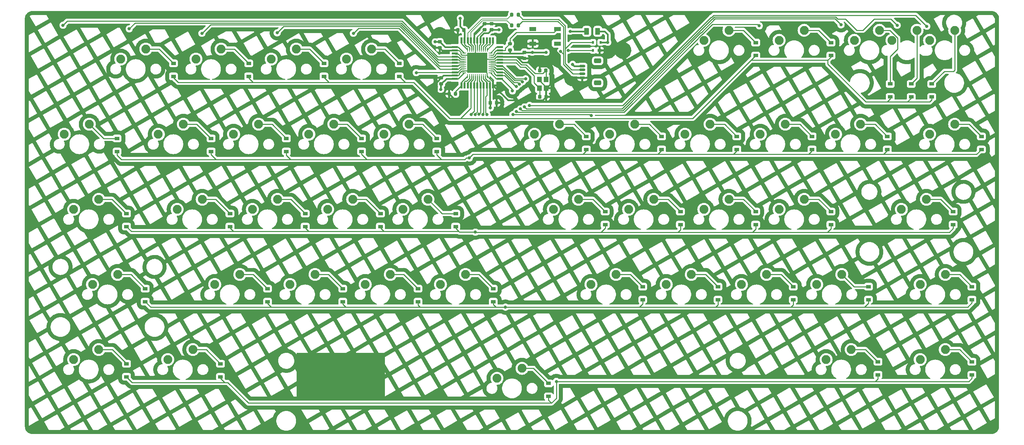
<source format=gbr>
%TF.GenerationSoftware,KiCad,Pcbnew,(6.0.4)*%
%TF.CreationDate,2022-04-28T10:57:54-05:00*%
%TF.ProjectId,keyboard,6b657962-6f61-4726-942e-6b696361645f,rev?*%
%TF.SameCoordinates,Original*%
%TF.FileFunction,Copper,L2,Bot*%
%TF.FilePolarity,Positive*%
%FSLAX46Y46*%
G04 Gerber Fmt 4.6, Leading zero omitted, Abs format (unit mm)*
G04 Created by KiCad (PCBNEW (6.0.4)) date 2022-04-28 10:57:54*
%MOMM*%
%LPD*%
G01*
G04 APERTURE LIST*
G04 Aperture macros list*
%AMRoundRect*
0 Rectangle with rounded corners*
0 $1 Rounding radius*
0 $2 $3 $4 $5 $6 $7 $8 $9 X,Y pos of 4 corners*
0 Add a 4 corners polygon primitive as box body*
4,1,4,$2,$3,$4,$5,$6,$7,$8,$9,$2,$3,0*
0 Add four circle primitives for the rounded corners*
1,1,$1+$1,$2,$3*
1,1,$1+$1,$4,$5*
1,1,$1+$1,$6,$7*
1,1,$1+$1,$8,$9*
0 Add four rect primitives between the rounded corners*
20,1,$1+$1,$2,$3,$4,$5,0*
20,1,$1+$1,$4,$5,$6,$7,0*
20,1,$1+$1,$6,$7,$8,$9,0*
20,1,$1+$1,$8,$9,$2,$3,0*%
G04 Aperture macros list end*
%TA.AperFunction,ComponentPad*%
%ADD10C,2.250000*%
%TD*%
%TA.AperFunction,SMDPad,CuDef*%
%ADD11RoundRect,0.062500X-0.062500X0.475000X-0.062500X-0.475000X0.062500X-0.475000X0.062500X0.475000X0*%
%TD*%
%TA.AperFunction,SMDPad,CuDef*%
%ADD12RoundRect,0.062500X-0.475000X0.062500X-0.475000X-0.062500X0.475000X-0.062500X0.475000X0.062500X0*%
%TD*%
%TA.AperFunction,SMDPad,CuDef*%
%ADD13R,5.200000X5.200000*%
%TD*%
%TA.AperFunction,SMDPad,CuDef*%
%ADD14RoundRect,0.200000X-0.200000X-0.275000X0.200000X-0.275000X0.200000X0.275000X-0.200000X0.275000X0*%
%TD*%
%TA.AperFunction,SMDPad,CuDef*%
%ADD15RoundRect,0.200000X0.275000X-0.200000X0.275000X0.200000X-0.275000X0.200000X-0.275000X-0.200000X0*%
%TD*%
%TA.AperFunction,SMDPad,CuDef*%
%ADD16R,1.800000X1.100000*%
%TD*%
%TA.AperFunction,SMDPad,CuDef*%
%ADD17RoundRect,0.225000X-0.225000X-0.250000X0.225000X-0.250000X0.225000X0.250000X-0.225000X0.250000X0*%
%TD*%
%TA.AperFunction,SMDPad,CuDef*%
%ADD18RoundRect,0.225000X0.225000X0.250000X-0.225000X0.250000X-0.225000X-0.250000X0.225000X-0.250000X0*%
%TD*%
%TA.AperFunction,SMDPad,CuDef*%
%ADD19RoundRect,0.225000X0.250000X-0.225000X0.250000X0.225000X-0.250000X0.225000X-0.250000X-0.225000X0*%
%TD*%
%TA.AperFunction,SMDPad,CuDef*%
%ADD20RoundRect,0.225000X-0.250000X0.225000X-0.250000X-0.225000X0.250000X-0.225000X0.250000X0.225000X0*%
%TD*%
%TA.AperFunction,SMDPad,CuDef*%
%ADD21R,1.200000X1.400000*%
%TD*%
%TA.AperFunction,SMDPad,CuDef*%
%ADD22R,1.200000X0.900000*%
%TD*%
%TA.AperFunction,SMDPad,CuDef*%
%ADD23R,1.000000X0.700000*%
%TD*%
%TA.AperFunction,SMDPad,CuDef*%
%ADD24R,0.600000X0.700000*%
%TD*%
%TA.AperFunction,SMDPad,CuDef*%
%ADD25R,0.550000X1.500000*%
%TD*%
%TA.AperFunction,SMDPad,CuDef*%
%ADD26R,1.500000X0.550000*%
%TD*%
%TA.AperFunction,SMDPad,CuDef*%
%ADD27RoundRect,0.250000X-0.375000X-0.625000X0.375000X-0.625000X0.375000X0.625000X-0.375000X0.625000X0*%
%TD*%
%TA.AperFunction,SMDPad,CuDef*%
%ADD28RoundRect,0.150000X-0.625000X0.150000X-0.625000X-0.150000X0.625000X-0.150000X0.625000X0.150000X0*%
%TD*%
%TA.AperFunction,SMDPad,CuDef*%
%ADD29RoundRect,0.250000X-0.650000X0.350000X-0.650000X-0.350000X0.650000X-0.350000X0.650000X0.350000X0*%
%TD*%
%TA.AperFunction,ViaPad*%
%ADD30C,0.800000*%
%TD*%
%TA.AperFunction,Conductor*%
%ADD31C,0.254000*%
%TD*%
%TA.AperFunction,Conductor*%
%ADD32C,0.381000*%
%TD*%
%TA.AperFunction,Conductor*%
%ADD33C,0.200000*%
%TD*%
G04 APERTURE END LIST*
D10*
%TO.P,K9,1,COL*%
%TO.N,col0*%
X29527500Y-49847500D03*
%TO.P,K9,2,ROW*%
%TO.N,Net-(D9-Pad2)*%
X35877500Y-47307500D03*
%TD*%
%TO.P,K11,1,COL*%
%TO.N,col3*%
X72390000Y-49847500D03*
%TO.P,K11,2,ROW*%
%TO.N,Net-(D11-Pad2)*%
X78740000Y-47307500D03*
%TD*%
%TO.P,K1,1,COL*%
%TO.N,col9*%
X210502500Y-26035000D03*
%TO.P,K1,2,ROW*%
%TO.N,Net-(D1-Pad2)*%
X216852500Y-23495000D03*
%TD*%
%TO.P,K35,1,COL*%
%TO.N,col7*%
X162877500Y-87947500D03*
%TO.P,K35,2,ROW*%
%TO.N,Net-(D35-Pad2)*%
X169227500Y-85407500D03*
%TD*%
%TO.P,K37,1,COL*%
%TO.N,col9*%
X200977500Y-87947500D03*
%TO.P,K37,2,ROW*%
%TO.N,Net-(D37-Pad2)*%
X207327500Y-85407500D03*
%TD*%
%TO.P,K24,1,COL*%
%TO.N,col5*%
X115252500Y-68897500D03*
%TO.P,K24,2,ROW*%
%TO.N,Net-(D24-Pad2)*%
X121602500Y-66357500D03*
%TD*%
%TO.P,K30,1,COL*%
%TO.N,col1*%
X36671250Y-87947500D03*
%TO.P,K30,2,ROW*%
%TO.N,Net-(D30-Pad2)*%
X43021250Y-85407500D03*
%TD*%
%TO.P,K42,1,COL*%
%TO.N,col12*%
X246221250Y-106997500D03*
%TO.P,K42,2,ROW*%
%TO.N,Net-(D42-Pad2)*%
X252571250Y-104457500D03*
%TD*%
%TO.P,K26,1,COL*%
%TO.N,col8*%
X172402500Y-68897500D03*
%TO.P,K26,2,ROW*%
%TO.N,Net-(D26-Pad2)*%
X178752500Y-66357500D03*
%TD*%
%TO.P,K17,1,COL*%
%TO.N,col10*%
X205740000Y-49847500D03*
%TO.P,K17,2,ROW*%
%TO.N,Net-(D17-Pad2)*%
X212090000Y-47307500D03*
%TD*%
%TO.P,K33,1,COL*%
%TO.N,col4*%
X105727500Y-87947500D03*
%TO.P,K33,2,ROW*%
%TO.N,Net-(D33-Pad2)*%
X112077500Y-85407500D03*
%TD*%
%TO.P,K39,1,COL*%
%TO.N,col0*%
X31908750Y-106997500D03*
%TO.P,K39,2,ROW*%
%TO.N,Net-(D39-Pad2)*%
X38258750Y-104457500D03*
%TD*%
%TO.P,K6,1,COL*%
%TO.N,col2*%
X62865000Y-30797500D03*
%TO.P,K6,2,ROW*%
%TO.N,Net-(D6-Pad2)*%
X69215000Y-28257500D03*
%TD*%
%TO.P,K43,1,COL*%
%TO.N,col5*%
X139065000Y-111760000D03*
%TO.P,K43,2,ROW*%
%TO.N,Net-(D43-Pad2)*%
X145415000Y-109220000D03*
%TD*%
%TO.P,K44,1,COL*%
%TO.N,col12*%
X246221250Y-87947500D03*
%TO.P,K44,2,ROW*%
%TO.N,Net-(D44-Pad2)*%
X252571250Y-85407500D03*
%TD*%
%TO.P,K32,1,COL*%
%TO.N,col3*%
X86677500Y-87947500D03*
%TO.P,K32,2,ROW*%
%TO.N,Net-(D32-Pad2)*%
X93027500Y-85407500D03*
%TD*%
%TO.P,K16,1,COL*%
%TO.N,col9*%
X186690000Y-49847500D03*
%TO.P,K16,2,ROW*%
%TO.N,Net-(D16-Pad2)*%
X193040000Y-47307500D03*
%TD*%
%TO.P,K4,1,COL*%
%TO.N,col12*%
X248602500Y-26035000D03*
%TO.P,K4,2,ROW*%
%TO.N,Net-(D4-Pad2)*%
X254952500Y-23495000D03*
%TD*%
%TO.P,K29,1,COL*%
%TO.N,col11*%
X241458750Y-68897500D03*
%TO.P,K29,2,ROW*%
%TO.N,Net-(D29-Pad2)*%
X247808750Y-66357500D03*
%TD*%
%TO.P,K21,1,COL*%
%TO.N,col2*%
X58102500Y-68897500D03*
%TO.P,K21,2,ROW*%
%TO.N,Net-(D21-Pad2)*%
X64452500Y-66357500D03*
%TD*%
%TO.P,K3,1,COL*%
%TO.N,col10*%
X229552500Y-26035000D03*
%TO.P,K3,2,ROW*%
%TO.N,Net-(D3-Pad2)*%
X235902500Y-23495000D03*
%TD*%
%TO.P,K27,1,COL*%
%TO.N,col9*%
X191452500Y-68897500D03*
%TO.P,K27,2,ROW*%
%TO.N,Net-(D27-Pad2)*%
X197802500Y-66357500D03*
%TD*%
%TO.P,K34,1,COL*%
%TO.N,col5*%
X124777500Y-87947500D03*
%TO.P,K34,2,ROW*%
%TO.N,Net-(D34-Pad2)*%
X131127500Y-85407500D03*
%TD*%
%TO.P,K15,1,COL*%
%TO.N,col8*%
X167640000Y-49847500D03*
%TO.P,K15,2,ROW*%
%TO.N,Net-(D15-Pad2)*%
X173990000Y-47307500D03*
%TD*%
%TO.P,K12,1,COL*%
%TO.N,col4*%
X91440000Y-49847500D03*
%TO.P,K12,2,ROW*%
%TO.N,Net-(D12-Pad2)*%
X97790000Y-47307500D03*
%TD*%
%TO.P,K19,1,COL*%
%TO.N,col12*%
X248602500Y-49847500D03*
%TO.P,K19,2,ROW*%
%TO.N,Net-(D19-Pad2)*%
X254952500Y-47307500D03*
%TD*%
%TO.P,K40,1,COL*%
%TO.N,col2*%
X55721250Y-106997500D03*
%TO.P,K40,2,ROW*%
%TO.N,Net-(D40-Pad2)*%
X62071250Y-104457500D03*
%TD*%
%TO.P,K13,1,COL*%
%TO.N,col5*%
X110490000Y-49847500D03*
%TO.P,K13,2,ROW*%
%TO.N,Net-(D13-Pad2)*%
X116840000Y-47307500D03*
%TD*%
%TO.P,K36,1,COL*%
%TO.N,col8*%
X181927500Y-87947500D03*
%TO.P,K36,2,ROW*%
%TO.N,Net-(D36-Pad2)*%
X188277500Y-85407500D03*
%TD*%
%TO.P,K0,1,COL*%
%TO.N,col8*%
X191452500Y-26035000D03*
%TO.P,K0,2,ROW*%
%TO.N,Net-(D0-Pad2)*%
X197802500Y-23495000D03*
%TD*%
%TO.P,K18,1,COL*%
%TO.N,col11*%
X224790000Y-49847500D03*
%TO.P,K18,2,ROW*%
%TO.N,Net-(D18-Pad2)*%
X231140000Y-47307500D03*
%TD*%
%TO.P,K25,1,COL*%
%TO.N,col7*%
X153352500Y-68897500D03*
%TO.P,K25,2,ROW*%
%TO.N,Net-(D25-Pad2)*%
X159702500Y-66357500D03*
%TD*%
%TO.P,K23,1,COL*%
%TO.N,col4*%
X96202500Y-68897500D03*
%TO.P,K23,2,ROW*%
%TO.N,Net-(D23-Pad2)*%
X102552500Y-66357500D03*
%TD*%
%TO.P,K38,1,COL*%
%TO.N,col10*%
X220027500Y-87947500D03*
%TO.P,K38,2,ROW*%
%TO.N,Net-(D38-Pad2)*%
X226377500Y-85407500D03*
%TD*%
%TO.P,K14,1,COL*%
%TO.N,col7*%
X148590000Y-49847500D03*
%TO.P,K14,2,ROW*%
%TO.N,Net-(D14-Pad2)*%
X154940000Y-47307500D03*
%TD*%
%TO.P,K31,1,COL*%
%TO.N,col2*%
X67627500Y-87947500D03*
%TO.P,K31,2,ROW*%
%TO.N,Net-(D31-Pad2)*%
X73977500Y-85407500D03*
%TD*%
%TO.P,K10,1,COL*%
%TO.N,col2*%
X53340000Y-49847500D03*
%TO.P,K10,2,ROW*%
%TO.N,Net-(D10-Pad2)*%
X59690000Y-47307500D03*
%TD*%
%TO.P,K2,1,COL*%
%TO.N,col11*%
X239077500Y-26035000D03*
%TO.P,K2,2,ROW*%
%TO.N,Net-(D2-Pad2)*%
X245427500Y-23495000D03*
%TD*%
%TO.P,K7,1,COL*%
%TO.N,col3*%
X81915000Y-30797500D03*
%TO.P,K7,2,ROW*%
%TO.N,Net-(D7-Pad2)*%
X88265000Y-28257500D03*
%TD*%
%TO.P,K20,1,COL*%
%TO.N,col0*%
X31908750Y-68897500D03*
%TO.P,K20,2,ROW*%
%TO.N,Net-(D20-Pad2)*%
X38258750Y-66357500D03*
%TD*%
%TO.P,K5,1,COL*%
%TO.N,col1*%
X43815000Y-30797500D03*
%TO.P,K5,2,ROW*%
%TO.N,Net-(D5-Pad2)*%
X50165000Y-28257500D03*
%TD*%
%TO.P,K28,1,COL*%
%TO.N,col10*%
X210502500Y-68897500D03*
%TO.P,K28,2,ROW*%
%TO.N,Net-(D28-Pad2)*%
X216852500Y-66357500D03*
%TD*%
%TO.P,K8,1,COL*%
%TO.N,col4*%
X100965000Y-30797500D03*
%TO.P,K8,2,ROW*%
%TO.N,Net-(D8-Pad2)*%
X107315000Y-28257500D03*
%TD*%
%TO.P,K41,1,COL*%
%TO.N,col10*%
X222408750Y-106997500D03*
%TO.P,K41,2,ROW*%
%TO.N,Net-(D41-Pad2)*%
X228758750Y-104457500D03*
%TD*%
%TO.P,K22,1,COL*%
%TO.N,col3*%
X77152500Y-68897500D03*
%TO.P,K22,2,ROW*%
%TO.N,Net-(D22-Pad2)*%
X83502500Y-66357500D03*
%TD*%
D11*
%TO.P,U1,1,PE6*%
%TO.N,Net-(U1-Pad1)*%
X131597000Y-28427500D03*
%TO.P,U1,2,UVCC*%
%TO.N,+5V*%
X132097000Y-28427500D03*
%TO.P,U1,3,D-*%
%TO.N,D-*%
X132597000Y-28427500D03*
%TO.P,U1,4,D+*%
%TO.N,D+*%
X133097000Y-28427500D03*
%TO.P,U1,5,UGND*%
%TO.N,GND*%
X133597000Y-28427500D03*
%TO.P,U1,6,UCAP*%
%TO.N,Net-(C7-Pad1)*%
X134097000Y-28427500D03*
%TO.P,U1,7,VBUS*%
%TO.N,+5V*%
X134597000Y-28427500D03*
%TO.P,U1,8,PB0*%
%TO.N,Net-(U1-Pad8)*%
X135097000Y-28427500D03*
%TO.P,U1,9,PB1*%
%TO.N,Net-(U1-Pad9)*%
X135597000Y-28427500D03*
%TO.P,U1,10,PB2*%
%TO.N,Net-(U1-Pad10)*%
X136097000Y-28427500D03*
%TO.P,U1,11,PB3*%
%TO.N,Net-(U1-Pad11)*%
X136597000Y-28427500D03*
D12*
%TO.P,U1,12,PB7*%
%TO.N,Net-(U1-Pad12)*%
X137434500Y-29265000D03*
%TO.P,U1,13,~{RESET}*%
%TO.N,Net-(R6-Pad2)*%
X137434500Y-29765000D03*
%TO.P,U1,14,VCC*%
%TO.N,+5V*%
X137434500Y-30265000D03*
%TO.P,U1,15,GND*%
%TO.N,GND*%
X137434500Y-30765000D03*
%TO.P,U1,16,XTAL2*%
%TO.N,Net-(C9-Pad1)*%
X137434500Y-31265000D03*
%TO.P,U1,17,XTAL1*%
%TO.N,Net-(C8-Pad1)*%
X137434500Y-31765000D03*
%TO.P,U1,18,PD0*%
%TO.N,col12*%
X137434500Y-32265000D03*
%TO.P,U1,19,PD1*%
%TO.N,col11*%
X137434500Y-32765000D03*
%TO.P,U1,20,PD2*%
%TO.N,col10*%
X137434500Y-33265000D03*
%TO.P,U1,21,PD3*%
%TO.N,col9*%
X137434500Y-33765000D03*
%TO.P,U1,22,PD5*%
%TO.N,col8*%
X137434500Y-34265000D03*
D11*
%TO.P,U1,23,GND*%
%TO.N,GND*%
X136597000Y-35102500D03*
%TO.P,U1,24,AVCC*%
%TO.N,+5V*%
X136097000Y-35102500D03*
%TO.P,U1,25,PD4*%
%TO.N,col7*%
X135597000Y-35102500D03*
%TO.P,U1,26,PD6*%
%TO.N,row4*%
X135097000Y-35102500D03*
%TO.P,U1,27,PD7*%
%TO.N,row3*%
X134597000Y-35102500D03*
%TO.P,U1,28,PB4*%
%TO.N,row2*%
X134097000Y-35102500D03*
%TO.P,U1,29,PB5*%
%TO.N,row1*%
X133597000Y-35102500D03*
%TO.P,U1,30,PB6*%
%TO.N,row0*%
X133097000Y-35102500D03*
%TO.P,U1,31,PC6*%
%TO.N,Net-(U1-Pad31)*%
X132597000Y-35102500D03*
%TO.P,U1,32,PC7*%
%TO.N,Net-(U1-Pad32)*%
X132097000Y-35102500D03*
%TO.P,U1,33,~{HWB}/PE2*%
%TO.N,Net-(R5-Pad2)*%
X131597000Y-35102500D03*
D12*
%TO.P,U1,34,VCC*%
%TO.N,+5V*%
X130759500Y-34265000D03*
%TO.P,U1,35,GND*%
%TO.N,GND*%
X130759500Y-33765000D03*
%TO.P,U1,36,PF7*%
%TO.N,col5*%
X130759500Y-33265000D03*
%TO.P,U1,37,PF6*%
%TO.N,col4*%
X130759500Y-32765000D03*
%TO.P,U1,38,PF5*%
%TO.N,col3*%
X130759500Y-32265000D03*
%TO.P,U1,39,PF4*%
%TO.N,col2*%
X130759500Y-31765000D03*
%TO.P,U1,40,PF1*%
%TO.N,col1*%
X130759500Y-31265000D03*
%TO.P,U1,41,PF0*%
%TO.N,col0*%
X130759500Y-30765000D03*
%TO.P,U1,42,AREF*%
%TO.N,Net-(U1-Pad42)*%
X130759500Y-30265000D03*
%TO.P,U1,43,GND*%
%TO.N,GND*%
X130759500Y-29765000D03*
%TO.P,U1,44,AVCC*%
%TO.N,+5V*%
X130759500Y-29265000D03*
D13*
%TO.P,U1,45,GND*%
%TO.N,GND*%
X134097000Y-31765000D03*
%TD*%
D14*
%TO.P,R5,1*%
%TO.N,GND*%
X126937000Y-39624000D03*
%TO.P,R5,2*%
%TO.N,Net-(R5-Pad2)*%
X128587000Y-39624000D03*
%TD*%
D15*
%TO.P,R6,1*%
%TO.N,+5V*%
X142367000Y-28511000D03*
%TO.P,R6,2*%
%TO.N,Net-(R6-Pad2)*%
X142367000Y-26861000D03*
%TD*%
D16*
%TO.P,SW1,1,1*%
%TO.N,GND*%
X148157000Y-26869000D03*
%TO.P,SW1,2,2*%
%TO.N,Net-(R6-Pad2)*%
X154357000Y-23169000D03*
%TO.P,SW1,3*%
%TO.N,N/C*%
X148157000Y-23169000D03*
%TO.P,SW1,4*%
X154357000Y-26869000D03*
%TD*%
D17*
%TO.P,C8,1*%
%TO.N,Net-(C8-Pad1)*%
X149948600Y-40360600D03*
%TO.P,C8,2*%
%TO.N,GND*%
X151498600Y-40360600D03*
%TD*%
D18*
%TO.P,C5,1*%
%TO.N,+5V*%
X130721400Y-23393400D03*
%TO.P,C5,2*%
%TO.N,GND*%
X129171400Y-23393400D03*
%TD*%
D19*
%TO.P,C7,1*%
%TO.N,Net-(C7-Pad1)*%
X135915400Y-23330200D03*
%TO.P,C7,2*%
%TO.N,GND*%
X135915400Y-21780200D03*
%TD*%
D20*
%TO.P,C4,1*%
%TO.N,+5V*%
X124587000Y-26403000D03*
%TO.P,C4,2*%
%TO.N,GND*%
X124587000Y-27953000D03*
%TD*%
D18*
%TO.P,C9,1*%
%TO.N,Net-(C9-Pad1)*%
X151473200Y-33655000D03*
%TO.P,C9,2*%
%TO.N,GND*%
X149923200Y-33655000D03*
%TD*%
D19*
%TO.P,C6,1*%
%TO.N,+5V*%
X137693400Y-23330200D03*
%TO.P,C6,2*%
%TO.N,GND*%
X137693400Y-21780200D03*
%TD*%
D17*
%TO.P,C2,1*%
%TO.N,+5V*%
X137401000Y-41910000D03*
%TO.P,C2,2*%
%TO.N,GND*%
X138951000Y-41910000D03*
%TD*%
D19*
%TO.P,C3,1*%
%TO.N,+5V*%
X124968000Y-37097000D03*
%TO.P,C3,2*%
%TO.N,GND*%
X124968000Y-35547000D03*
%TD*%
D20*
%TO.P,C1,1*%
%TO.N,+5V*%
X146050000Y-29070000D03*
%TO.P,C1,2*%
%TO.N,GND*%
X146050000Y-30620000D03*
%TD*%
D21*
%TO.P,Y1,1,1*%
%TO.N,Net-(C8-Pad1)*%
X149848200Y-38184000D03*
%TO.P,Y1,2,2*%
%TO.N,GND*%
X149848200Y-35984000D03*
%TO.P,Y1,3,3*%
%TO.N,Net-(C9-Pad1)*%
X151548200Y-35984000D03*
%TO.P,Y1,4,4*%
%TO.N,GND*%
X151548200Y-38184000D03*
%TD*%
D22*
%TO.P,D40,1,K*%
%TO.N,row4*%
X69088000Y-111378000D03*
%TO.P,D40,2,A*%
%TO.N,Net-(D40-Pad2)*%
X69088000Y-108078000D03*
%TD*%
%TO.P,D23,1,K*%
%TO.N,row2*%
X109569250Y-73278000D03*
%TO.P,D23,2,A*%
%TO.N,Net-(D23-Pad2)*%
X109569250Y-69978000D03*
%TD*%
D23*
%TO.P,U2,1,GND*%
%TO.N,GND*%
X165088000Y-28559000D03*
D24*
%TO.P,U2,2,IO1*%
%TO.N,Net-(J1-Pad3)*%
X163388000Y-28559000D03*
%TO.P,U2,3,IO2*%
%TO.N,Net-(J1-Pad2)*%
X163388000Y-26559000D03*
%TO.P,U2,4,VCC*%
%TO.N,VCC*%
X165288000Y-26559000D03*
%TD*%
D22*
%TO.P,D34,1,K*%
%TO.N,row3*%
X138144250Y-92328000D03*
%TO.P,D34,2,A*%
%TO.N,Net-(D34-Pad2)*%
X138144250Y-89028000D03*
%TD*%
%TO.P,D17,1,K*%
%TO.N,row1*%
X218852750Y-53720000D03*
%TO.P,D17,2,A*%
%TO.N,Net-(D17-Pad2)*%
X218852750Y-50420000D03*
%TD*%
%TO.P,D44,1,K*%
%TO.N,row3*%
X259334000Y-91820000D03*
%TO.P,D44,2,A*%
%TO.N,Net-(D44-Pad2)*%
X259334000Y-88520000D03*
%TD*%
%TO.P,D18,1,K*%
%TO.N,row1*%
X237902750Y-53720000D03*
%TO.P,D18,2,A*%
%TO.N,Net-(D18-Pad2)*%
X237902750Y-50420000D03*
%TD*%
%TO.P,D15,1,K*%
%TO.N,row1*%
X180752750Y-53720000D03*
%TO.P,D15,2,A*%
%TO.N,Net-(D15-Pad2)*%
X180752750Y-50420000D03*
%TD*%
D25*
%TO.P,U3,1,PE6*%
%TO.N,Net-(U1-Pad1)*%
X130097000Y-26065000D03*
%TO.P,U3,2,UVCC*%
%TO.N,+5V*%
X130897000Y-26065000D03*
%TO.P,U3,3,D-*%
%TO.N,D-*%
X131697000Y-26065000D03*
%TO.P,U3,4,D+*%
%TO.N,D+*%
X132497000Y-26065000D03*
%TO.P,U3,5,UGND*%
%TO.N,GND*%
X133297000Y-26065000D03*
%TO.P,U3,6,UCAP*%
%TO.N,Net-(C7-Pad1)*%
X134097000Y-26065000D03*
%TO.P,U3,7,VBUS*%
%TO.N,+5V*%
X134897000Y-26065000D03*
%TO.P,U3,8,PB0*%
%TO.N,Net-(U1-Pad8)*%
X135697000Y-26065000D03*
%TO.P,U3,9,PB1*%
%TO.N,Net-(U1-Pad9)*%
X136497000Y-26065000D03*
%TO.P,U3,10,PB2*%
%TO.N,Net-(U1-Pad10)*%
X137297000Y-26065000D03*
%TO.P,U3,11,PB3*%
%TO.N,Net-(U1-Pad11)*%
X138097000Y-26065000D03*
D26*
%TO.P,U3,12,PB7*%
%TO.N,Net-(U1-Pad12)*%
X139797000Y-27765000D03*
%TO.P,U3,13,~{RESET}*%
%TO.N,Net-(R6-Pad2)*%
X139797000Y-28565000D03*
%TO.P,U3,14,VCC*%
%TO.N,+5V*%
X139797000Y-29365000D03*
%TO.P,U3,15,GND*%
%TO.N,GND*%
X139797000Y-30165000D03*
%TO.P,U3,16,XTAL2*%
%TO.N,Net-(C9-Pad1)*%
X139797000Y-30965000D03*
%TO.P,U3,17,XTAL1*%
%TO.N,Net-(C8-Pad1)*%
X139797000Y-31765000D03*
%TO.P,U3,18,PD0*%
%TO.N,col12*%
X139797000Y-32565000D03*
%TO.P,U3,19,PD1*%
%TO.N,col11*%
X139797000Y-33365000D03*
%TO.P,U3,20,PD2*%
%TO.N,col10*%
X139797000Y-34165000D03*
%TO.P,U3,21,PD3*%
%TO.N,col9*%
X139797000Y-34965000D03*
%TO.P,U3,22,PD5*%
%TO.N,col8*%
X139797000Y-35765000D03*
D25*
%TO.P,U3,23,GND*%
%TO.N,GND*%
X138097000Y-37465000D03*
%TO.P,U3,24,AVCC*%
%TO.N,+5V*%
X137297000Y-37465000D03*
%TO.P,U3,25,PD4*%
%TO.N,col7*%
X136497000Y-37465000D03*
%TO.P,U3,26,PD6*%
%TO.N,row4*%
X135697000Y-37465000D03*
%TO.P,U3,27,PD7*%
%TO.N,row3*%
X134897000Y-37465000D03*
%TO.P,U3,28,PB4*%
%TO.N,row2*%
X134097000Y-37465000D03*
%TO.P,U3,29,PB5*%
%TO.N,row1*%
X133297000Y-37465000D03*
%TO.P,U3,30,PB6*%
%TO.N,row0*%
X132497000Y-37465000D03*
%TO.P,U3,31,PC6*%
%TO.N,Net-(U1-Pad31)*%
X131697000Y-37465000D03*
%TO.P,U3,32,PC7*%
%TO.N,Net-(U1-Pad32)*%
X130897000Y-37465000D03*
%TO.P,U3,33,~{HWB}/PE2*%
%TO.N,Net-(R5-Pad2)*%
X130097000Y-37465000D03*
D26*
%TO.P,U3,34,VCC*%
%TO.N,+5V*%
X128397000Y-35765000D03*
%TO.P,U3,35,GND*%
%TO.N,GND*%
X128397000Y-34965000D03*
%TO.P,U3,36,PF7*%
%TO.N,col5*%
X128397000Y-34165000D03*
%TO.P,U3,37,PF6*%
%TO.N,col4*%
X128397000Y-33365000D03*
%TO.P,U3,38,PF5*%
%TO.N,col3*%
X128397000Y-32565000D03*
%TO.P,U3,39,PF4*%
%TO.N,col2*%
X128397000Y-31765000D03*
%TO.P,U3,40,PF1*%
%TO.N,col1*%
X128397000Y-30965000D03*
%TO.P,U3,41,PF0*%
%TO.N,col0*%
X128397000Y-30165000D03*
%TO.P,U3,42,AREF*%
%TO.N,Net-(U1-Pad42)*%
X128397000Y-29365000D03*
%TO.P,U3,43,GND*%
%TO.N,GND*%
X128397000Y-28565000D03*
%TO.P,U3,44,AVCC*%
%TO.N,+5V*%
X128397000Y-27765000D03*
%TD*%
D14*
%TO.P,R4,1*%
%TO.N,D+*%
X142812000Y-22225000D03*
%TO.P,R4,2*%
%TO.N,Net-(J1-Pad3)*%
X144462000Y-22225000D03*
%TD*%
D22*
%TO.P,D4,1,K*%
%TO.N,row0*%
X249174000Y-40385000D03*
%TO.P,D4,2,A*%
%TO.N,Net-(D4-Pad2)*%
X249174000Y-37085000D03*
%TD*%
%TO.P,D42,1,K*%
%TO.N,row4*%
X259334000Y-110870000D03*
%TO.P,D42,2,A*%
%TO.N,Net-(D42-Pad2)*%
X259334000Y-107570000D03*
%TD*%
%TO.P,D24,1,K*%
%TO.N,row2*%
X128619250Y-73278000D03*
%TO.P,D24,2,A*%
%TO.N,Net-(D24-Pad2)*%
X128619250Y-69978000D03*
%TD*%
%TO.P,D8,1,K*%
%TO.N,row0*%
X114331750Y-35178000D03*
%TO.P,D8,2,A*%
%TO.N,Net-(D8-Pad2)*%
X114331750Y-31878000D03*
%TD*%
D27*
%TO.P,F1,1*%
%TO.N,+5V*%
X161795000Y-23749000D03*
%TO.P,F1,2*%
%TO.N,VCC*%
X164595000Y-23749000D03*
%TD*%
D22*
%TO.P,D14,1,K*%
%TO.N,row1*%
X161702750Y-53720000D03*
%TO.P,D14,2,A*%
%TO.N,Net-(D14-Pad2)*%
X161702750Y-50420000D03*
%TD*%
%TO.P,D12,1,K*%
%TO.N,row1*%
X104806750Y-54228000D03*
%TO.P,D12,2,A*%
%TO.N,Net-(D12-Pad2)*%
X104806750Y-50928000D03*
%TD*%
%TO.P,D21,1,K*%
%TO.N,row2*%
X71469250Y-73278000D03*
%TO.P,D21,2,A*%
%TO.N,Net-(D21-Pad2)*%
X71469250Y-69978000D03*
%TD*%
%TO.P,D31,1,K*%
%TO.N,row3*%
X80994250Y-92328000D03*
%TO.P,D31,2,A*%
%TO.N,Net-(D31-Pad2)*%
X80994250Y-89028000D03*
%TD*%
%TO.P,D11,1,K*%
%TO.N,row1*%
X85756750Y-54228000D03*
%TO.P,D11,2,A*%
%TO.N,Net-(D11-Pad2)*%
X85756750Y-50928000D03*
%TD*%
%TO.P,D19,1,K*%
%TO.N,row1*%
X261715250Y-53720000D03*
%TO.P,D19,2,A*%
%TO.N,Net-(D19-Pad2)*%
X261715250Y-50420000D03*
%TD*%
%TO.P,D6,1,K*%
%TO.N,row0*%
X76231750Y-35178000D03*
%TO.P,D6,2,A*%
%TO.N,Net-(D6-Pad2)*%
X76231750Y-31878000D03*
%TD*%
%TO.P,D5,1,K*%
%TO.N,row0*%
X57181750Y-35178000D03*
%TO.P,D5,2,A*%
%TO.N,Net-(D5-Pad2)*%
X57181750Y-31878000D03*
%TD*%
%TO.P,D1,1,K*%
%TO.N,row0*%
X223615250Y-29907500D03*
%TO.P,D1,2,A*%
%TO.N,Net-(D1-Pad2)*%
X223615250Y-26607500D03*
%TD*%
%TO.P,D28,1,K*%
%TO.N,row2*%
X223615250Y-72770000D03*
%TO.P,D28,2,A*%
%TO.N,Net-(D28-Pad2)*%
X223615250Y-69470000D03*
%TD*%
%TO.P,D39,1,K*%
%TO.N,row4*%
X45275500Y-111378000D03*
%TO.P,D39,2,A*%
%TO.N,Net-(D39-Pad2)*%
X45275500Y-108078000D03*
%TD*%
%TO.P,D25,1,K*%
%TO.N,row2*%
X166465250Y-72770000D03*
%TO.P,D25,2,A*%
%TO.N,Net-(D25-Pad2)*%
X166465250Y-69470000D03*
%TD*%
D28*
%TO.P,J1,1,Pin_1*%
%TO.N,VCC*%
X160687000Y-32536000D03*
%TO.P,J1,2,Pin_2*%
%TO.N,Net-(J1-Pad2)*%
X160687000Y-33536000D03*
%TO.P,J1,3,Pin_3*%
%TO.N,Net-(J1-Pad3)*%
X160687000Y-34536000D03*
%TO.P,J1,4,Pin_4*%
%TO.N,GND*%
X160687000Y-35536000D03*
D29*
%TO.P,J1,MP*%
%TO.N,N/C*%
X164562000Y-36836000D03*
X164562000Y-31236000D03*
%TD*%
D22*
%TO.P,D10,1,K*%
%TO.N,row1*%
X66706750Y-54228000D03*
%TO.P,D10,2,A*%
%TO.N,Net-(D10-Pad2)*%
X66706750Y-50928000D03*
%TD*%
%TO.P,D7,1,K*%
%TO.N,row0*%
X95281750Y-35178000D03*
%TO.P,D7,2,A*%
%TO.N,Net-(D7-Pad2)*%
X95281750Y-31878000D03*
%TD*%
%TO.P,D35,1,K*%
%TO.N,row3*%
X175990250Y-91820000D03*
%TO.P,D35,2,A*%
%TO.N,Net-(D35-Pad2)*%
X175990250Y-88520000D03*
%TD*%
%TO.P,D20,1,K*%
%TO.N,row2*%
X45275500Y-73278000D03*
%TO.P,D20,2,A*%
%TO.N,Net-(D20-Pad2)*%
X45275500Y-69978000D03*
%TD*%
%TO.P,D36,1,K*%
%TO.N,row3*%
X195040250Y-91820000D03*
%TO.P,D36,2,A*%
%TO.N,Net-(D36-Pad2)*%
X195040250Y-88520000D03*
%TD*%
%TO.P,D9,1,K*%
%TO.N,row1*%
X42894250Y-54228000D03*
%TO.P,D9,2,A*%
%TO.N,Net-(D9-Pad2)*%
X42894250Y-50928000D03*
%TD*%
%TO.P,D30,1,K*%
%TO.N,row3*%
X50038000Y-92328000D03*
%TO.P,D30,2,A*%
%TO.N,Net-(D30-Pad2)*%
X50038000Y-89028000D03*
%TD*%
%TO.P,D27,1,K*%
%TO.N,row2*%
X204565250Y-72770000D03*
%TO.P,D27,2,A*%
%TO.N,Net-(D27-Pad2)*%
X204565250Y-69470000D03*
%TD*%
%TO.P,D33,1,K*%
%TO.N,row3*%
X119094250Y-92328000D03*
%TO.P,D33,2,A*%
%TO.N,Net-(D33-Pad2)*%
X119094250Y-89028000D03*
%TD*%
%TO.P,D3,1,K*%
%TO.N,row0*%
X238633000Y-40385000D03*
%TO.P,D3,2,A*%
%TO.N,Net-(D3-Pad2)*%
X238633000Y-37085000D03*
%TD*%
%TO.P,D26,1,K*%
%TO.N,row2*%
X185515250Y-72770000D03*
%TO.P,D26,2,A*%
%TO.N,Net-(D26-Pad2)*%
X185515250Y-69470000D03*
%TD*%
%TO.P,D2,1,K*%
%TO.N,row0*%
X243967000Y-40385000D03*
%TO.P,D2,2,A*%
%TO.N,Net-(D2-Pad2)*%
X243967000Y-37085000D03*
%TD*%
%TO.P,D41,1,K*%
%TO.N,row4*%
X235521500Y-110870000D03*
%TO.P,D41,2,A*%
%TO.N,Net-(D41-Pad2)*%
X235521500Y-107570000D03*
%TD*%
%TO.P,D32,1,K*%
%TO.N,row3*%
X100044250Y-92328000D03*
%TO.P,D32,2,A*%
%TO.N,Net-(D32-Pad2)*%
X100044250Y-89028000D03*
%TD*%
%TO.P,D16,1,K*%
%TO.N,row1*%
X199802750Y-53720000D03*
%TO.P,D16,2,A*%
%TO.N,Net-(D16-Pad2)*%
X199802750Y-50420000D03*
%TD*%
%TO.P,D43,1,K*%
%TO.N,row4*%
X152146000Y-116331000D03*
%TO.P,D43,2,A*%
%TO.N,Net-(D43-Pad2)*%
X152146000Y-113031000D03*
%TD*%
%TO.P,D37,1,K*%
%TO.N,row3*%
X214090250Y-91820000D03*
%TO.P,D37,2,A*%
%TO.N,Net-(D37-Pad2)*%
X214090250Y-88520000D03*
%TD*%
%TO.P,D22,1,K*%
%TO.N,row2*%
X90519250Y-73278000D03*
%TO.P,D22,2,A*%
%TO.N,Net-(D22-Pad2)*%
X90519250Y-69978000D03*
%TD*%
%TO.P,D0,1,K*%
%TO.N,row0*%
X204565250Y-29907500D03*
%TO.P,D0,2,A*%
%TO.N,Net-(D0-Pad2)*%
X204565250Y-26607500D03*
%TD*%
%TO.P,D13,1,K*%
%TO.N,row1*%
X123856750Y-54228000D03*
%TO.P,D13,2,A*%
%TO.N,Net-(D13-Pad2)*%
X123856750Y-50928000D03*
%TD*%
%TO.P,D38,1,K*%
%TO.N,row3*%
X233140250Y-91820000D03*
%TO.P,D38,2,A*%
%TO.N,Net-(D38-Pad2)*%
X233140250Y-88520000D03*
%TD*%
D14*
%TO.P,R3,1*%
%TO.N,D-*%
X142812000Y-19558000D03*
%TO.P,R3,2*%
%TO.N,Net-(J1-Pad2)*%
X144462000Y-19558000D03*
%TD*%
D22*
%TO.P,D29,1,K*%
%TO.N,row2*%
X254571500Y-72770000D03*
%TO.P,D29,2,A*%
%TO.N,Net-(D29-Pad2)*%
X254571500Y-69470000D03*
%TD*%
D30*
%TO.N,GND*%
X138938000Y-43942000D03*
X151130000Y-31623000D03*
X167132000Y-28575000D03*
X129794000Y-43942000D03*
X124561600Y-24815800D03*
X158217997Y-35535997D03*
X124510800Y-29235400D03*
X170942000Y-28575000D03*
X154813000Y-30861000D03*
%TO.N,VCC*%
X167132000Y-26543000D03*
X158242000Y-32131000D03*
%TO.N,col0*%
X29210000Y-22225000D03*
%TO.N,col1*%
X45974000Y-23114000D03*
%TO.N,col2*%
X64389000Y-24257000D03*
%TO.N,col3*%
X83438999Y-24130000D03*
%TO.N,col4*%
X102743000Y-24257000D03*
%TO.N,col5*%
X118643400Y-34239200D03*
%TO.N,col7*%
X136561701Y-44859000D03*
%TO.N,col8*%
X143002000Y-38862000D03*
X143129000Y-44831000D03*
X162941000Y-45085000D03*
%TO.N,col9*%
X144018000Y-44104500D03*
X205486000Y-22352000D03*
X143964139Y-37764029D03*
%TO.N,col10*%
X226187000Y-22098000D03*
X144730321Y-37122181D03*
X145034000Y-43434000D03*
%TO.N,col11*%
X145532478Y-36525902D03*
X146050000Y-42926000D03*
X240411000Y-22225000D03*
%TO.N,col12*%
X147320000Y-42545000D03*
X146321517Y-35799402D03*
X247904000Y-22479000D03*
%TO.N,row1*%
X132527841Y-44834425D03*
X132080000Y-55880000D03*
%TO.N,row2*%
X133532316Y-44811472D03*
X133604000Y-74676000D03*
%TO.N,row3*%
X134536920Y-44788649D03*
X141224000Y-93700600D03*
%TO.N,row4*%
X154101800Y-112547400D03*
X135545511Y-44828473D03*
%TO.N,+5V*%
X137414000Y-43152000D03*
X123444000Y-26416000D03*
X148018200Y-29070000D03*
X157607000Y-23749000D03*
X129794000Y-20447000D03*
X151511000Y-29083000D03*
X124841000Y-38481000D03*
X139573000Y-23368000D03*
%TO.N,Net-(J1-Pad3)*%
X157099000Y-28575000D03*
X155194000Y-28829000D03*
%TD*%
D31*
%TO.N,GND*%
X129401000Y-28565000D02*
X128397000Y-28565000D01*
D32*
X154813000Y-29588000D02*
X154813000Y-30861000D01*
D31*
X136597000Y-35102500D02*
X138097000Y-36602500D01*
D32*
X133297000Y-26065000D02*
X133297000Y-24398600D01*
X124206000Y-39624000D02*
X126937000Y-39624000D01*
D31*
X129473511Y-34766511D02*
X129275022Y-34965000D01*
X133597000Y-28427500D02*
X133597000Y-27312894D01*
D32*
X124510800Y-29235400D02*
X124510800Y-28029200D01*
D31*
X130171843Y-29765000D02*
X129895480Y-29488637D01*
X136570480Y-34238480D02*
X134097000Y-31765000D01*
D32*
X123825000Y-36690000D02*
X123825000Y-39243000D01*
X144079000Y-30165000D02*
X139797000Y-30165000D01*
X152538211Y-37193989D02*
X151548200Y-38184000D01*
D31*
X130123363Y-33813480D02*
X129473511Y-34463332D01*
X138405348Y-30765000D02*
X138609315Y-30561033D01*
D32*
X145537000Y-31623000D02*
X151130000Y-31623000D01*
X133297000Y-24398600D02*
X135915400Y-21780200D01*
X160560004Y-35535997D02*
X157938228Y-35535997D01*
X151801969Y-32639000D02*
X152527000Y-33364031D01*
D31*
X129275022Y-34965000D02*
X128397000Y-34965000D01*
D32*
X151498600Y-40360600D02*
X150633580Y-41225620D01*
X157938228Y-35535997D02*
X153644231Y-31242000D01*
X149936200Y-32639000D02*
X149936200Y-33642000D01*
D31*
X139007745Y-30165000D02*
X139797000Y-30165000D01*
D32*
X151548200Y-38184000D02*
X151548200Y-40311000D01*
X129171400Y-23393400D02*
X125984000Y-23393400D01*
X125199000Y-28565000D02*
X128397000Y-28565000D01*
X152094000Y-26869000D02*
X154813000Y-29588000D01*
X167132000Y-28575000D02*
X165104000Y-28575000D01*
D31*
X133597000Y-28427500D02*
X133597000Y-31265000D01*
X136570480Y-35075980D02*
X136570480Y-34238480D01*
X133297000Y-27012894D02*
X133297000Y-26065000D01*
D32*
X124587000Y-27953000D02*
X125199000Y-28565000D01*
X124968000Y-35547000D02*
X123825000Y-36690000D01*
D31*
X137434500Y-30765000D02*
X138405348Y-30765000D01*
X151548200Y-37930978D02*
X149848200Y-36230978D01*
D32*
X145595000Y-30165000D02*
X144079000Y-30165000D01*
X167132000Y-28575000D02*
X170942000Y-28575000D01*
X152527000Y-33364031D02*
X152527000Y-33528000D01*
D31*
X129895480Y-29059480D02*
X129401000Y-28565000D01*
D32*
X129794000Y-42481000D02*
X129794000Y-43942000D01*
X138951000Y-43929000D02*
X138938000Y-43942000D01*
X124968000Y-35547000D02*
X125550000Y-34965000D01*
D31*
X130759500Y-33765000D02*
X132097000Y-33765000D01*
X138609315Y-30561033D02*
X138611712Y-30561033D01*
D32*
X150633580Y-41225620D02*
X146397656Y-41225620D01*
D31*
X130759500Y-33765000D02*
X130711020Y-33813480D01*
X130759500Y-29765000D02*
X132097000Y-29765000D01*
X130759500Y-29765000D02*
X130171843Y-29765000D01*
D32*
X145537000Y-31623000D02*
X144079000Y-30165000D01*
X148157000Y-26869000D02*
X152094000Y-26869000D01*
X146397656Y-41225620D02*
X146394041Y-41222005D01*
X126937000Y-39624000D02*
X129794000Y-42481000D01*
X125984000Y-23393400D02*
X124561600Y-24815800D01*
D31*
X137434500Y-30765000D02*
X135097000Y-30765000D01*
D32*
X152538211Y-33539211D02*
X152538211Y-37193989D01*
X153543000Y-31242000D02*
X152908000Y-30607000D01*
D31*
X138611712Y-30561033D02*
X139007745Y-30165000D01*
X138097000Y-36602500D02*
X138097000Y-37465000D01*
X129473511Y-34463332D02*
X129473511Y-34766511D01*
D32*
X146394041Y-41222005D02*
X141854005Y-41222005D01*
D31*
X133597000Y-27312894D02*
X133297000Y-27012894D01*
D32*
X146050000Y-30620000D02*
X145595000Y-30165000D01*
X141854005Y-41222005D02*
X138097000Y-37465000D01*
X152908000Y-30607000D02*
X146063000Y-30607000D01*
X135915400Y-21780200D02*
X137693400Y-21780200D01*
X152527000Y-33528000D02*
X152538211Y-33539211D01*
X153644231Y-31242000D02*
X153543000Y-31242000D01*
X138951000Y-41910000D02*
X138951000Y-43929000D01*
X125550000Y-34965000D02*
X128397000Y-34965000D01*
D31*
X136597000Y-35102500D02*
X136570480Y-35075980D01*
D32*
X149936200Y-32639000D02*
X151801969Y-32639000D01*
D31*
X130711020Y-33813480D02*
X130123363Y-33813480D01*
X129895480Y-29488637D02*
X129895480Y-29059480D01*
D32*
X123825000Y-39243000D02*
X124206000Y-39624000D01*
%TO.N,VCC*%
X167132000Y-24511000D02*
X167132000Y-26543000D01*
X167132000Y-26543000D02*
X165304000Y-26543000D01*
X160560004Y-32536003D02*
X158647003Y-32536003D01*
X164595000Y-23749000D02*
X166370000Y-23749000D01*
X158647003Y-32536003D02*
X158242000Y-32131000D01*
X166370000Y-23749000D02*
X167132000Y-24511000D01*
D31*
%TO.N,col0*%
X124043444Y-30165000D02*
X115051400Y-21172956D01*
X129275022Y-30165000D02*
X128397000Y-30165000D01*
X30262044Y-21172956D02*
X29210000Y-22225000D01*
X130759500Y-30765000D02*
X129875022Y-30765000D01*
X128397000Y-30165000D02*
X124043444Y-30165000D01*
X115051400Y-21172956D02*
X30262044Y-21172956D01*
X129875022Y-30765000D02*
X129275022Y-30165000D01*
%TO.N,col1*%
X47461533Y-21626467D02*
X45974000Y-23114000D01*
X128397000Y-30965000D02*
X124202086Y-30965000D01*
X130759500Y-31265000D02*
X129701000Y-31265000D01*
X129701000Y-31265000D02*
X129401000Y-30965000D01*
X124202086Y-30965000D02*
X114863550Y-21626467D01*
X129401000Y-30965000D02*
X128397000Y-30965000D01*
X114863550Y-21626467D02*
X47461533Y-21626467D01*
%TO.N,col2*%
X128397000Y-31765000D02*
X124360724Y-31765000D01*
X130759500Y-31765000D02*
X128397000Y-31765000D01*
X124360724Y-31765000D02*
X114675700Y-22079978D01*
X66566022Y-22079978D02*
X64389000Y-24257000D01*
X114675700Y-22079978D02*
X66566022Y-22079978D01*
%TO.N,col3*%
X124519362Y-32565000D02*
X114487850Y-22533489D01*
X85035510Y-22533489D02*
X83438999Y-24130000D01*
X130759500Y-32265000D02*
X129473511Y-32265000D01*
X114487850Y-22533489D02*
X85035510Y-22533489D01*
X129173511Y-32565000D02*
X128397000Y-32565000D01*
X128397000Y-32565000D02*
X124519362Y-32565000D01*
X129473511Y-32265000D02*
X129173511Y-32565000D01*
%TO.N,col4*%
X129889121Y-32765000D02*
X129289121Y-33365000D01*
X128397000Y-33365000D02*
X124678000Y-33365000D01*
X104013000Y-22987000D02*
X102743000Y-24257000D01*
X130759500Y-32765000D02*
X129889121Y-32765000D01*
X114300000Y-22987000D02*
X104013000Y-22987000D01*
X129289121Y-33365000D02*
X128397000Y-33365000D01*
X124678000Y-33365000D02*
X114300000Y-22987000D01*
%TO.N,col5*%
X130759500Y-33265000D02*
X130030481Y-33265000D01*
X129130481Y-34165000D02*
X128397000Y-34165000D01*
X130030481Y-33265000D02*
X129130481Y-34165000D01*
X118717600Y-34165000D02*
X118643400Y-34239200D01*
X128397000Y-34165000D02*
X118717600Y-34165000D01*
%TO.N,col7*%
X136228464Y-44525763D02*
X136561701Y-44859000D01*
X135597000Y-35831519D02*
X136497000Y-36731519D01*
X136228464Y-40298489D02*
X136228464Y-44525763D01*
X136497000Y-40029953D02*
X136228464Y-40298489D01*
X136497000Y-37465000D02*
X136497000Y-40029953D01*
X135597000Y-35102500D02*
X135597000Y-35831519D01*
X136497000Y-36731519D02*
X136497000Y-37465000D01*
%TO.N,col8*%
X140272000Y-35765000D02*
X143002000Y-38495000D01*
X138934500Y-35765000D02*
X139797000Y-35765000D01*
X162687000Y-44831000D02*
X143129000Y-44831000D01*
X143002000Y-38495000D02*
X143002000Y-38862000D01*
X162941000Y-45085000D02*
X162687000Y-44831000D01*
X137434500Y-34265000D02*
X138934500Y-35765000D01*
%TO.N,col9*%
X140990914Y-34965000D02*
X143789943Y-37764029D01*
X138918978Y-34965000D02*
X139797000Y-34965000D01*
X190000989Y-25433763D02*
X190851263Y-24583489D01*
X138266978Y-33906375D02*
X138266978Y-34009821D01*
X138125603Y-33765000D02*
X138266978Y-33906375D01*
X205105000Y-21971000D02*
X205486000Y-22352000D01*
X190954597Y-24583489D02*
X193567086Y-21971000D01*
X138266978Y-34009821D02*
X138298520Y-34041363D01*
X193567086Y-21971000D02*
X205105000Y-21971000D01*
X138298520Y-34041363D02*
X138298520Y-34344542D01*
X139797000Y-34965000D02*
X140990914Y-34965000D01*
X138298520Y-34344542D02*
X138918978Y-34965000D01*
X144018000Y-44104500D02*
X144200033Y-44286533D01*
X143789943Y-37764029D02*
X143964139Y-37764029D01*
X144200033Y-44286533D02*
X171251551Y-44286533D01*
X190000989Y-25537097D02*
X190000989Y-25433763D01*
X171251551Y-44286533D02*
X190000989Y-25537097D01*
X190851263Y-24583489D02*
X190954597Y-24583489D01*
X137434500Y-33765000D02*
X138125603Y-33765000D01*
%TO.N,col10*%
X139797000Y-34165000D02*
X140832276Y-34165000D01*
X137434500Y-33265000D02*
X138266964Y-33265000D01*
X194304703Y-20592021D02*
X224681021Y-20592021D01*
X138720489Y-33718525D02*
X138720489Y-33813869D01*
X138720489Y-33813869D02*
X139071620Y-34165000D01*
X140832276Y-34165000D02*
X143373702Y-36706424D01*
X143373702Y-36706424D02*
X144314564Y-36706424D01*
X190663412Y-24129978D02*
X190766746Y-24129978D01*
X190766746Y-24129978D02*
X194304703Y-20592021D01*
X144314564Y-36706424D02*
X144730321Y-37122181D01*
X170960368Y-43833022D02*
X190663412Y-24129978D01*
X145034000Y-43434000D02*
X145433022Y-43833022D01*
X139071620Y-34165000D02*
X139797000Y-34165000D01*
X145433022Y-43833022D02*
X170960368Y-43833022D01*
X224681021Y-20592021D02*
X226187000Y-22098000D01*
X138266964Y-33265000D02*
X138720489Y-33718525D01*
%TO.N,col11*%
X146503511Y-43379511D02*
X170772519Y-43379511D01*
X193608839Y-20646511D02*
X194116849Y-20138501D01*
X137434500Y-32765000D02*
X138408339Y-32765000D01*
X224868875Y-20138501D02*
X225376885Y-20646511D01*
X139008339Y-33365000D02*
X139797000Y-33365000D01*
X227318267Y-20646511D02*
X230166756Y-23495000D01*
X231732244Y-23495000D02*
X234580733Y-20646511D01*
X138408339Y-32765000D02*
X139008339Y-33365000D01*
X143561552Y-36252913D02*
X145259489Y-36252913D01*
X194116849Y-20138501D02*
X224868875Y-20138501D01*
X139797000Y-33365000D02*
X140673638Y-33365000D01*
X145259489Y-36252913D02*
X145532478Y-36525902D01*
X193505519Y-20646511D02*
X193608839Y-20646511D01*
X225376885Y-20646511D02*
X227318267Y-20646511D01*
X234580733Y-20646511D02*
X238832511Y-20646511D01*
X140673638Y-33365000D02*
X143561552Y-36252913D01*
X170772519Y-43379511D02*
X193505519Y-20646511D01*
X146050000Y-42926000D02*
X146503511Y-43379511D01*
X238832511Y-20646511D02*
X240411000Y-22225000D01*
X230166756Y-23495000D02*
X231732244Y-23495000D01*
%TO.N,col12*%
X245114479Y-19689479D02*
X247904000Y-22479000D01*
X193420988Y-20193000D02*
X193928999Y-19684990D01*
X193293986Y-20193000D02*
X193420988Y-20193000D01*
X139797000Y-32565000D02*
X140515013Y-32565000D01*
X225061215Y-19689479D02*
X245114479Y-19689479D01*
X193928999Y-19684990D02*
X225056726Y-19684990D01*
X143749415Y-35799402D02*
X146321517Y-35799402D01*
X139020489Y-32565000D02*
X139797000Y-32565000D01*
X138720489Y-32265000D02*
X139020489Y-32565000D01*
X137434500Y-32265000D02*
X138720489Y-32265000D01*
X225056726Y-19684990D02*
X225061215Y-19689479D01*
X147320000Y-42545000D02*
X170941986Y-42545000D01*
X140515013Y-32565000D02*
X143749415Y-35799402D01*
X170941986Y-42545000D02*
X193293986Y-20193000D01*
%TO.N,row0*%
X132497000Y-36586978D02*
X132497000Y-37465000D01*
X237845600Y-41656000D02*
X242976400Y-41656000D01*
X132497000Y-43245600D02*
X132497000Y-37465000D01*
X77241400Y-36703000D02*
X77266800Y-36677600D01*
X133097000Y-35102500D02*
X133097000Y-35986978D01*
X77292200Y-36703000D02*
X96443800Y-36703000D01*
X76231750Y-35642550D02*
X77266800Y-36677600D01*
X238633000Y-40868600D02*
X237845600Y-41656000D01*
X129946400Y-45796200D02*
X132497000Y-43245600D01*
X129997200Y-45847000D02*
X188625750Y-45847000D01*
X129946400Y-45796200D02*
X129997200Y-45847000D01*
X203380475Y-31092275D02*
X204565250Y-29907500D01*
X96443800Y-36703000D02*
X96469200Y-36677600D01*
X96469200Y-36677600D02*
X96494600Y-36703000D01*
X248666000Y-41656000D02*
X249174000Y-41148000D01*
X118008400Y-36703000D02*
X127152400Y-45847000D01*
X77266800Y-36677600D02*
X77292200Y-36703000D01*
X238633000Y-40385000D02*
X238633000Y-40868600D01*
X249174000Y-41148000D02*
X249174000Y-40385000D01*
X203380475Y-31092275D02*
X222831525Y-31092275D01*
X96494600Y-36703000D02*
X115856750Y-36703000D01*
X223615250Y-30308550D02*
X222831525Y-31092275D01*
X58343800Y-36703000D02*
X77241400Y-36703000D01*
X115856750Y-36703000D02*
X118008400Y-36703000D01*
X243967000Y-40665400D02*
X242976400Y-41656000D01*
X133097000Y-35986978D02*
X132497000Y-36586978D01*
X222831525Y-32064308D02*
X232423217Y-41656000D01*
X57181750Y-35540950D02*
X58343800Y-36703000D01*
X76231750Y-35178000D02*
X76231750Y-35642550D01*
X222831525Y-31092275D02*
X222831525Y-32064308D01*
X129895600Y-45847000D02*
X129946400Y-45796200D01*
X232423217Y-41656000D02*
X237845600Y-41656000D01*
X127152400Y-45847000D02*
X129895600Y-45847000D01*
X114331750Y-35178000D02*
X115856750Y-36703000D01*
X95281750Y-35490150D02*
X96469200Y-36677600D01*
X57181750Y-35178000D02*
X57181750Y-35540950D01*
X188625750Y-45847000D02*
X203380475Y-31092275D01*
X223615250Y-29907500D02*
X223615250Y-30308550D01*
X242976400Y-41656000D02*
X248666000Y-41656000D01*
%TO.N,row1*%
X198932800Y-54965600D02*
X217982800Y-54965600D01*
X67945000Y-56261000D02*
X43992800Y-56261000D01*
X133597000Y-35102500D02*
X133597000Y-36161000D01*
X180752750Y-53994050D02*
X179781200Y-54965600D01*
X130911600Y-56261000D02*
X125044200Y-56261000D01*
X199802750Y-53720000D02*
X199802750Y-54095650D01*
X199802750Y-54095650D02*
X198932800Y-54965600D01*
X104806750Y-54895750D02*
X106172000Y-56261000D01*
X133297000Y-36461000D02*
X133297000Y-37465000D01*
X123856750Y-55073550D02*
X125044200Y-56261000D01*
X125044200Y-56261000D02*
X106172000Y-56261000D01*
X260469650Y-54965600D02*
X261715250Y-53720000D01*
X218852750Y-54095650D02*
X217982800Y-54965600D01*
X42894250Y-55162450D02*
X43992800Y-56261000D01*
X85756750Y-54228000D02*
X85756750Y-55200550D01*
X236905800Y-54965600D02*
X260469650Y-54965600D01*
X179781200Y-54965600D02*
X198932800Y-54965600D01*
X161702750Y-54121050D02*
X160858200Y-54965600D01*
X42894250Y-54228000D02*
X42894250Y-55162450D01*
X131292600Y-55880000D02*
X130911600Y-56261000D01*
X133297000Y-44018875D02*
X132527841Y-44788034D01*
X132994400Y-54965600D02*
X160858200Y-54965600D01*
X132080000Y-55880000D02*
X132994400Y-54965600D01*
X133597000Y-36161000D02*
X133297000Y-36461000D01*
X217982800Y-54965600D02*
X236905800Y-54965600D01*
X85756750Y-55200550D02*
X86817200Y-56261000D01*
X66706750Y-55022750D02*
X67945000Y-56261000D01*
X66706750Y-54228000D02*
X66706750Y-55022750D01*
X218852750Y-53720000D02*
X218852750Y-54095650D01*
X133297000Y-37465000D02*
X133297000Y-44018875D01*
X132080000Y-55880000D02*
X131292600Y-55880000D01*
X160858200Y-54965600D02*
X179781200Y-54965600D01*
X104806750Y-54228000D02*
X104806750Y-54895750D01*
X106172000Y-56261000D02*
X86817200Y-56261000D01*
X132527841Y-44788034D02*
X132527841Y-44834425D01*
X161702750Y-53720000D02*
X161702750Y-54121050D01*
X237902750Y-53968650D02*
X236905800Y-54965600D01*
X123856750Y-54228000D02*
X123856750Y-55073550D01*
X86817200Y-56261000D02*
X67945000Y-56261000D01*
%TO.N,row2*%
X166465250Y-73640950D02*
X165404800Y-74701400D01*
X133532316Y-44765285D02*
X133532316Y-44811472D01*
X128619250Y-73755250D02*
X129387600Y-74523600D01*
X254571500Y-72770000D02*
X254571500Y-73748900D01*
X133629400Y-74701400D02*
X133604000Y-74676000D01*
X129387600Y-74523600D02*
X110413800Y-74523600D01*
X165404800Y-74701400D02*
X133629400Y-74701400D01*
X134097000Y-37465000D02*
X134097000Y-44200601D01*
X223615250Y-73844150D02*
X222758000Y-74701400D01*
X46521100Y-74523600D02*
X45275500Y-73278000D01*
X71469250Y-73602850D02*
X72390000Y-74523600D01*
X90519250Y-73278000D02*
X90519250Y-73679050D01*
X223615250Y-72770000D02*
X223615250Y-73844150D01*
X71469250Y-73278000D02*
X71469250Y-73602850D01*
X91363800Y-74523600D02*
X72390000Y-74523600D01*
X129387600Y-74523600D02*
X129540000Y-74676000D01*
X184861200Y-74701400D02*
X165404800Y-74701400D01*
X134097000Y-35102500D02*
X134097000Y-37465000D01*
X203784200Y-74701400D02*
X184861200Y-74701400D01*
X185515250Y-72770000D02*
X185515250Y-74047350D01*
X254571500Y-73748900D02*
X253619000Y-74701400D01*
X253619000Y-74701400D02*
X222758000Y-74701400D01*
X222758000Y-74701400D02*
X203784200Y-74701400D01*
X185515250Y-74047350D02*
X184861200Y-74701400D01*
X90519250Y-73679050D02*
X91363800Y-74523600D01*
X110413800Y-74523600D02*
X91363800Y-74523600D01*
X129540000Y-74676000D02*
X133604000Y-74676000D01*
X109569250Y-73679050D02*
X110413800Y-74523600D01*
X204565250Y-72770000D02*
X204565250Y-73920350D01*
X109569250Y-73278000D02*
X109569250Y-73679050D01*
X166465250Y-72770000D02*
X166465250Y-73640950D01*
X134097000Y-44200601D02*
X133532316Y-44765285D01*
X204565250Y-73920350D02*
X203784200Y-74701400D01*
X128619250Y-73278000D02*
X128619250Y-73755250D01*
X72390000Y-74523600D02*
X46521100Y-74523600D01*
%TO.N,row3*%
X138836400Y-93700600D02*
X119634000Y-93700600D01*
X134597000Y-36388489D02*
X134897000Y-36688489D01*
X214090250Y-93071950D02*
X213461600Y-93700600D01*
X80994250Y-92328000D02*
X80994250Y-92779850D01*
X258267200Y-93700600D02*
X232156000Y-93700600D01*
X259334000Y-91820000D02*
X259334000Y-92633800D01*
X134897000Y-44428569D02*
X134536920Y-44788649D01*
X195040250Y-91820000D02*
X195040250Y-93122750D01*
X134897000Y-37465000D02*
X134897000Y-44428569D01*
X233140250Y-91820000D02*
X233140250Y-92716350D01*
X138144250Y-93008450D02*
X138836400Y-93700600D01*
X213461600Y-93700600D02*
X194462400Y-93700600D01*
X134597000Y-35102500D02*
X134597000Y-36388489D01*
X81915000Y-93700600D02*
X51410600Y-93700600D01*
X214090250Y-91820000D02*
X214090250Y-93071950D01*
X80994250Y-92779850D02*
X81915000Y-93700600D01*
X175990250Y-92817950D02*
X175107600Y-93700600D01*
X119094250Y-93160850D02*
X119634000Y-93700600D01*
X232156000Y-93700600D02*
X213461600Y-93700600D01*
X195040250Y-93122750D02*
X194462400Y-93700600D01*
X141224000Y-93700600D02*
X138836400Y-93700600D01*
X175990250Y-91820000D02*
X175990250Y-92817950D01*
X100044250Y-92328000D02*
X100044250Y-92932250D01*
X134897000Y-36688489D02*
X134897000Y-37465000D01*
X138144250Y-92328000D02*
X138144250Y-93008450D01*
X194462400Y-93700600D02*
X175107600Y-93700600D01*
X100812600Y-93700600D02*
X81915000Y-93700600D01*
X119094250Y-92328000D02*
X119094250Y-93160850D01*
X119634000Y-93700600D02*
X100812600Y-93700600D01*
X51410600Y-93700600D02*
X50038000Y-92328000D01*
X175107600Y-93700600D02*
X141224000Y-93700600D01*
X259334000Y-92633800D02*
X258267200Y-93700600D01*
X233140250Y-92716350D02*
X232156000Y-93700600D01*
X100044250Y-92932250D02*
X100812600Y-93700600D01*
%TO.N,row4*%
X152146000Y-116331000D02*
X152146000Y-117297200D01*
X70129400Y-112801400D02*
X46698900Y-112801400D01*
X69088000Y-111760000D02*
X70129400Y-112801400D01*
X258521200Y-112547400D02*
X234848400Y-112547400D01*
X76149200Y-118033800D02*
X70916800Y-112801400D01*
X46698900Y-112801400D02*
X45275500Y-111378000D01*
X234848400Y-112547400D02*
X154101800Y-112547400D01*
X70916800Y-112801400D02*
X70129400Y-112801400D01*
X235521500Y-111874300D02*
X234848400Y-112547400D01*
X152882600Y-118033800D02*
X76149200Y-118033800D01*
X154101800Y-112547400D02*
X154101800Y-116814600D01*
X135498511Y-36571873D02*
X135498511Y-37266511D01*
X135697000Y-44676984D02*
X135545511Y-44828473D01*
X69088000Y-111378000D02*
X69088000Y-111760000D01*
X152146000Y-117297200D02*
X152882600Y-118033800D01*
X259334000Y-110870000D02*
X259334000Y-111734600D01*
X135697000Y-37465000D02*
X135697000Y-44676984D01*
X135097000Y-36170362D02*
X135498511Y-36571873D01*
X235521500Y-110870000D02*
X235521500Y-111874300D01*
X259334000Y-111734600D02*
X258521200Y-112547400D01*
X135097000Y-35102500D02*
X135097000Y-36170362D01*
X154101800Y-116814600D02*
X152882600Y-118033800D01*
X135498511Y-37266511D02*
X135697000Y-37465000D01*
%TO.N,Net-(D5-Pad2)*%
X50165000Y-28257500D02*
X53561250Y-28257500D01*
X53561250Y-28257500D02*
X57181750Y-31878000D01*
%TO.N,Net-(D6-Pad2)*%
X72611250Y-28257500D02*
X76231750Y-31878000D01*
X69215000Y-28257500D02*
X72611250Y-28257500D01*
%TO.N,Net-(D7-Pad2)*%
X91661250Y-28257500D02*
X95281750Y-31878000D01*
X88265000Y-28257500D02*
X91661250Y-28257500D01*
%TO.N,Net-(D8-Pad2)*%
X107315000Y-28257500D02*
X110711250Y-28257500D01*
X110711250Y-28257500D02*
X114331750Y-31878000D01*
%TO.N,Net-(D0-Pad2)*%
X197802500Y-23495000D02*
X201452750Y-23495000D01*
X201452750Y-23495000D02*
X204565250Y-26607500D01*
%TO.N,Net-(D1-Pad2)*%
X216852500Y-23495000D02*
X220502750Y-23495000D01*
X220502750Y-23495000D02*
X223615250Y-26607500D01*
%TO.N,Net-(D3-Pad2)*%
X238633000Y-30154419D02*
X238633000Y-37085000D01*
X240529011Y-25433763D02*
X240529011Y-28258408D01*
X240529011Y-28258408D02*
X238633000Y-30154419D01*
X238590248Y-23495000D02*
X240529011Y-25433763D01*
X235902500Y-23495000D02*
X238590248Y-23495000D01*
%TO.N,Net-(D2-Pad2)*%
X245427500Y-35624500D02*
X243967000Y-37085000D01*
X245427500Y-23495000D02*
X245427500Y-35624500D01*
%TO.N,Net-(D4-Pad2)*%
X254952500Y-33591500D02*
X254635000Y-33909000D01*
X254635000Y-33909000D02*
X252350000Y-33909000D01*
X254952500Y-23495000D02*
X254952500Y-33591500D01*
X252350000Y-33909000D02*
X249174000Y-37085000D01*
%TO.N,Net-(D9-Pad2)*%
X35877500Y-47307500D02*
X39498000Y-50928000D01*
X39498000Y-50928000D02*
X42894250Y-50928000D01*
%TO.N,Net-(D10-Pad2)*%
X59690000Y-47307500D02*
X63055500Y-47307500D01*
X63055500Y-47307500D02*
X66676000Y-50928000D01*
%TO.N,Net-(D11-Pad2)*%
X78740000Y-47307500D02*
X82136250Y-47307500D01*
X82136250Y-47307500D02*
X85756750Y-50928000D01*
%TO.N,Net-(D12-Pad2)*%
X97790000Y-47307500D02*
X101155500Y-47307500D01*
X101155500Y-47307500D02*
X104776000Y-50928000D01*
%TO.N,Net-(D13-Pad2)*%
X120236250Y-47307500D02*
X123856750Y-50928000D01*
X116840000Y-47307500D02*
X120236250Y-47307500D01*
%TO.N,Net-(D14-Pad2)*%
X158590250Y-47307500D02*
X161702750Y-50420000D01*
X154940000Y-47307500D02*
X158590250Y-47307500D01*
%TO.N,Net-(D15-Pad2)*%
X177640250Y-47307500D02*
X180752750Y-50420000D01*
X173990000Y-47307500D02*
X177640250Y-47307500D01*
%TO.N,Net-(D16-Pad2)*%
X193040000Y-47307500D02*
X196690250Y-47307500D01*
X196690250Y-47307500D02*
X199802750Y-50420000D01*
%TO.N,Net-(D17-Pad2)*%
X212090000Y-47307500D02*
X215740250Y-47307500D01*
X215740250Y-47307500D02*
X218852750Y-50420000D01*
%TO.N,Net-(D18-Pad2)*%
X234790250Y-47307500D02*
X237902750Y-50420000D01*
X231140000Y-47307500D02*
X234790250Y-47307500D01*
%TO.N,Net-(D19-Pad2)*%
X254952500Y-47307500D02*
X258602750Y-47307500D01*
X258602750Y-47307500D02*
X261715250Y-50420000D01*
%TO.N,Net-(D20-Pad2)*%
X41655000Y-66357500D02*
X45275500Y-69978000D01*
X38258750Y-66357500D02*
X41655000Y-66357500D01*
%TO.N,Net-(D21-Pad2)*%
X67848750Y-66357500D02*
X71469250Y-69978000D01*
X64452500Y-66357500D02*
X67848750Y-66357500D01*
%TO.N,Net-(D22-Pad2)*%
X83502500Y-66357500D02*
X86898750Y-66357500D01*
X86898750Y-66357500D02*
X90519250Y-69978000D01*
%TO.N,Net-(D23-Pad2)*%
X105948750Y-66357500D02*
X109569250Y-69978000D01*
X102552500Y-66357500D02*
X105948750Y-66357500D01*
%TO.N,Net-(D24-Pad2)*%
X125223000Y-69978000D02*
X128619250Y-69978000D01*
X121602500Y-66357500D02*
X125223000Y-69978000D01*
%TO.N,Net-(D25-Pad2)*%
X163352750Y-66357500D02*
X166465250Y-69470000D01*
X159702500Y-66357500D02*
X163352750Y-66357500D01*
%TO.N,Net-(D26-Pad2)*%
X182402750Y-66357500D02*
X185515250Y-69470000D01*
X178752500Y-66357500D02*
X182402750Y-66357500D01*
%TO.N,Net-(D27-Pad2)*%
X201485500Y-66357500D02*
X204565250Y-69437250D01*
X197802500Y-66357500D02*
X201485500Y-66357500D01*
%TO.N,Net-(D28-Pad2)*%
X216852500Y-66357500D02*
X220535500Y-66357500D01*
X220535500Y-66357500D02*
X223615250Y-69437250D01*
%TO.N,Net-(D29-Pad2)*%
X247808750Y-66357500D02*
X251459000Y-66357500D01*
X251459000Y-66357500D02*
X254571500Y-69470000D01*
%TO.N,Net-(D30-Pad2)*%
X43021250Y-85407500D02*
X46417500Y-85407500D01*
X46417500Y-85407500D02*
X50038000Y-89028000D01*
%TO.N,Net-(D31-Pad2)*%
X73977500Y-85407500D02*
X77373750Y-85407500D01*
X77373750Y-85407500D02*
X80994250Y-89028000D01*
%TO.N,Net-(D32-Pad2)*%
X93027500Y-85407500D02*
X96423750Y-85407500D01*
X96423750Y-85407500D02*
X100044250Y-89028000D01*
%TO.N,Net-(D33-Pad2)*%
X112077500Y-85407500D02*
X115473750Y-85407500D01*
X115473750Y-85407500D02*
X119094250Y-89028000D01*
%TO.N,Net-(D34-Pad2)*%
X131127500Y-85407500D02*
X134523750Y-85407500D01*
X134523750Y-85407500D02*
X138144250Y-89028000D01*
%TO.N,Net-(D35-Pad2)*%
X169227500Y-85407500D02*
X172877750Y-85407500D01*
X172877750Y-85407500D02*
X175990250Y-88520000D01*
%TO.N,Net-(D36-Pad2)*%
X191927750Y-85407500D02*
X195040250Y-88520000D01*
X188277500Y-85407500D02*
X191927750Y-85407500D01*
%TO.N,Net-(D37-Pad2)*%
X207327500Y-85407500D02*
X211010500Y-85407500D01*
X211010500Y-85407500D02*
X214090250Y-88487250D01*
%TO.N,Net-(D38-Pad2)*%
X229490000Y-88520000D02*
X233140250Y-88520000D01*
X226377500Y-85407500D02*
X229490000Y-88520000D01*
%TO.N,Net-(D44-Pad2)*%
X256221500Y-85407500D02*
X259334000Y-88520000D01*
X252571250Y-85407500D02*
X256221500Y-85407500D01*
%TO.N,Net-(D39-Pad2)*%
X38258750Y-104457500D02*
X41719500Y-104457500D01*
X41719500Y-104457500D02*
X45275500Y-108013500D01*
%TO.N,Net-(D40-Pad2)*%
X65467500Y-104457500D02*
X69088000Y-108078000D01*
X62071250Y-104457500D02*
X65467500Y-104457500D01*
%TO.N,Net-(D43-Pad2)*%
X145415000Y-109220000D02*
X148335000Y-109220000D01*
X148335000Y-109220000D02*
X152146000Y-113031000D01*
%TO.N,Net-(D41-Pad2)*%
X232409000Y-104457500D02*
X235521500Y-107570000D01*
X228758750Y-104457500D02*
X232409000Y-104457500D01*
%TO.N,Net-(D42-Pad2)*%
X256221500Y-104457500D02*
X259334000Y-107570000D01*
X252571250Y-104457500D02*
X256221500Y-104457500D01*
%TO.N,+5V*%
X130759500Y-29265000D02*
X129259500Y-27765000D01*
D32*
X126300000Y-35765000D02*
X128397000Y-35765000D01*
D31*
X138310463Y-30218511D02*
X138421452Y-30107522D01*
X136097000Y-35102500D02*
X136097000Y-35690157D01*
D32*
X157607000Y-23749000D02*
X161671000Y-23749000D01*
D31*
X131820637Y-27563480D02*
X131391480Y-27563480D01*
X134897000Y-27012894D02*
X134897000Y-26065000D01*
X136795332Y-36388489D02*
X137224489Y-36388489D01*
X138918978Y-29365000D02*
X139797000Y-29365000D01*
D32*
X135806544Y-24170220D02*
X136853380Y-24170220D01*
D31*
X132097000Y-27839843D02*
X132097000Y-28427500D01*
D32*
X137401000Y-43139000D02*
X137414000Y-43152000D01*
D31*
X130759500Y-34265000D02*
X129259500Y-35765000D01*
X138752031Y-29531947D02*
X138918978Y-29365000D01*
X137224489Y-36388489D02*
X137297000Y-36461000D01*
D32*
X124587000Y-26403000D02*
X125949000Y-27765000D01*
X124968000Y-37097000D02*
X126300000Y-35765000D01*
D31*
X131820637Y-27563480D02*
X132097000Y-27839843D01*
X129259500Y-27765000D02*
X128397000Y-27765000D01*
D32*
X142212000Y-29365000D02*
X139797000Y-29365000D01*
X151498000Y-29070000D02*
X151511000Y-29083000D01*
D31*
X138266978Y-30262009D02*
X138266978Y-30218511D01*
X138689522Y-29839452D02*
X138720489Y-29808484D01*
D32*
X139573000Y-23368000D02*
X137731200Y-23368000D01*
X137297000Y-37465000D02*
X137297000Y-41806000D01*
X142367000Y-29210000D02*
X142212000Y-29365000D01*
X129794000Y-20447000D02*
X129794000Y-22466000D01*
X134897000Y-26065000D02*
X134897000Y-25079764D01*
X129794000Y-22466000D02*
X130721400Y-23393400D01*
D31*
X138421452Y-30107522D02*
X138423861Y-30107522D01*
X138752031Y-29676487D02*
X138752031Y-29531947D01*
X138423861Y-30107522D02*
X138689522Y-29841861D01*
X138689522Y-29841861D02*
X138689522Y-29839452D01*
X134597000Y-27312894D02*
X134597000Y-28427500D01*
D32*
X142212000Y-29365000D02*
X145755000Y-29365000D01*
D31*
X136097000Y-35690157D02*
X136795332Y-36388489D01*
X137434500Y-30265000D02*
X138263987Y-30265000D01*
D32*
X125949000Y-27765000D02*
X128397000Y-27765000D01*
D31*
X130897000Y-27069000D02*
X130897000Y-26065000D01*
D32*
X130897000Y-23569000D02*
X130897000Y-26065000D01*
D31*
X137297000Y-36461000D02*
X137297000Y-37465000D01*
D32*
X134897000Y-25079764D02*
X135806544Y-24170220D01*
D31*
X129259500Y-35765000D02*
X128397000Y-35765000D01*
D32*
X124854000Y-37211000D02*
X124854000Y-38468000D01*
X151498000Y-29070000D02*
X146050000Y-29070000D01*
D31*
X131391480Y-27563480D02*
X130897000Y-27069000D01*
X138720489Y-29808484D02*
X138720489Y-29708030D01*
X138720489Y-29708030D02*
X138752031Y-29676487D01*
D32*
X146050000Y-29070000D02*
X145755000Y-29365000D01*
D31*
X138263987Y-30265000D02*
X138266978Y-30262009D01*
D32*
X124854000Y-38468000D02*
X124841000Y-38481000D01*
D31*
X138266978Y-30218511D02*
X138310463Y-30218511D01*
D32*
X136853380Y-24170220D02*
X137693400Y-23330200D01*
X123444000Y-26416000D02*
X124574000Y-26416000D01*
X137401000Y-41910000D02*
X137401000Y-43139000D01*
X142367000Y-28511000D02*
X142367000Y-29210000D01*
D31*
X134597000Y-27312894D02*
X134897000Y-27012894D01*
%TO.N,D-*%
X131697000Y-26789626D02*
X131697000Y-26065000D01*
D33*
X135267838Y-20631169D02*
X141738831Y-20631169D01*
D31*
X132597000Y-28427500D02*
X132597000Y-27595617D01*
D33*
X131697000Y-26065000D02*
X131697000Y-24202007D01*
D31*
X132597000Y-27595617D02*
X132173861Y-27172478D01*
X132173861Y-27172478D02*
X132079852Y-27172478D01*
D33*
X131697000Y-24202007D02*
X135267838Y-20631169D01*
D31*
X132079852Y-27172478D02*
X131697000Y-26789626D01*
D33*
X141738831Y-20631169D02*
X142812000Y-19558000D01*
%TO.N,D+*%
X135448137Y-21030680D02*
X141617680Y-21030680D01*
D31*
X132497000Y-26854255D02*
X132497000Y-26065000D01*
X133097000Y-28427500D02*
X133097000Y-27454255D01*
D33*
X132497000Y-23981817D02*
X135448137Y-21030680D01*
D31*
X133097000Y-27454255D02*
X132497000Y-26854255D01*
D33*
X141617680Y-21030680D02*
X142812000Y-22225000D01*
X132497000Y-26065000D02*
X132497000Y-23981817D01*
D31*
%TO.N,Net-(C7-Pad1)*%
X134097000Y-25148600D02*
X135915400Y-23330200D01*
X134097000Y-26065000D02*
X134097000Y-25148600D01*
X134097000Y-28427500D02*
X134097000Y-26065000D01*
%TO.N,Net-(C8-Pad1)*%
X149936200Y-38100000D02*
X149936200Y-40373000D01*
X148437600Y-36773400D02*
X148437600Y-35001200D01*
X145034000Y-32842200D02*
X143941800Y-31750000D01*
X148437600Y-35001200D02*
X146278600Y-32842200D01*
X149848200Y-38184000D02*
X148437600Y-36773400D01*
X146278600Y-32842200D02*
X145034000Y-32842200D01*
X137434500Y-31765000D02*
X139797000Y-31765000D01*
X143941800Y-31750000D02*
X143926800Y-31765000D01*
X143926800Y-31765000D02*
X139797000Y-31765000D01*
%TO.N,Net-(C9-Pad1)*%
X143995000Y-30965000D02*
X139797000Y-30965000D01*
X146456400Y-32207200D02*
X145237200Y-32207200D01*
X151548200Y-35984000D02*
X151548200Y-33730000D01*
X150671680Y-34456520D02*
X148705720Y-34456520D01*
X151473200Y-33655000D02*
X150671680Y-34456520D01*
X138846710Y-30965000D02*
X139797000Y-30965000D01*
X148705720Y-34456520D02*
X146456400Y-32207200D01*
X145237200Y-32207200D02*
X143995000Y-30965000D01*
X137434500Y-31265000D02*
X138546710Y-31265000D01*
X138546710Y-31265000D02*
X138846710Y-30965000D01*
%TO.N,Net-(J1-Pad2)*%
X145605000Y-20701000D02*
X154686000Y-20701000D01*
X144462000Y-19558000D02*
X145605000Y-20701000D01*
X157996000Y-33536000D02*
X160687000Y-33536000D01*
X156337000Y-28194000D02*
X156337000Y-31877000D01*
X154686000Y-20701000D02*
X156337000Y-22352000D01*
X156337000Y-31877000D02*
X157996000Y-33536000D01*
X156337000Y-22352000D02*
X156337000Y-28194000D01*
X157972000Y-26559000D02*
X156337000Y-28194000D01*
X163388000Y-26559000D02*
X157972000Y-26559000D01*
%TO.N,Net-(J1-Pad3)*%
X158304007Y-34536000D02*
X160687000Y-34536000D01*
X154500022Y-21209000D02*
X155883489Y-22592467D01*
X155883489Y-32115482D02*
X158304007Y-34536000D01*
X161925000Y-28575000D02*
X157099000Y-28575000D01*
X155883489Y-22592467D02*
X155883489Y-29790511D01*
X161941000Y-28559000D02*
X161925000Y-28575000D01*
X163388000Y-28559000D02*
X161941000Y-28559000D01*
X145478000Y-21209000D02*
X154500022Y-21209000D01*
X155883489Y-29790511D02*
X155883489Y-32115482D01*
X144462000Y-22225000D02*
X145478000Y-21209000D01*
X155883489Y-29518489D02*
X155194000Y-28829000D01*
X155883489Y-29790511D02*
X155883489Y-29518489D01*
%TO.N,Net-(R5-Pad2)*%
X131597000Y-35102500D02*
X130097000Y-36602500D01*
X128587000Y-38975000D02*
X130097000Y-37465000D01*
X128587000Y-39624000D02*
X128587000Y-38975000D01*
X130097000Y-36602500D02*
X130097000Y-37465000D01*
%TO.N,Net-(R6-Pad2)*%
X138233601Y-29654011D02*
X138236011Y-29654011D01*
X138236011Y-29654011D02*
X138236011Y-29651601D01*
X138266978Y-29520179D02*
X138298520Y-29488637D01*
X138298520Y-29185458D02*
X138918978Y-28565000D01*
X138236011Y-29651601D02*
X138266978Y-29620634D01*
X138918978Y-28565000D02*
X139797000Y-28565000D01*
X138122612Y-29765000D02*
X138233601Y-29654011D01*
X142424194Y-25584194D02*
X143962878Y-24045511D01*
X141214000Y-28014000D02*
X142367000Y-26861000D01*
X142367000Y-26861000D02*
X142367000Y-25641388D01*
X143962878Y-24045511D02*
X153480489Y-24045511D01*
X137434500Y-29765000D02*
X138122612Y-29765000D01*
X139797000Y-28565000D02*
X141214000Y-28565000D01*
X141214000Y-28565000D02*
X141214000Y-28014000D01*
X142367000Y-25641388D02*
X142424194Y-25584194D01*
X153480489Y-24045511D02*
X154357000Y-23169000D01*
X138298520Y-29488637D02*
X138298520Y-29185458D01*
X138266978Y-29620634D02*
X138266978Y-29520179D01*
%TO.N,Net-(U1-Pad42)*%
X129314873Y-29563489D02*
X128595489Y-29563489D01*
X130759500Y-30265000D02*
X130016384Y-30265000D01*
X128595489Y-29563489D02*
X128397000Y-29365000D01*
X130016384Y-30265000D02*
X129314873Y-29563489D01*
%TO.N,Net-(U1-Pad32)*%
X132097000Y-35690157D02*
X131398668Y-36388489D01*
X132097000Y-35102500D02*
X132097000Y-35690157D01*
X130969511Y-36388489D02*
X130897000Y-36461000D01*
X131398668Y-36388489D02*
X130969511Y-36388489D01*
X130897000Y-36461000D02*
X130897000Y-37465000D01*
%TO.N,Net-(U1-Pad31)*%
X132597000Y-35102500D02*
X132597000Y-35831519D01*
X132597000Y-35831519D02*
X131697000Y-36731519D01*
X131697000Y-36731519D02*
X131697000Y-37465000D01*
%TO.N,Net-(U1-Pad12)*%
X138934500Y-27765000D02*
X139797000Y-27765000D01*
X137434500Y-29265000D02*
X138934500Y-27765000D01*
%TO.N,Net-(U1-Pad11)*%
X138097000Y-26927500D02*
X138097000Y-26065000D01*
X136597000Y-28427500D02*
X138097000Y-26927500D01*
%TO.N,Net-(U1-Pad10)*%
X136097000Y-28427500D02*
X136145480Y-28379020D01*
X136145480Y-28379020D02*
X136145480Y-27791363D01*
X136795332Y-27141511D02*
X137224489Y-27141511D01*
X136145480Y-27791363D02*
X136795332Y-27141511D01*
X137224489Y-27141511D02*
X137297000Y-27069000D01*
X137297000Y-27069000D02*
X137297000Y-26065000D01*
%TO.N,Net-(U1-Pad9)*%
X135597000Y-27698481D02*
X136497000Y-26798481D01*
X135597000Y-28427500D02*
X135597000Y-27698481D01*
X136497000Y-26798481D02*
X136497000Y-26065000D01*
%TO.N,Net-(U1-Pad8)*%
X135697000Y-26854255D02*
X135697000Y-26065000D01*
X135097000Y-27454255D02*
X135697000Y-26854255D01*
X135097000Y-28427500D02*
X135097000Y-27454255D01*
%TO.N,Net-(U1-Pad1)*%
X130097000Y-26927500D02*
X130097000Y-26065000D01*
X131597000Y-28427500D02*
X130097000Y-26927500D01*
%TD*%
%TA.AperFunction,Conductor*%
%TO.N,GND*%
G36*
X142049863Y-18627050D02*
G01*
X142096356Y-18680706D01*
X142106460Y-18750980D01*
X142076966Y-18815560D01*
X142070837Y-18822143D01*
X142050361Y-18842619D01*
X141961528Y-18989301D01*
X141959257Y-18996548D01*
X141959256Y-18996550D01*
X141942214Y-19050932D01*
X141910247Y-19152938D01*
X141903500Y-19226365D01*
X141903500Y-19229263D01*
X141903501Y-19553760D01*
X141883499Y-19621880D01*
X141866596Y-19642855D01*
X141523687Y-19985764D01*
X141461375Y-20019790D01*
X141434592Y-20022669D01*
X135315982Y-20022669D01*
X135299536Y-20021591D01*
X135276026Y-20018496D01*
X135267838Y-20017418D01*
X135108988Y-20038331D01*
X135101361Y-20041490D01*
X135101358Y-20041491D01*
X135047140Y-20063949D01*
X134960962Y-20099645D01*
X134925564Y-20126807D01*
X134865775Y-20172684D01*
X134865759Y-20172698D01*
X134840404Y-20192153D01*
X134840401Y-20192156D01*
X134833851Y-20197182D01*
X134828821Y-20203737D01*
X134814386Y-20222548D01*
X134803519Y-20234939D01*
X131891819Y-23146639D01*
X131829507Y-23180665D01*
X131758692Y-23175600D01*
X131701856Y-23133053D01*
X131677397Y-23070547D01*
X131675602Y-23053240D01*
X131672170Y-23020167D01*
X131669999Y-22999238D01*
X131669998Y-22999233D01*
X131669287Y-22992381D01*
X131643686Y-22915647D01*
X131617473Y-22837076D01*
X131617472Y-22837074D01*
X131615156Y-22830132D01*
X131593436Y-22795032D01*
X131529006Y-22690915D01*
X131525152Y-22684687D01*
X131509366Y-22668928D01*
X131450743Y-22610408D01*
X131404102Y-22563848D01*
X131397871Y-22560007D01*
X131264731Y-22477938D01*
X131264729Y-22477937D01*
X131258501Y-22474098D01*
X131096157Y-22420251D01*
X131089320Y-22419551D01*
X131089318Y-22419550D01*
X131044205Y-22414928D01*
X130995132Y-22409900D01*
X130778625Y-22409900D01*
X130710504Y-22389898D01*
X130689530Y-22372995D01*
X130529905Y-22213370D01*
X130495879Y-22151058D01*
X130493000Y-22124275D01*
X130493000Y-21076779D01*
X130513002Y-21008658D01*
X130525359Y-20992475D01*
X130533040Y-20983944D01*
X130591314Y-20883010D01*
X130625223Y-20824279D01*
X130625224Y-20824278D01*
X130628527Y-20818556D01*
X130687542Y-20636928D01*
X130689153Y-20621606D01*
X130706814Y-20453565D01*
X130707504Y-20447000D01*
X130702421Y-20398637D01*
X130688232Y-20263635D01*
X130688232Y-20263633D01*
X130687542Y-20257072D01*
X130628527Y-20075444D01*
X130621891Y-20063949D01*
X130582137Y-19995095D01*
X130533040Y-19910056D01*
X130466147Y-19835763D01*
X130409675Y-19773045D01*
X130409674Y-19773044D01*
X130405253Y-19768134D01*
X130293396Y-19686865D01*
X130256094Y-19659763D01*
X130256093Y-19659762D01*
X130250752Y-19655882D01*
X130244724Y-19653198D01*
X130244722Y-19653197D01*
X130082319Y-19580891D01*
X130082318Y-19580891D01*
X130076288Y-19578206D01*
X129979594Y-19557653D01*
X129895944Y-19539872D01*
X129895939Y-19539872D01*
X129889487Y-19538500D01*
X129698513Y-19538500D01*
X129692061Y-19539872D01*
X129692056Y-19539872D01*
X129608406Y-19557653D01*
X129511712Y-19578206D01*
X129505682Y-19580891D01*
X129505681Y-19580891D01*
X129343278Y-19653197D01*
X129343276Y-19653198D01*
X129337248Y-19655882D01*
X129331907Y-19659762D01*
X129331906Y-19659763D01*
X129294604Y-19686865D01*
X129182747Y-19768134D01*
X129178326Y-19773044D01*
X129178325Y-19773045D01*
X129121854Y-19835763D01*
X129054960Y-19910056D01*
X129005863Y-19995095D01*
X128966110Y-20063949D01*
X128959473Y-20075444D01*
X128900458Y-20257072D01*
X128899768Y-20263633D01*
X128899768Y-20263635D01*
X128885579Y-20398637D01*
X128880496Y-20447000D01*
X128881186Y-20453565D01*
X128898848Y-20621606D01*
X128900458Y-20636928D01*
X128959473Y-20818556D01*
X128962776Y-20824278D01*
X128962777Y-20824279D01*
X128996686Y-20883010D01*
X129054960Y-20983944D01*
X129062637Y-20992470D01*
X129093353Y-21056476D01*
X129095000Y-21076779D01*
X129095000Y-22284400D01*
X129074998Y-22352521D01*
X129021342Y-22399014D01*
X128969000Y-22410400D01*
X128900962Y-22410400D01*
X128894447Y-22410737D01*
X128802343Y-22420294D01*
X128788944Y-22423188D01*
X128640293Y-22472781D01*
X128627114Y-22478955D01*
X128494227Y-22561188D01*
X128482826Y-22570224D01*
X128372414Y-22680829D01*
X128363402Y-22692240D01*
X128281396Y-22825280D01*
X128275249Y-22838461D01*
X128225909Y-22987214D01*
X128223042Y-23000590D01*
X128213729Y-23091482D01*
X128213400Y-23097914D01*
X128213400Y-23121285D01*
X128217875Y-23136524D01*
X128219265Y-23137729D01*
X128226948Y-23139400D01*
X129299400Y-23139400D01*
X129367521Y-23159402D01*
X129414014Y-23213058D01*
X129425400Y-23265400D01*
X129425400Y-24358285D01*
X129429875Y-24373524D01*
X129431265Y-24374729D01*
X129438948Y-24376400D01*
X129441838Y-24376400D01*
X129448353Y-24376063D01*
X129540457Y-24366506D01*
X129553856Y-24363612D01*
X129702507Y-24314019D01*
X129715686Y-24307845D01*
X129848573Y-24225612D01*
X129865711Y-24212029D01*
X129867241Y-24213959D01*
X129919280Y-24185497D01*
X129990099Y-24190513D01*
X130027017Y-24214199D01*
X130027772Y-24213243D01*
X130033518Y-24217781D01*
X130038698Y-24222952D01*
X130044928Y-24226792D01*
X130044929Y-24226793D01*
X130074755Y-24245178D01*
X130138117Y-24284235D01*
X130185609Y-24337006D01*
X130198000Y-24391494D01*
X130198000Y-24680500D01*
X130177998Y-24748621D01*
X130124342Y-24795114D01*
X130072000Y-24806500D01*
X129773866Y-24806500D01*
X129711684Y-24813255D01*
X129575295Y-24864385D01*
X129458739Y-24951739D01*
X129371385Y-25068295D01*
X129320255Y-25204684D01*
X129313500Y-25266866D01*
X129313500Y-26855500D01*
X129293498Y-26923621D01*
X129239842Y-26970114D01*
X129187500Y-26981500D01*
X127598866Y-26981500D01*
X127536684Y-26988255D01*
X127400295Y-27039385D01*
X127393109Y-27044771D01*
X127385240Y-27049079D01*
X127383719Y-27046302D01*
X127331857Y-27065675D01*
X127322807Y-27066000D01*
X126290725Y-27066000D01*
X126222604Y-27045998D01*
X126201630Y-27029095D01*
X125607405Y-26434870D01*
X125573379Y-26372558D01*
X125570500Y-26345775D01*
X125570500Y-26129268D01*
X125569299Y-26117687D01*
X125564071Y-26067307D01*
X125559887Y-26026981D01*
X125535841Y-25954907D01*
X125508073Y-25871676D01*
X125508072Y-25871674D01*
X125505756Y-25864732D01*
X125483127Y-25828163D01*
X125419606Y-25725515D01*
X125415752Y-25719287D01*
X125294702Y-25598448D01*
X125256646Y-25574990D01*
X125155331Y-25512538D01*
X125155329Y-25512537D01*
X125149101Y-25508698D01*
X124986757Y-25454851D01*
X124979920Y-25454151D01*
X124979918Y-25454150D01*
X124938599Y-25449917D01*
X124885732Y-25444500D01*
X124288268Y-25444500D01*
X124285022Y-25444837D01*
X124285018Y-25444837D01*
X124253350Y-25448123D01*
X124185981Y-25455113D01*
X124179440Y-25457295D01*
X124179441Y-25457295D01*
X124030676Y-25506927D01*
X124030674Y-25506928D01*
X124023732Y-25509244D01*
X124009361Y-25518137D01*
X123920265Y-25573271D01*
X123851813Y-25592108D01*
X123802715Y-25581233D01*
X123732324Y-25549893D01*
X123732321Y-25549892D01*
X123726288Y-25547206D01*
X123661675Y-25533472D01*
X123545944Y-25508872D01*
X123545939Y-25508872D01*
X123539487Y-25507500D01*
X123348513Y-25507500D01*
X123342061Y-25508872D01*
X123342056Y-25508872D01*
X123259262Y-25526471D01*
X123161712Y-25547206D01*
X123155682Y-25549891D01*
X123155681Y-25549891D01*
X122993278Y-25622197D01*
X122993276Y-25622198D01*
X122987248Y-25624882D01*
X122981907Y-25628762D01*
X122981906Y-25628763D01*
X122953545Y-25649369D01*
X122832747Y-25737134D01*
X122828326Y-25742044D01*
X122828325Y-25742045D01*
X122709719Y-25873771D01*
X122704960Y-25879056D01*
X122651800Y-25971131D01*
X122614926Y-26035000D01*
X122609473Y-26044444D01*
X122550458Y-26226072D01*
X122549768Y-26232633D01*
X122549768Y-26232635D01*
X122534790Y-26375148D01*
X122530496Y-26416000D01*
X122531186Y-26422565D01*
X122549508Y-26596885D01*
X122550458Y-26605928D01*
X122609473Y-26787556D01*
X122704960Y-26952944D01*
X122709378Y-26957851D01*
X122709379Y-26957852D01*
X122803391Y-27062263D01*
X122832747Y-27094866D01*
X122913666Y-27153657D01*
X122973936Y-27197446D01*
X122987248Y-27207118D01*
X122993276Y-27209802D01*
X122993278Y-27209803D01*
X123145648Y-27277642D01*
X123161712Y-27284794D01*
X123233975Y-27300154D01*
X123342056Y-27323128D01*
X123342061Y-27323128D01*
X123348513Y-27324500D01*
X123523997Y-27324500D01*
X123592118Y-27344502D01*
X123638611Y-27398158D01*
X123648715Y-27468432D01*
X123643590Y-27490167D01*
X123616510Y-27571811D01*
X123613642Y-27585190D01*
X123604328Y-27676097D01*
X123604071Y-27681126D01*
X123608475Y-27696124D01*
X123609865Y-27697329D01*
X123617548Y-27699000D01*
X124715000Y-27699000D01*
X124783121Y-27719002D01*
X124829614Y-27772658D01*
X124841000Y-27825000D01*
X124841000Y-28892885D01*
X124845475Y-28908124D01*
X124846865Y-28909329D01*
X124854548Y-28911000D01*
X124882438Y-28911000D01*
X124888953Y-28910663D01*
X124981057Y-28901106D01*
X124994456Y-28898212D01*
X125143107Y-28848619D01*
X125156286Y-28842445D01*
X125289173Y-28760212D01*
X125300574Y-28751176D01*
X125410986Y-28640571D01*
X125419998Y-28629160D01*
X125502004Y-28496120D01*
X125511244Y-28476306D01*
X125513022Y-28477135D01*
X125547804Y-28426934D01*
X125613370Y-28399700D01*
X125672733Y-28407573D01*
X125674981Y-28408450D01*
X125680995Y-28410978D01*
X125738435Y-28436913D01*
X125745908Y-28438298D01*
X125749326Y-28439369D01*
X125763315Y-28443354D01*
X125766807Y-28444251D01*
X125773889Y-28447012D01*
X125781422Y-28448004D01*
X125781423Y-28448004D01*
X125836330Y-28455233D01*
X125842843Y-28456265D01*
X125897318Y-28466361D01*
X125897320Y-28466361D01*
X125904787Y-28467745D01*
X125912367Y-28467308D01*
X125912368Y-28467308D01*
X125966112Y-28464209D01*
X125973365Y-28464000D01*
X127256093Y-28464000D01*
X127324214Y-28484002D01*
X127370707Y-28537658D01*
X127380811Y-28607932D01*
X127351317Y-28672512D01*
X127331665Y-28690820D01*
X127283739Y-28726739D01*
X127278358Y-28733919D01*
X127278357Y-28733920D01*
X127252392Y-28768565D01*
X127195533Y-28811080D01*
X127165926Y-28816413D01*
X127141877Y-28823475D01*
X127140672Y-28824865D01*
X127139001Y-28832548D01*
X127139001Y-28884669D01*
X127139371Y-28891490D01*
X127145748Y-28950207D01*
X127143002Y-28950505D01*
X127143060Y-28979446D01*
X127145255Y-28979684D01*
X127138500Y-29041866D01*
X127138500Y-29403500D01*
X127118498Y-29471621D01*
X127064842Y-29518114D01*
X127012500Y-29529500D01*
X124358867Y-29529500D01*
X124290746Y-29509498D01*
X124269772Y-29492595D01*
X123740798Y-28963621D01*
X123706772Y-28901309D01*
X123711837Y-28830494D01*
X123754384Y-28773658D01*
X123820904Y-28748847D01*
X123896009Y-28767266D01*
X124018880Y-28843004D01*
X124032061Y-28849151D01*
X124180814Y-28898491D01*
X124194190Y-28901358D01*
X124285097Y-28910672D01*
X124291513Y-28911000D01*
X124314885Y-28911000D01*
X124330124Y-28906525D01*
X124331329Y-28905135D01*
X124333000Y-28897452D01*
X124333000Y-28225115D01*
X124328525Y-28209876D01*
X124327135Y-28208671D01*
X124319452Y-28207000D01*
X123622115Y-28207000D01*
X123606876Y-28211475D01*
X123605671Y-28212865D01*
X123604000Y-28220548D01*
X123604000Y-28223438D01*
X123604337Y-28229953D01*
X123613894Y-28322057D01*
X123616788Y-28335456D01*
X123666381Y-28484107D01*
X123672555Y-28497286D01*
X123747971Y-28619157D01*
X123766809Y-28687609D01*
X123745648Y-28755379D01*
X123691207Y-28800950D01*
X123620771Y-28809854D01*
X123551732Y-28774555D01*
X118064869Y-23287692D01*
X119498879Y-23287692D01*
X121737658Y-25526471D01*
X121826811Y-25372055D01*
X121830258Y-25366430D01*
X121873703Y-25299531D01*
X121877440Y-25294094D01*
X121892923Y-25272784D01*
X121896938Y-25267551D01*
X121947127Y-25205574D01*
X121951411Y-25200559D01*
X122079198Y-25058637D01*
X122083738Y-25053852D01*
X122140128Y-24997461D01*
X122144912Y-24992921D01*
X122164487Y-24975295D01*
X122169504Y-24971010D01*
X122231497Y-24920808D01*
X122236731Y-24916792D01*
X122391232Y-24804540D01*
X122396668Y-24800804D01*
X122427222Y-24780962D01*
X122426304Y-24757598D01*
X122426863Y-24739810D01*
X122455807Y-24457314D01*
X122458867Y-24439780D01*
X122477990Y-24362797D01*
X121267678Y-22266476D01*
X119498879Y-23287692D01*
X118064869Y-23287692D01*
X115556650Y-20779473D01*
X115549074Y-20771147D01*
X115544953Y-20764653D01*
X115495134Y-20717870D01*
X115492293Y-20715116D01*
X115472494Y-20695317D01*
X115469369Y-20692893D01*
X115469360Y-20692885D01*
X115469274Y-20692819D01*
X115460249Y-20685111D01*
X115433685Y-20660166D01*
X115427906Y-20654739D01*
X115410069Y-20644933D01*
X115393553Y-20634083D01*
X115377467Y-20621606D01*
X115336734Y-20603980D01*
X115326086Y-20598763D01*
X115301209Y-20585087D01*
X115287203Y-20577387D01*
X115279528Y-20575416D01*
X115279522Y-20575414D01*
X115267489Y-20572325D01*
X115248787Y-20565922D01*
X115230108Y-20557839D01*
X115190313Y-20551536D01*
X115186273Y-20550896D01*
X115174660Y-20548491D01*
X115131682Y-20537456D01*
X115111335Y-20537456D01*
X115091624Y-20535905D01*
X115079350Y-20533961D01*
X115071521Y-20532721D01*
X115063629Y-20533467D01*
X115027344Y-20536897D01*
X115015486Y-20537456D01*
X30341076Y-20537456D01*
X30329837Y-20536926D01*
X30322325Y-20535247D01*
X30314400Y-20535496D01*
X30314399Y-20535496D01*
X30254014Y-20537394D01*
X30250056Y-20537456D01*
X30222061Y-20537456D01*
X30218127Y-20537953D01*
X30218125Y-20537953D01*
X30218038Y-20537964D01*
X30206204Y-20538896D01*
X30161839Y-20540291D01*
X30154226Y-20542503D01*
X30154225Y-20542503D01*
X30142296Y-20545969D01*
X30122932Y-20549979D01*
X30110604Y-20551536D01*
X30110602Y-20551536D01*
X30102745Y-20552529D01*
X30095381Y-20555445D01*
X30095376Y-20555446D01*
X30061488Y-20568863D01*
X30050259Y-20572708D01*
X30034155Y-20577387D01*
X30007651Y-20585087D01*
X30000824Y-20589125D01*
X30000821Y-20589126D01*
X29990138Y-20595444D01*
X29972380Y-20604144D01*
X29960829Y-20608717D01*
X29960823Y-20608721D01*
X29953456Y-20611637D01*
X29947045Y-20616295D01*
X29947043Y-20616296D01*
X29917556Y-20637720D01*
X29907634Y-20644237D01*
X29876276Y-20662782D01*
X29876272Y-20662785D01*
X29869446Y-20666822D01*
X29855062Y-20681206D01*
X29840028Y-20694047D01*
X29823557Y-20706014D01*
X29796914Y-20738220D01*
X29795271Y-20740206D01*
X29787281Y-20748987D01*
X29256671Y-21279596D01*
X29194359Y-21313621D01*
X29167576Y-21316500D01*
X29114513Y-21316500D01*
X29108061Y-21317872D01*
X29108056Y-21317872D01*
X29021113Y-21336353D01*
X28927712Y-21356206D01*
X28921682Y-21358891D01*
X28921681Y-21358891D01*
X28759278Y-21431197D01*
X28759276Y-21431198D01*
X28753248Y-21433882D01*
X28747907Y-21437762D01*
X28747906Y-21437763D01*
X28703036Y-21470363D01*
X28598747Y-21546134D01*
X28594326Y-21551044D01*
X28594325Y-21551045D01*
X28483947Y-21673633D01*
X28470960Y-21688056D01*
X28454168Y-21717141D01*
X28378975Y-21847379D01*
X28375473Y-21853444D01*
X28316458Y-22035072D01*
X28315768Y-22041633D01*
X28315768Y-22041635D01*
X28298401Y-22206872D01*
X28296496Y-22225000D01*
X28297186Y-22231565D01*
X28313003Y-22382051D01*
X28316458Y-22414928D01*
X28375473Y-22596556D01*
X28378776Y-22602278D01*
X28378777Y-22602279D01*
X28398576Y-22636572D01*
X28470960Y-22761944D01*
X28475378Y-22766851D01*
X28475379Y-22766852D01*
X28570901Y-22872940D01*
X28598747Y-22903866D01*
X28679602Y-22962611D01*
X28746511Y-23011223D01*
X28753248Y-23016118D01*
X28759276Y-23018802D01*
X28759278Y-23018803D01*
X28921681Y-23091109D01*
X28927712Y-23093794D01*
X29021112Y-23113647D01*
X29108056Y-23132128D01*
X29108061Y-23132128D01*
X29114513Y-23133500D01*
X29305487Y-23133500D01*
X29311939Y-23132128D01*
X29311944Y-23132128D01*
X29398888Y-23113647D01*
X29492288Y-23093794D01*
X29498319Y-23091109D01*
X29660722Y-23018803D01*
X29660724Y-23018802D01*
X29666752Y-23016118D01*
X29673490Y-23011223D01*
X29740398Y-22962611D01*
X29821253Y-22903866D01*
X29849099Y-22872940D01*
X29894555Y-22822456D01*
X33598183Y-22822456D01*
X35463810Y-26053818D01*
X38122250Y-24518967D01*
X40150249Y-24518967D01*
X42056249Y-27820256D01*
X44714687Y-26285406D01*
X46742687Y-26285406D01*
X47571206Y-27720442D01*
X47620661Y-27514447D01*
X47621911Y-27509659D01*
X47638154Y-27452066D01*
X47639590Y-27447331D01*
X47645700Y-27428527D01*
X47647322Y-27423851D01*
X47668029Y-27367725D01*
X47669831Y-27363120D01*
X47768226Y-27125573D01*
X47770208Y-27121042D01*
X47795252Y-27066715D01*
X47797411Y-27062263D01*
X47806387Y-27044646D01*
X47808720Y-27040281D01*
X47837961Y-26988067D01*
X47840463Y-26983798D01*
X47974807Y-26764569D01*
X47977477Y-26760399D01*
X48010735Y-26710628D01*
X48013565Y-26706568D01*
X48025187Y-26690573D01*
X48028171Y-26686631D01*
X48065194Y-26639669D01*
X48068332Y-26635846D01*
X48235317Y-26440331D01*
X48238603Y-26436632D01*
X48279218Y-26392695D01*
X48282648Y-26389129D01*
X48296629Y-26375148D01*
X48300195Y-26371718D01*
X48344132Y-26331103D01*
X48347831Y-26327817D01*
X48543346Y-26160832D01*
X48547169Y-26157694D01*
X48594131Y-26120671D01*
X48598073Y-26117687D01*
X48614068Y-26106065D01*
X48618128Y-26103235D01*
X48667899Y-26069977D01*
X48672069Y-26067307D01*
X48891298Y-25932963D01*
X48895567Y-25930461D01*
X48947781Y-25901220D01*
X48952146Y-25898887D01*
X48969763Y-25889911D01*
X48974215Y-25887752D01*
X49028542Y-25862708D01*
X49033073Y-25860726D01*
X49270620Y-25762331D01*
X49275225Y-25760529D01*
X49331351Y-25739822D01*
X49336027Y-25738200D01*
X49354831Y-25732090D01*
X49359566Y-25730654D01*
X49417159Y-25714411D01*
X49421947Y-25713161D01*
X49671961Y-25653138D01*
X49676794Y-25652078D01*
X49735473Y-25640406D01*
X49740343Y-25639536D01*
X49759871Y-25636443D01*
X49764772Y-25635765D01*
X49824193Y-25628732D01*
X49829117Y-25628247D01*
X50085443Y-25608074D01*
X50090382Y-25607783D01*
X50150167Y-25605434D01*
X50155114Y-25605337D01*
X50174886Y-25605337D01*
X50179833Y-25605434D01*
X50239618Y-25607783D01*
X50244557Y-25608074D01*
X50500883Y-25628247D01*
X50505807Y-25628732D01*
X50565228Y-25635765D01*
X50570129Y-25636443D01*
X50589657Y-25639536D01*
X50594527Y-25640406D01*
X50653206Y-25652078D01*
X50658039Y-25653138D01*
X50798890Y-25686953D01*
X50043977Y-24379406D01*
X46742687Y-26285406D01*
X44714687Y-26285406D01*
X45357538Y-25914256D01*
X43572486Y-22822456D01*
X43088692Y-22822456D01*
X40150249Y-24518967D01*
X38122250Y-24518967D01*
X38765099Y-24147818D01*
X37999901Y-22822456D01*
X33598183Y-22822456D01*
X29894555Y-22822456D01*
X29944621Y-22766852D01*
X29944622Y-22766851D01*
X29949040Y-22761944D01*
X30021424Y-22636572D01*
X30041223Y-22602279D01*
X30041224Y-22602278D01*
X30044527Y-22596556D01*
X30103542Y-22414928D01*
X30106998Y-22382051D01*
X30120575Y-22252868D01*
X30147588Y-22187211D01*
X30156790Y-22176942D01*
X30488373Y-21845360D01*
X30550685Y-21811335D01*
X30577468Y-21808456D01*
X46076621Y-21808456D01*
X46144742Y-21828458D01*
X46191235Y-21882114D01*
X46201339Y-21952388D01*
X46171845Y-22016968D01*
X46165716Y-22023551D01*
X46020672Y-22168595D01*
X45958360Y-22202621D01*
X45931577Y-22205500D01*
X45878513Y-22205500D01*
X45872061Y-22206872D01*
X45872056Y-22206872D01*
X45812126Y-22219611D01*
X45691712Y-22245206D01*
X45685682Y-22247891D01*
X45685681Y-22247891D01*
X45523278Y-22320197D01*
X45523276Y-22320198D01*
X45517248Y-22322882D01*
X45511907Y-22326762D01*
X45511906Y-22326763D01*
X45475454Y-22353247D01*
X45362747Y-22435134D01*
X45358326Y-22440044D01*
X45358325Y-22440045D01*
X45241112Y-22570224D01*
X45234960Y-22577056D01*
X45201538Y-22634944D01*
X45143494Y-22735480D01*
X45139473Y-22742444D01*
X45080458Y-22924072D01*
X45079768Y-22930633D01*
X45079768Y-22930635D01*
X45062467Y-23095244D01*
X45060496Y-23114000D01*
X45061186Y-23120565D01*
X45078752Y-23287692D01*
X45080458Y-23303928D01*
X45139473Y-23485556D01*
X45142776Y-23491278D01*
X45142777Y-23491279D01*
X45155761Y-23513768D01*
X45234960Y-23650944D01*
X45239378Y-23655851D01*
X45239379Y-23655852D01*
X45320902Y-23746392D01*
X45362747Y-23792866D01*
X45437912Y-23847477D01*
X45510072Y-23899904D01*
X45517248Y-23905118D01*
X45523276Y-23907802D01*
X45523278Y-23907803D01*
X45684841Y-23979735D01*
X45691712Y-23982794D01*
X45778964Y-24001340D01*
X45872056Y-24021128D01*
X45872061Y-24021128D01*
X45878513Y-24022500D01*
X46069487Y-24022500D01*
X46075939Y-24021128D01*
X46075944Y-24021128D01*
X46169036Y-24001340D01*
X46256288Y-23982794D01*
X46263159Y-23979735D01*
X46424722Y-23907803D01*
X46424724Y-23907802D01*
X46430752Y-23905118D01*
X46437929Y-23899904D01*
X46475776Y-23872406D01*
X50922126Y-23872406D01*
X52501522Y-26608000D01*
X53483459Y-26608000D01*
X53485945Y-26607765D01*
X53493844Y-26607268D01*
X53589488Y-26604262D01*
X53597403Y-26604262D01*
X53628972Y-26605254D01*
X53636872Y-26605751D01*
X53690891Y-26610857D01*
X53744959Y-26614259D01*
X53752841Y-26615004D01*
X53784176Y-26618963D01*
X53787923Y-26619556D01*
X55486566Y-25638844D01*
X57514565Y-25638844D01*
X59420565Y-28940133D01*
X62079003Y-27405283D01*
X64107003Y-27405283D01*
X65599124Y-29989712D01*
X65738105Y-29944554D01*
X65741888Y-29943390D01*
X65787859Y-29930034D01*
X65791677Y-29928989D01*
X65807003Y-29925054D01*
X65810852Y-29924130D01*
X65857567Y-29913688D01*
X65861443Y-29912886D01*
X66170741Y-29853884D01*
X66174642Y-29853203D01*
X66221929Y-29845714D01*
X66225847Y-29845156D01*
X66241545Y-29843173D01*
X66245480Y-29842739D01*
X66293132Y-29838235D01*
X66297076Y-29837925D01*
X66532683Y-29823102D01*
X66534654Y-29822993D01*
X66558531Y-29821866D01*
X66560509Y-29821788D01*
X66568421Y-29821539D01*
X66570402Y-29821493D01*
X66594371Y-29821116D01*
X66596353Y-29821100D01*
X66753647Y-29821100D01*
X66755629Y-29821116D01*
X66779598Y-29821493D01*
X66781579Y-29821539D01*
X66789491Y-29821788D01*
X66791469Y-29821866D01*
X66815346Y-29822993D01*
X66817317Y-29823102D01*
X67052924Y-29837925D01*
X67056868Y-29838235D01*
X67088290Y-29841205D01*
X67078171Y-29828369D01*
X67075187Y-29824427D01*
X67063565Y-29808432D01*
X67060735Y-29804372D01*
X67027477Y-29754601D01*
X67024807Y-29750431D01*
X66890463Y-29531202D01*
X66887961Y-29526933D01*
X66858720Y-29474719D01*
X66856387Y-29470354D01*
X66847411Y-29452737D01*
X66845252Y-29448285D01*
X66820208Y-29393958D01*
X66818226Y-29389427D01*
X66719831Y-29151880D01*
X66718029Y-29147275D01*
X66697322Y-29091149D01*
X66695700Y-29086473D01*
X66689590Y-29067669D01*
X66688154Y-29062934D01*
X66671911Y-29005341D01*
X66670661Y-29000553D01*
X66610638Y-28750539D01*
X66609578Y-28745706D01*
X66597906Y-28687027D01*
X66597036Y-28682157D01*
X66593943Y-28662629D01*
X66593265Y-28657728D01*
X66586232Y-28598307D01*
X66585747Y-28593383D01*
X66565574Y-28337057D01*
X66565283Y-28332118D01*
X66562934Y-28272333D01*
X66562837Y-28267386D01*
X66562837Y-28257500D01*
X67576449Y-28257500D01*
X67596622Y-28513826D01*
X67597776Y-28518633D01*
X67597777Y-28518639D01*
X67628280Y-28645690D01*
X67656645Y-28763840D01*
X67658538Y-28768411D01*
X67658539Y-28768413D01*
X67745952Y-28979446D01*
X67755040Y-29001387D01*
X67889384Y-29220616D01*
X68056369Y-29416131D01*
X68251884Y-29583116D01*
X68471113Y-29717460D01*
X68475683Y-29719353D01*
X68475687Y-29719355D01*
X68690739Y-29808432D01*
X68708660Y-29815855D01*
X68785839Y-29834384D01*
X68953861Y-29874723D01*
X68953867Y-29874724D01*
X68958674Y-29875878D01*
X69215000Y-29896051D01*
X69471326Y-29875878D01*
X69476133Y-29874724D01*
X69476139Y-29874723D01*
X69644161Y-29834384D01*
X69721340Y-29815855D01*
X69739261Y-29808432D01*
X69954313Y-29719355D01*
X69954317Y-29719353D01*
X69958887Y-29717460D01*
X70178116Y-29583116D01*
X70373631Y-29416131D01*
X70540616Y-29220616D01*
X70674960Y-29001387D01*
X70687637Y-28970782D01*
X70732185Y-28915501D01*
X70804046Y-28893000D01*
X72295828Y-28893000D01*
X72363949Y-28913002D01*
X72384923Y-28929905D01*
X75086345Y-31631327D01*
X75120371Y-31693639D01*
X75123250Y-31720422D01*
X75123250Y-32376134D01*
X75130005Y-32438316D01*
X75181135Y-32574705D01*
X75268489Y-32691261D01*
X75385045Y-32778615D01*
X75521434Y-32829745D01*
X75577310Y-32835815D01*
X75578802Y-32835977D01*
X75583616Y-32836500D01*
X76879884Y-32836500D01*
X76884699Y-32835977D01*
X76886190Y-32835815D01*
X76942066Y-32829745D01*
X77078455Y-32778615D01*
X77195011Y-32691261D01*
X77282365Y-32574705D01*
X77333495Y-32438316D01*
X77340250Y-32376134D01*
X77340250Y-31379866D01*
X77333495Y-31317684D01*
X77282365Y-31181295D01*
X77195011Y-31064739D01*
X77078455Y-30977385D01*
X76942066Y-30926255D01*
X76879884Y-30919500D01*
X76224173Y-30919500D01*
X76156052Y-30899498D01*
X76135078Y-30882595D01*
X73116500Y-27864017D01*
X73108924Y-27855691D01*
X73104803Y-27849197D01*
X73054984Y-27802414D01*
X73052143Y-27799660D01*
X73032344Y-27779861D01*
X73029219Y-27777437D01*
X73029210Y-27777429D01*
X73029124Y-27777363D01*
X73020099Y-27769655D01*
X72993535Y-27744710D01*
X72987756Y-27739283D01*
X72969919Y-27729477D01*
X72953403Y-27718627D01*
X72937317Y-27706150D01*
X72896584Y-27688524D01*
X72885936Y-27683307D01*
X72872821Y-27676097D01*
X72847053Y-27661931D01*
X72839378Y-27659960D01*
X72839372Y-27659958D01*
X72827339Y-27656869D01*
X72808637Y-27650466D01*
X72789958Y-27642383D01*
X72756122Y-27637024D01*
X72746123Y-27635440D01*
X72734510Y-27633035D01*
X72691532Y-27622000D01*
X72671185Y-27622000D01*
X72651474Y-27620449D01*
X72639200Y-27618505D01*
X72631371Y-27617265D01*
X72623479Y-27618011D01*
X72587194Y-27621441D01*
X72575336Y-27622000D01*
X70804046Y-27622000D01*
X70735925Y-27601998D01*
X70687637Y-27544218D01*
X70676855Y-27518187D01*
X70676853Y-27518183D01*
X70674960Y-27513613D01*
X70540616Y-27294384D01*
X70373631Y-27098869D01*
X70178116Y-26931884D01*
X69958887Y-26797540D01*
X69954317Y-26795647D01*
X69954313Y-26795645D01*
X69865170Y-26758721D01*
X74878880Y-26758721D01*
X76695673Y-29905500D01*
X76879884Y-29905500D01*
X76883292Y-29905546D01*
X76924501Y-29906661D01*
X76927907Y-29906799D01*
X76941515Y-29907536D01*
X76944917Y-29907767D01*
X76986002Y-29911109D01*
X76989394Y-29911431D01*
X77033861Y-29916262D01*
X80080872Y-28157070D01*
X82108870Y-28157070D01*
X82250883Y-28168247D01*
X82255807Y-28168732D01*
X82315228Y-28175765D01*
X82320129Y-28176443D01*
X82339657Y-28179536D01*
X82344527Y-28180406D01*
X82403206Y-28192078D01*
X82408039Y-28193138D01*
X82658053Y-28253161D01*
X82662841Y-28254411D01*
X82720434Y-28270654D01*
X82725169Y-28272090D01*
X82743973Y-28278200D01*
X82748649Y-28279822D01*
X82804775Y-28300529D01*
X82809380Y-28302331D01*
X83046927Y-28400726D01*
X83051458Y-28402708D01*
X83105785Y-28427752D01*
X83110237Y-28429911D01*
X83127854Y-28438887D01*
X83132219Y-28441220D01*
X83184433Y-28470461D01*
X83188702Y-28472963D01*
X83407931Y-28607307D01*
X83412101Y-28609977D01*
X83461872Y-28643235D01*
X83465932Y-28646065D01*
X83481927Y-28657687D01*
X83485869Y-28660671D01*
X83532831Y-28697694D01*
X83536654Y-28700832D01*
X83732169Y-28867817D01*
X83735868Y-28871103D01*
X83779805Y-28911718D01*
X83783371Y-28915148D01*
X83797352Y-28929129D01*
X83800782Y-28932695D01*
X83841397Y-28976632D01*
X83844683Y-28980331D01*
X84011668Y-29175846D01*
X84014806Y-29179669D01*
X84051829Y-29226631D01*
X84054813Y-29230573D01*
X84066435Y-29246568D01*
X84069265Y-29250628D01*
X84102523Y-29300399D01*
X84105193Y-29304569D01*
X84239537Y-29523798D01*
X84242039Y-29528067D01*
X84271280Y-29580281D01*
X84273613Y-29584646D01*
X84282589Y-29602263D01*
X84284748Y-29606715D01*
X84309792Y-29661042D01*
X84311774Y-29665573D01*
X84410169Y-29903120D01*
X84411971Y-29907725D01*
X84432678Y-29963851D01*
X84434300Y-29968527D01*
X84440410Y-29987331D01*
X84441846Y-29992066D01*
X84458089Y-30049659D01*
X84458836Y-30052520D01*
X84484896Y-30043138D01*
X84488641Y-30041856D01*
X84788105Y-29944554D01*
X84791888Y-29943390D01*
X84837859Y-29930034D01*
X84841677Y-29928989D01*
X84857003Y-29925054D01*
X84860852Y-29924130D01*
X84907567Y-29913688D01*
X84911443Y-29912886D01*
X85220741Y-29853884D01*
X85224642Y-29853203D01*
X85271929Y-29845714D01*
X85275847Y-29845156D01*
X85291545Y-29843173D01*
X85295480Y-29842739D01*
X85343132Y-29838235D01*
X85347076Y-29837925D01*
X85582683Y-29823102D01*
X85584654Y-29822993D01*
X85608531Y-29821866D01*
X85610509Y-29821788D01*
X85618421Y-29821539D01*
X85620402Y-29821493D01*
X85644371Y-29821116D01*
X85646353Y-29821100D01*
X85803647Y-29821100D01*
X85805629Y-29821116D01*
X85829598Y-29821493D01*
X85831579Y-29821539D01*
X85839491Y-29821788D01*
X85841469Y-29821866D01*
X85865346Y-29822993D01*
X85867317Y-29823102D01*
X86102924Y-29837925D01*
X86106868Y-29838235D01*
X86138290Y-29841205D01*
X86128171Y-29828369D01*
X86125187Y-29824427D01*
X86113565Y-29808432D01*
X86110735Y-29804372D01*
X86077477Y-29754601D01*
X86074807Y-29750431D01*
X85940463Y-29531202D01*
X85937961Y-29526933D01*
X85908720Y-29474719D01*
X85906387Y-29470354D01*
X85897411Y-29452737D01*
X85895252Y-29448285D01*
X85870208Y-29393958D01*
X85868226Y-29389427D01*
X85769831Y-29151880D01*
X85768029Y-29147275D01*
X85747322Y-29091149D01*
X85745700Y-29086473D01*
X85739590Y-29067669D01*
X85738154Y-29062934D01*
X85721911Y-29005341D01*
X85720661Y-29000553D01*
X85660638Y-28750539D01*
X85659578Y-28745706D01*
X85647906Y-28687027D01*
X85647036Y-28682157D01*
X85643943Y-28662629D01*
X85643265Y-28657728D01*
X85636232Y-28598307D01*
X85635747Y-28593383D01*
X85615574Y-28337057D01*
X85615283Y-28332118D01*
X85612934Y-28272333D01*
X85612837Y-28267386D01*
X85612837Y-28257500D01*
X86626449Y-28257500D01*
X86646622Y-28513826D01*
X86647776Y-28518633D01*
X86647777Y-28518639D01*
X86678280Y-28645690D01*
X86706645Y-28763840D01*
X86708538Y-28768411D01*
X86708539Y-28768413D01*
X86795952Y-28979446D01*
X86805040Y-29001387D01*
X86939384Y-29220616D01*
X87106369Y-29416131D01*
X87301884Y-29583116D01*
X87521113Y-29717460D01*
X87525683Y-29719353D01*
X87525687Y-29719355D01*
X87740739Y-29808432D01*
X87758660Y-29815855D01*
X87835839Y-29834384D01*
X88003861Y-29874723D01*
X88003867Y-29874724D01*
X88008674Y-29875878D01*
X88265000Y-29896051D01*
X88521326Y-29875878D01*
X88526133Y-29874724D01*
X88526139Y-29874723D01*
X88694161Y-29834384D01*
X88771340Y-29815855D01*
X88789261Y-29808432D01*
X89004313Y-29719355D01*
X89004317Y-29719353D01*
X89008887Y-29717460D01*
X89228116Y-29583116D01*
X89423631Y-29416131D01*
X89590616Y-29220616D01*
X89724960Y-29001387D01*
X89737637Y-28970782D01*
X89782185Y-28915501D01*
X89854046Y-28893000D01*
X91345828Y-28893000D01*
X91413949Y-28913002D01*
X91434923Y-28929905D01*
X94136345Y-31631327D01*
X94170371Y-31693639D01*
X94173250Y-31720422D01*
X94173250Y-32376134D01*
X94180005Y-32438316D01*
X94231135Y-32574705D01*
X94318489Y-32691261D01*
X94435045Y-32778615D01*
X94571434Y-32829745D01*
X94627310Y-32835815D01*
X94628802Y-32835977D01*
X94633616Y-32836500D01*
X95929884Y-32836500D01*
X95934699Y-32835977D01*
X95936190Y-32835815D01*
X95992066Y-32829745D01*
X96128455Y-32778615D01*
X96245011Y-32691261D01*
X96332365Y-32574705D01*
X96383495Y-32438316D01*
X96390250Y-32376134D01*
X96390250Y-31379866D01*
X96383495Y-31317684D01*
X96332365Y-31181295D01*
X96245011Y-31064739D01*
X96128455Y-30977385D01*
X95992066Y-30926255D01*
X95929884Y-30919500D01*
X95274173Y-30919500D01*
X95206052Y-30899498D01*
X95185078Y-30882595D01*
X92166500Y-27864017D01*
X92158924Y-27855691D01*
X92154803Y-27849197D01*
X92104984Y-27802414D01*
X92102143Y-27799660D01*
X92082344Y-27779861D01*
X92079219Y-27777437D01*
X92079210Y-27777429D01*
X92079124Y-27777363D01*
X92070099Y-27769655D01*
X92043535Y-27744710D01*
X92037756Y-27739283D01*
X92019919Y-27729477D01*
X92003403Y-27718627D01*
X91987317Y-27706150D01*
X91946584Y-27688524D01*
X91935936Y-27683307D01*
X91922821Y-27676097D01*
X91897053Y-27661931D01*
X91889378Y-27659960D01*
X91889372Y-27659958D01*
X91877339Y-27656869D01*
X91858637Y-27650466D01*
X91839958Y-27642383D01*
X91806122Y-27637024D01*
X91796123Y-27635440D01*
X91784510Y-27633035D01*
X91741532Y-27622000D01*
X91721185Y-27622000D01*
X91701474Y-27620449D01*
X91689200Y-27618505D01*
X91681371Y-27617265D01*
X91673479Y-27618011D01*
X91637194Y-27621441D01*
X91625336Y-27622000D01*
X89854046Y-27622000D01*
X89785925Y-27601998D01*
X89737637Y-27544218D01*
X89726855Y-27518187D01*
X89726853Y-27518183D01*
X89724960Y-27513613D01*
X89640906Y-27376450D01*
X93112943Y-27376450D01*
X95641993Y-29905500D01*
X95929884Y-29905500D01*
X95933292Y-29905546D01*
X95974501Y-29906661D01*
X95977907Y-29906799D01*
X95991515Y-29907536D01*
X95994917Y-29907767D01*
X96036002Y-29911109D01*
X96039394Y-29911431D01*
X96101576Y-29918186D01*
X96109386Y-29919283D01*
X96203359Y-29935493D01*
X96211087Y-29937076D01*
X96241709Y-29944357D01*
X96249323Y-29946422D01*
X96273074Y-29953666D01*
X97450485Y-29273888D01*
X95544485Y-25972599D01*
X93112943Y-27376450D01*
X89640906Y-27376450D01*
X89590616Y-27294384D01*
X89423631Y-27098869D01*
X89228116Y-26931884D01*
X89008887Y-26797540D01*
X89004317Y-26795647D01*
X89004313Y-26795645D01*
X88775913Y-26701039D01*
X88775911Y-26701038D01*
X88771340Y-26699145D01*
X88684498Y-26678296D01*
X88526139Y-26640277D01*
X88526133Y-26640276D01*
X88521326Y-26639122D01*
X88265000Y-26618949D01*
X88008674Y-26639122D01*
X88003867Y-26640276D01*
X88003861Y-26640277D01*
X87845502Y-26678296D01*
X87758660Y-26699145D01*
X87754089Y-26701038D01*
X87754087Y-26701039D01*
X87525687Y-26795645D01*
X87525683Y-26795647D01*
X87521113Y-26797540D01*
X87301884Y-26931884D01*
X87106369Y-27098869D01*
X86939384Y-27294384D01*
X86805040Y-27513613D01*
X86803147Y-27518183D01*
X86803145Y-27518187D01*
X86708539Y-27746587D01*
X86706645Y-27751160D01*
X86696172Y-27794784D01*
X86649881Y-27987600D01*
X86646622Y-28001174D01*
X86626449Y-28257500D01*
X85612837Y-28257500D01*
X85612837Y-28247614D01*
X85612934Y-28242667D01*
X85615283Y-28182882D01*
X85615574Y-28177943D01*
X85622411Y-28091063D01*
X84772608Y-26619160D01*
X82108870Y-28157070D01*
X80080872Y-28157070D01*
X80086170Y-28154011D01*
X78180170Y-24852721D01*
X74878880Y-26758721D01*
X69865170Y-26758721D01*
X69725913Y-26701039D01*
X69725911Y-26701038D01*
X69721340Y-26699145D01*
X69634498Y-26678296D01*
X69476139Y-26640277D01*
X69476133Y-26640276D01*
X69471326Y-26639122D01*
X69215000Y-26618949D01*
X68958674Y-26639122D01*
X68953867Y-26640276D01*
X68953861Y-26640277D01*
X68795502Y-26678296D01*
X68708660Y-26699145D01*
X68704089Y-26701038D01*
X68704087Y-26701039D01*
X68475687Y-26795645D01*
X68475683Y-26795647D01*
X68471113Y-26797540D01*
X68251884Y-26931884D01*
X68056369Y-27098869D01*
X67889384Y-27294384D01*
X67755040Y-27513613D01*
X67753147Y-27518183D01*
X67753145Y-27518187D01*
X67658539Y-27746587D01*
X67656645Y-27751160D01*
X67646172Y-27794784D01*
X67599881Y-27987600D01*
X67596622Y-28001174D01*
X67576449Y-28257500D01*
X66562837Y-28257500D01*
X66562837Y-28247614D01*
X66562934Y-28242667D01*
X66565283Y-28182882D01*
X66565574Y-28177943D01*
X66585747Y-27921617D01*
X66586232Y-27916693D01*
X66593265Y-27857272D01*
X66593943Y-27852371D01*
X66597036Y-27832843D01*
X66597906Y-27827973D01*
X66609578Y-27769294D01*
X66610638Y-27764461D01*
X66670661Y-27514447D01*
X66671911Y-27509659D01*
X66688154Y-27452066D01*
X66689590Y-27447331D01*
X66695700Y-27428527D01*
X66697322Y-27423851D01*
X66718029Y-27367725D01*
X66719831Y-27363120D01*
X66818226Y-27125573D01*
X66820208Y-27121042D01*
X66845252Y-27066715D01*
X66847411Y-27062263D01*
X66856387Y-27044646D01*
X66858720Y-27040281D01*
X66887961Y-26988067D01*
X66890463Y-26983798D01*
X67024807Y-26764569D01*
X67027477Y-26760399D01*
X67060735Y-26710628D01*
X67063565Y-26706568D01*
X67075187Y-26690573D01*
X67078171Y-26686631D01*
X67115194Y-26639669D01*
X67118332Y-26635846D01*
X67285317Y-26440331D01*
X67288603Y-26436632D01*
X67329218Y-26392695D01*
X67332648Y-26389129D01*
X67346629Y-26375148D01*
X67350195Y-26371718D01*
X67394132Y-26331103D01*
X67397831Y-26327817D01*
X67593346Y-26160832D01*
X67597169Y-26157694D01*
X67644131Y-26120671D01*
X67648073Y-26117687D01*
X67664068Y-26106065D01*
X67668128Y-26103235D01*
X67717899Y-26069977D01*
X67722069Y-26067307D01*
X67732537Y-26060892D01*
X67408292Y-25499283D01*
X64107003Y-27405283D01*
X62079003Y-27405283D01*
X62721854Y-27034133D01*
X60815854Y-23732844D01*
X57514565Y-25638844D01*
X55486566Y-25638844D01*
X56129415Y-25267695D01*
X54979490Y-23275967D01*
X51955189Y-23275967D01*
X50922126Y-23872406D01*
X46475776Y-23872406D01*
X46510088Y-23847477D01*
X46585253Y-23792866D01*
X46627098Y-23746392D01*
X46708621Y-23655852D01*
X46708622Y-23655851D01*
X46713040Y-23650944D01*
X46792239Y-23513768D01*
X46805223Y-23491279D01*
X46805224Y-23491278D01*
X46808527Y-23485556D01*
X46867542Y-23303928D01*
X46869249Y-23287692D01*
X46882762Y-23159117D01*
X46884575Y-23141867D01*
X46911588Y-23076210D01*
X46920790Y-23065942D01*
X47687860Y-22298872D01*
X47750172Y-22264846D01*
X47776955Y-22261967D01*
X65181111Y-22261967D01*
X65249232Y-22281969D01*
X65295725Y-22335625D01*
X65305829Y-22405899D01*
X65276335Y-22470479D01*
X65270222Y-22477046D01*
X64435670Y-23311597D01*
X64373360Y-23345621D01*
X64346577Y-23348500D01*
X64293513Y-23348500D01*
X64287061Y-23349872D01*
X64287056Y-23349872D01*
X64220488Y-23364022D01*
X64106712Y-23388206D01*
X64100682Y-23390891D01*
X64100681Y-23390891D01*
X63938278Y-23463197D01*
X63938276Y-23463198D01*
X63932248Y-23465882D01*
X63926907Y-23469762D01*
X63926906Y-23469763D01*
X63905169Y-23485556D01*
X63777747Y-23578134D01*
X63773326Y-23583044D01*
X63773325Y-23583045D01*
X63658598Y-23710463D01*
X63649960Y-23720056D01*
X63607923Y-23792866D01*
X63562001Y-23872406D01*
X63554473Y-23885444D01*
X63495458Y-24067072D01*
X63494768Y-24073633D01*
X63494768Y-24073635D01*
X63477400Y-24238887D01*
X63475496Y-24257000D01*
X63476186Y-24263565D01*
X63493455Y-24427866D01*
X63495458Y-24446928D01*
X63554473Y-24628556D01*
X63557776Y-24634278D01*
X63557777Y-24634279D01*
X63576424Y-24666576D01*
X63649960Y-24793944D01*
X63654378Y-24798851D01*
X63654379Y-24798852D01*
X63773325Y-24930955D01*
X63777747Y-24935866D01*
X63834564Y-24977146D01*
X63917122Y-25037128D01*
X63932248Y-25048118D01*
X63938276Y-25050802D01*
X63938278Y-25050803D01*
X64098725Y-25122238D01*
X64106712Y-25125794D01*
X64192830Y-25144099D01*
X64287056Y-25164128D01*
X64287061Y-25164128D01*
X64293513Y-25165500D01*
X64484487Y-25165500D01*
X64490939Y-25164128D01*
X64490944Y-25164128D01*
X64585170Y-25144099D01*
X64671288Y-25125794D01*
X64679275Y-25122238D01*
X64839722Y-25050803D01*
X64839724Y-25050802D01*
X64845752Y-25048118D01*
X64860879Y-25037128D01*
X64922602Y-24992283D01*
X68286442Y-24992283D01*
X68674557Y-25664519D01*
X68721961Y-25653138D01*
X68726794Y-25652078D01*
X68785473Y-25640406D01*
X68790343Y-25639536D01*
X68809871Y-25636443D01*
X68814772Y-25635765D01*
X68874193Y-25628732D01*
X68879117Y-25628247D01*
X69135443Y-25608074D01*
X69140382Y-25607783D01*
X69200167Y-25605434D01*
X69205114Y-25605337D01*
X69224886Y-25605337D01*
X69229833Y-25605434D01*
X69289618Y-25607783D01*
X69294557Y-25608074D01*
X69550883Y-25628247D01*
X69555807Y-25628732D01*
X69615228Y-25635765D01*
X69620129Y-25636443D01*
X69639657Y-25639536D01*
X69644527Y-25640406D01*
X69703206Y-25652078D01*
X69708039Y-25653138D01*
X69958053Y-25713161D01*
X69962841Y-25714411D01*
X70020434Y-25730654D01*
X70025169Y-25732090D01*
X70043973Y-25738200D01*
X70048649Y-25739822D01*
X70104775Y-25760529D01*
X70109380Y-25762331D01*
X70346927Y-25860726D01*
X70351458Y-25862708D01*
X70405785Y-25887752D01*
X70410237Y-25889911D01*
X70427854Y-25898887D01*
X70432219Y-25901220D01*
X70484433Y-25930461D01*
X70488702Y-25932963D01*
X70707931Y-26067307D01*
X70712101Y-26069977D01*
X70761872Y-26103235D01*
X70765932Y-26106065D01*
X70781927Y-26117687D01*
X70785869Y-26120671D01*
X70832831Y-26157694D01*
X70836654Y-26160832D01*
X71032169Y-26327817D01*
X71035868Y-26331103D01*
X71079805Y-26371718D01*
X71083371Y-26375148D01*
X71097352Y-26389129D01*
X71100782Y-26392695D01*
X71141397Y-26436632D01*
X71144683Y-26440331D01*
X71287885Y-26608000D01*
X72533459Y-26608000D01*
X72535945Y-26607765D01*
X72543844Y-26607268D01*
X72639488Y-26604262D01*
X72647403Y-26604262D01*
X72678972Y-26605254D01*
X72686872Y-26605751D01*
X72740891Y-26610857D01*
X72794959Y-26614259D01*
X72802841Y-26615004D01*
X72834176Y-26618963D01*
X72841992Y-26620201D01*
X72935974Y-26638129D01*
X72943700Y-26639856D01*
X72946107Y-26640474D01*
X72948588Y-26640867D01*
X72956366Y-26642351D01*
X73025625Y-26657833D01*
X73493731Y-26387572D01*
X71959080Y-23729478D01*
X73129945Y-23729478D01*
X74371880Y-25880572D01*
X77030321Y-24345721D01*
X79058319Y-24345721D01*
X80964319Y-27647011D01*
X83622759Y-26112160D01*
X85650758Y-26112160D01*
X86050411Y-26804379D01*
X86074807Y-26764569D01*
X86077477Y-26760399D01*
X86110735Y-26710628D01*
X86113565Y-26706568D01*
X86125187Y-26690573D01*
X86128171Y-26686631D01*
X86165194Y-26639669D01*
X86168332Y-26635846D01*
X86335317Y-26440331D01*
X86338603Y-26436632D01*
X86379218Y-26392695D01*
X86382648Y-26389129D01*
X86396629Y-26375148D01*
X86400195Y-26371718D01*
X86444132Y-26331103D01*
X86447831Y-26327817D01*
X86643346Y-26160832D01*
X86647169Y-26157694D01*
X86694131Y-26120671D01*
X86698073Y-26117687D01*
X86714068Y-26106065D01*
X86718128Y-26103235D01*
X86767899Y-26069977D01*
X86772069Y-26067307D01*
X86991298Y-25932963D01*
X86995567Y-25930461D01*
X87047781Y-25901220D01*
X87052146Y-25898887D01*
X87069763Y-25889911D01*
X87074215Y-25887752D01*
X87128542Y-25862708D01*
X87133073Y-25860726D01*
X87370620Y-25762331D01*
X87375225Y-25760529D01*
X87431351Y-25739822D01*
X87436027Y-25738200D01*
X87454831Y-25732090D01*
X87459566Y-25730654D01*
X87517159Y-25714411D01*
X87521947Y-25713161D01*
X87771961Y-25653138D01*
X87776794Y-25652078D01*
X87835473Y-25640406D01*
X87840343Y-25639536D01*
X87859871Y-25636443D01*
X87864772Y-25635765D01*
X87924193Y-25628732D01*
X87929117Y-25628247D01*
X88185443Y-25608074D01*
X88190382Y-25607783D01*
X88250167Y-25605434D01*
X88255114Y-25605337D01*
X88274886Y-25605337D01*
X88279833Y-25605434D01*
X88339618Y-25607783D01*
X88344557Y-25608074D01*
X88600883Y-25628247D01*
X88605807Y-25628732D01*
X88665228Y-25635765D01*
X88670129Y-25636443D01*
X88689657Y-25639536D01*
X88694527Y-25640406D01*
X88753206Y-25652078D01*
X88758039Y-25653138D01*
X89008053Y-25713161D01*
X89012841Y-25714411D01*
X89070434Y-25730654D01*
X89075169Y-25732090D01*
X89093973Y-25738200D01*
X89098649Y-25739822D01*
X89154775Y-25760529D01*
X89159380Y-25762331D01*
X89396927Y-25860726D01*
X89401458Y-25862708D01*
X89455785Y-25887752D01*
X89460237Y-25889911D01*
X89477854Y-25898887D01*
X89482219Y-25901220D01*
X89534433Y-25930461D01*
X89538702Y-25932963D01*
X89757931Y-26067307D01*
X89762101Y-26069977D01*
X89811872Y-26103235D01*
X89815932Y-26106065D01*
X89831927Y-26117687D01*
X89835869Y-26120671D01*
X89882831Y-26157694D01*
X89886654Y-26160832D01*
X90082169Y-26327817D01*
X90085868Y-26331103D01*
X90129805Y-26371718D01*
X90133371Y-26375148D01*
X90147352Y-26389129D01*
X90150782Y-26392695D01*
X90191397Y-26436632D01*
X90194683Y-26440331D01*
X90337885Y-26608000D01*
X90338750Y-26608000D01*
X88952047Y-24206160D01*
X85650758Y-26112160D01*
X83622759Y-26112160D01*
X83775637Y-26023896D01*
X83745310Y-26030342D01*
X83738823Y-26031544D01*
X83660032Y-26044023D01*
X83653491Y-26044884D01*
X83627294Y-26047637D01*
X83620718Y-26048154D01*
X83541079Y-26052327D01*
X83534486Y-26052500D01*
X83343512Y-26052500D01*
X83336919Y-26052327D01*
X83257280Y-26048154D01*
X83250704Y-26047637D01*
X83224507Y-26044884D01*
X83217966Y-26044023D01*
X83139175Y-26031544D01*
X83132688Y-26030342D01*
X82945887Y-25990636D01*
X82939473Y-25989096D01*
X82862429Y-25968452D01*
X82856103Y-25966578D01*
X82831051Y-25958438D01*
X82824833Y-25956236D01*
X82750375Y-25927654D01*
X82744281Y-25925130D01*
X82569817Y-25847454D01*
X82563863Y-25844614D01*
X82492784Y-25808397D01*
X82486985Y-25805248D01*
X82464173Y-25792077D01*
X82458550Y-25788631D01*
X82391667Y-25745196D01*
X82386231Y-25741460D01*
X82231730Y-25629208D01*
X82226496Y-25625192D01*
X82164503Y-25574990D01*
X82159486Y-25570705D01*
X82139911Y-25553079D01*
X82135127Y-25548539D01*
X82078737Y-25492148D01*
X82074197Y-25487363D01*
X81946410Y-25345441D01*
X81942126Y-25340426D01*
X81891937Y-25278449D01*
X81887922Y-25273216D01*
X81872439Y-25251906D01*
X81868702Y-25246469D01*
X81825257Y-25179570D01*
X81821810Y-25173945D01*
X81726323Y-25008557D01*
X81723175Y-25002759D01*
X81686965Y-24931692D01*
X81684125Y-24925739D01*
X81673411Y-24901675D01*
X81670887Y-24895580D01*
X81642304Y-24821119D01*
X81640102Y-24814901D01*
X81581087Y-24633273D01*
X81579214Y-24626950D01*
X81558571Y-24549913D01*
X81557031Y-24543498D01*
X81551554Y-24517732D01*
X81550351Y-24511246D01*
X81537872Y-24432460D01*
X81537011Y-24425918D01*
X81517049Y-24235990D01*
X81516532Y-24229414D01*
X81512358Y-24149764D01*
X81512185Y-24143170D01*
X81512185Y-24116830D01*
X81512358Y-24110236D01*
X81516532Y-24030586D01*
X81517049Y-24024010D01*
X81537011Y-23834082D01*
X81537872Y-23827540D01*
X81550351Y-23748754D01*
X81551554Y-23742268D01*
X81554273Y-23729478D01*
X80125683Y-23729478D01*
X79058319Y-24345721D01*
X77030321Y-24345721D01*
X77673170Y-23974572D01*
X77531665Y-23729478D01*
X73129945Y-23729478D01*
X71959080Y-23729478D01*
X70473684Y-23729478D01*
X68286442Y-24992283D01*
X64922602Y-24992283D01*
X64943436Y-24977146D01*
X65000253Y-24935866D01*
X65004675Y-24930955D01*
X65123621Y-24798852D01*
X65123622Y-24798851D01*
X65128040Y-24793944D01*
X65201576Y-24666576D01*
X65220223Y-24634279D01*
X65220224Y-24634278D01*
X65223527Y-24628556D01*
X65282542Y-24446928D01*
X65284546Y-24427866D01*
X65299575Y-24284867D01*
X65326588Y-24219210D01*
X65335790Y-24208942D01*
X66792350Y-22752383D01*
X66854662Y-22718357D01*
X66881445Y-22715478D01*
X83650598Y-22715478D01*
X83718719Y-22735480D01*
X83765212Y-22789136D01*
X83775316Y-22859410D01*
X83745822Y-22923990D01*
X83739693Y-22930573D01*
X83485671Y-23184595D01*
X83423359Y-23218621D01*
X83396576Y-23221500D01*
X83343512Y-23221500D01*
X83337060Y-23222872D01*
X83337055Y-23222872D01*
X83262715Y-23238674D01*
X83156711Y-23261206D01*
X83150681Y-23263891D01*
X83150680Y-23263891D01*
X82988277Y-23336197D01*
X82988275Y-23336198D01*
X82982247Y-23338882D01*
X82976906Y-23342762D01*
X82976905Y-23342763D01*
X82949357Y-23362778D01*
X82827746Y-23451134D01*
X82823325Y-23456044D01*
X82823324Y-23456045D01*
X82716616Y-23574557D01*
X82699959Y-23593056D01*
X82659159Y-23663723D01*
X82608582Y-23751326D01*
X82604472Y-23758444D01*
X82545457Y-23940072D01*
X82544767Y-23946633D01*
X82544767Y-23946635D01*
X82532435Y-24063969D01*
X82525495Y-24130000D01*
X82526185Y-24136565D01*
X82544698Y-24312702D01*
X82545457Y-24319928D01*
X82604472Y-24501556D01*
X82607775Y-24507278D01*
X82607776Y-24507279D01*
X82624094Y-24535543D01*
X82699959Y-24666944D01*
X82704377Y-24671851D01*
X82704378Y-24671852D01*
X82802621Y-24780962D01*
X82827746Y-24808866D01*
X82888107Y-24852721D01*
X82946953Y-24895475D01*
X82982247Y-24921118D01*
X82988275Y-24923802D01*
X82988277Y-24923803D01*
X83137460Y-24990223D01*
X83156711Y-24998794D01*
X83237306Y-25015925D01*
X83337055Y-25037128D01*
X83337060Y-25037128D01*
X83343512Y-25038500D01*
X83534486Y-25038500D01*
X83540938Y-25037128D01*
X83540943Y-25037128D01*
X83640692Y-25015925D01*
X83721287Y-24998794D01*
X83740538Y-24990223D01*
X83889721Y-24923803D01*
X83889723Y-24923802D01*
X83895751Y-24921118D01*
X83931046Y-24895475D01*
X83989891Y-24852721D01*
X84050252Y-24808866D01*
X84075377Y-24780962D01*
X84173620Y-24671852D01*
X84173621Y-24671851D01*
X84178039Y-24666944D01*
X84253904Y-24535543D01*
X84270222Y-24507279D01*
X84270223Y-24507278D01*
X84273526Y-24501556D01*
X84332541Y-24319928D01*
X84333301Y-24312702D01*
X84346934Y-24182989D01*
X90109535Y-24182989D01*
X91509616Y-26608000D01*
X91583459Y-26608000D01*
X91585945Y-26607765D01*
X91593844Y-26607268D01*
X91689488Y-26604262D01*
X91697403Y-26604262D01*
X91728972Y-26605254D01*
X91736872Y-26605751D01*
X91790891Y-26610857D01*
X91844959Y-26614259D01*
X91852841Y-26615004D01*
X91884176Y-26618963D01*
X91891992Y-26620201D01*
X91985974Y-26638129D01*
X91993700Y-26639856D01*
X91996107Y-26640474D01*
X91998588Y-26640867D01*
X92006366Y-26642351D01*
X92099762Y-26663229D01*
X92107429Y-26665198D01*
X92137758Y-26674010D01*
X92145287Y-26676456D01*
X92196265Y-26694811D01*
X92240618Y-26709221D01*
X94394634Y-25465599D01*
X96422635Y-25465599D01*
X98328635Y-28766888D01*
X100987075Y-27232037D01*
X103015073Y-27232037D01*
X104515290Y-29830488D01*
X104632684Y-29823102D01*
X104634654Y-29822993D01*
X104658531Y-29821866D01*
X104660509Y-29821788D01*
X104668421Y-29821539D01*
X104670402Y-29821493D01*
X104694371Y-29821116D01*
X104696353Y-29821100D01*
X104853647Y-29821100D01*
X104855629Y-29821116D01*
X104879598Y-29821493D01*
X104881579Y-29821539D01*
X104889491Y-29821788D01*
X104891469Y-29821866D01*
X104915346Y-29822993D01*
X104917317Y-29823102D01*
X105152924Y-29837925D01*
X105156868Y-29838235D01*
X105188290Y-29841205D01*
X105178171Y-29828369D01*
X105175187Y-29824427D01*
X105163565Y-29808432D01*
X105160735Y-29804372D01*
X105127477Y-29754601D01*
X105124807Y-29750431D01*
X104990463Y-29531202D01*
X104987961Y-29526933D01*
X104958720Y-29474719D01*
X104956387Y-29470354D01*
X104947411Y-29452737D01*
X104945252Y-29448285D01*
X104920208Y-29393958D01*
X104918226Y-29389427D01*
X104819831Y-29151880D01*
X104818029Y-29147275D01*
X104797322Y-29091149D01*
X104795700Y-29086473D01*
X104789590Y-29067669D01*
X104788154Y-29062934D01*
X104771911Y-29005341D01*
X104770661Y-29000553D01*
X104710638Y-28750539D01*
X104709578Y-28745706D01*
X104697906Y-28687027D01*
X104697036Y-28682157D01*
X104693943Y-28662629D01*
X104693265Y-28657728D01*
X104686232Y-28598307D01*
X104685747Y-28593383D01*
X104665574Y-28337057D01*
X104665283Y-28332118D01*
X104662934Y-28272333D01*
X104662837Y-28267386D01*
X104662837Y-28257500D01*
X105676449Y-28257500D01*
X105696622Y-28513826D01*
X105697776Y-28518633D01*
X105697777Y-28518639D01*
X105728280Y-28645690D01*
X105756645Y-28763840D01*
X105758538Y-28768411D01*
X105758539Y-28768413D01*
X105845952Y-28979446D01*
X105855040Y-29001387D01*
X105989384Y-29220616D01*
X106156369Y-29416131D01*
X106351884Y-29583116D01*
X106571113Y-29717460D01*
X106575683Y-29719353D01*
X106575687Y-29719355D01*
X106790739Y-29808432D01*
X106808660Y-29815855D01*
X106885839Y-29834384D01*
X107053861Y-29874723D01*
X107053867Y-29874724D01*
X107058674Y-29875878D01*
X107315000Y-29896051D01*
X107571326Y-29875878D01*
X107576133Y-29874724D01*
X107576139Y-29874723D01*
X107744161Y-29834384D01*
X107821340Y-29815855D01*
X107839261Y-29808432D01*
X108054313Y-29719355D01*
X108054317Y-29719353D01*
X108058887Y-29717460D01*
X108278116Y-29583116D01*
X108473631Y-29416131D01*
X108640616Y-29220616D01*
X108774960Y-29001387D01*
X108787637Y-28970782D01*
X108832185Y-28915501D01*
X108904046Y-28893000D01*
X110395828Y-28893000D01*
X110463949Y-28913002D01*
X110484923Y-28929905D01*
X113186345Y-31631327D01*
X113220371Y-31693639D01*
X113223250Y-31720422D01*
X113223250Y-32376134D01*
X113230005Y-32438316D01*
X113281135Y-32574705D01*
X113368489Y-32691261D01*
X113485045Y-32778615D01*
X113621434Y-32829745D01*
X113677310Y-32835815D01*
X113678802Y-32835977D01*
X113683616Y-32836500D01*
X114979884Y-32836500D01*
X114984699Y-32835977D01*
X114986190Y-32835815D01*
X115042066Y-32829745D01*
X115178455Y-32778615D01*
X115295011Y-32691261D01*
X115382365Y-32574705D01*
X115433495Y-32438316D01*
X115440250Y-32376134D01*
X115440250Y-31379866D01*
X115433495Y-31317684D01*
X115382365Y-31181295D01*
X115295011Y-31064739D01*
X115178455Y-30977385D01*
X115042066Y-30926255D01*
X114979884Y-30919500D01*
X114324173Y-30919500D01*
X114256052Y-30899498D01*
X114235078Y-30882595D01*
X114069702Y-30717219D01*
X116282562Y-30717219D01*
X116283267Y-30718623D01*
X116328397Y-30817080D01*
X116331839Y-30825352D01*
X116382969Y-30961741D01*
X116385505Y-30969210D01*
X116413328Y-31060426D01*
X116415393Y-31068041D01*
X116422674Y-31098663D01*
X116424257Y-31106391D01*
X116435826Y-31173463D01*
X117370717Y-32792742D01*
X117430897Y-32744008D01*
X117436131Y-32739992D01*
X117590632Y-32627740D01*
X117596068Y-32624004D01*
X117662951Y-32580569D01*
X117668574Y-32577123D01*
X117691386Y-32563952D01*
X117697185Y-32560803D01*
X117768264Y-32524586D01*
X117774218Y-32521746D01*
X117948682Y-32444070D01*
X117954776Y-32441546D01*
X118029234Y-32412964D01*
X118035452Y-32410762D01*
X118060504Y-32402622D01*
X118066830Y-32400748D01*
X118143874Y-32380104D01*
X118150288Y-32378564D01*
X118337089Y-32338858D01*
X118343576Y-32337656D01*
X118422367Y-32325177D01*
X118428908Y-32324316D01*
X118455105Y-32321563D01*
X118461681Y-32321046D01*
X118541320Y-32316873D01*
X118547913Y-32316700D01*
X118738887Y-32316700D01*
X118745480Y-32316873D01*
X118825119Y-32321046D01*
X118831695Y-32321563D01*
X118857892Y-32324316D01*
X118864433Y-32325177D01*
X118943224Y-32337656D01*
X118949711Y-32338858D01*
X119136512Y-32378564D01*
X119142926Y-32380104D01*
X119219970Y-32400748D01*
X119226296Y-32402622D01*
X119251348Y-32410762D01*
X119257566Y-32412964D01*
X119332024Y-32441546D01*
X119338118Y-32444070D01*
X119498553Y-32515500D01*
X120791849Y-32515500D01*
X121238110Y-32257852D01*
X118447531Y-29467273D01*
X116282562Y-30717219D01*
X114069702Y-30717219D01*
X111216500Y-27864017D01*
X111208924Y-27855691D01*
X111204803Y-27849197D01*
X111154984Y-27802414D01*
X111152143Y-27799660D01*
X111132344Y-27779861D01*
X111129219Y-27777437D01*
X111129210Y-27777429D01*
X111129124Y-27777363D01*
X111120099Y-27769655D01*
X111093535Y-27744710D01*
X111087756Y-27739283D01*
X111069919Y-27729477D01*
X111053403Y-27718627D01*
X111037317Y-27706150D01*
X110996584Y-27688524D01*
X110985936Y-27683307D01*
X110972821Y-27676097D01*
X110947053Y-27661931D01*
X110939378Y-27659960D01*
X110939372Y-27659958D01*
X110927339Y-27656869D01*
X110908637Y-27650466D01*
X110889958Y-27642383D01*
X110856122Y-27637024D01*
X110846123Y-27635440D01*
X110834510Y-27633035D01*
X110791532Y-27622000D01*
X110771185Y-27622000D01*
X110751474Y-27620449D01*
X110739200Y-27618505D01*
X110731371Y-27617265D01*
X110723479Y-27618011D01*
X110687194Y-27621441D01*
X110675336Y-27622000D01*
X108904046Y-27622000D01*
X108835925Y-27601998D01*
X108787637Y-27544218D01*
X108776855Y-27518187D01*
X108776853Y-27518183D01*
X108774960Y-27513613D01*
X108640616Y-27294384D01*
X108473631Y-27098869D01*
X108278116Y-26931884D01*
X108058887Y-26797540D01*
X108054317Y-26795647D01*
X108054313Y-26795645D01*
X107825913Y-26701039D01*
X107825911Y-26701038D01*
X107821340Y-26699145D01*
X107734498Y-26678296D01*
X107576139Y-26640277D01*
X107576133Y-26640276D01*
X107571326Y-26639122D01*
X107315000Y-26618949D01*
X107058674Y-26639122D01*
X107053867Y-26640276D01*
X107053861Y-26640277D01*
X106895502Y-26678296D01*
X106808660Y-26699145D01*
X106804089Y-26701038D01*
X106804087Y-26701039D01*
X106575687Y-26795645D01*
X106575683Y-26795647D01*
X106571113Y-26797540D01*
X106351884Y-26931884D01*
X106156369Y-27098869D01*
X105989384Y-27294384D01*
X105855040Y-27513613D01*
X105853147Y-27518183D01*
X105853145Y-27518187D01*
X105758539Y-27746587D01*
X105756645Y-27751160D01*
X105746172Y-27794784D01*
X105699881Y-27987600D01*
X105696622Y-28001174D01*
X105676449Y-28257500D01*
X104662837Y-28257500D01*
X104662837Y-28247614D01*
X104662934Y-28242667D01*
X104665283Y-28182882D01*
X104665574Y-28177943D01*
X104685747Y-27921617D01*
X104686232Y-27916693D01*
X104693265Y-27857272D01*
X104693943Y-27852371D01*
X104697036Y-27832843D01*
X104697906Y-27827973D01*
X104709578Y-27769294D01*
X104710638Y-27764461D01*
X104770661Y-27514447D01*
X104771911Y-27509659D01*
X104788154Y-27452066D01*
X104789590Y-27447331D01*
X104795700Y-27428527D01*
X104797322Y-27423851D01*
X104818029Y-27367725D01*
X104819831Y-27363120D01*
X104918226Y-27125573D01*
X104920208Y-27121042D01*
X104945252Y-27066715D01*
X104947411Y-27062263D01*
X104956387Y-27044646D01*
X104958720Y-27040281D01*
X104987961Y-26988067D01*
X104990463Y-26983798D01*
X105124807Y-26764569D01*
X105127477Y-26760399D01*
X105160735Y-26710628D01*
X105163565Y-26706568D01*
X105175187Y-26690573D01*
X105178171Y-26686631D01*
X105215194Y-26639669D01*
X105218332Y-26635846D01*
X105385317Y-26440331D01*
X105388603Y-26436632D01*
X105429218Y-26392695D01*
X105432648Y-26389129D01*
X105446629Y-26375148D01*
X105450195Y-26371718D01*
X105494132Y-26331103D01*
X105497831Y-26327817D01*
X105693346Y-26160832D01*
X105697169Y-26157694D01*
X105744131Y-26120671D01*
X105748073Y-26117687D01*
X105764068Y-26106065D01*
X105768128Y-26103235D01*
X105817899Y-26069977D01*
X105822069Y-26067307D01*
X106041298Y-25932963D01*
X106045567Y-25930461D01*
X106097781Y-25901220D01*
X106102146Y-25898887D01*
X106119763Y-25889911D01*
X106124215Y-25887752D01*
X106178542Y-25862708D01*
X106183073Y-25860726D01*
X106420620Y-25762331D01*
X106425225Y-25760529D01*
X106481351Y-25739822D01*
X106486027Y-25738200D01*
X106504831Y-25732090D01*
X106509566Y-25730654D01*
X106544312Y-25720855D01*
X106316363Y-25326037D01*
X103015073Y-27232037D01*
X100987075Y-27232037D01*
X101629924Y-26860888D01*
X100083838Y-24182989D01*
X98644180Y-24182989D01*
X96422635Y-25465599D01*
X94394634Y-25465599D01*
X95037485Y-25094449D01*
X94511253Y-24182989D01*
X90109535Y-24182989D01*
X84346934Y-24182989D01*
X84349574Y-24157868D01*
X84376587Y-24092211D01*
X84385789Y-24081942D01*
X85261839Y-23205893D01*
X85324151Y-23171868D01*
X85350934Y-23168989D01*
X102360297Y-23168989D01*
X102428418Y-23188991D01*
X102474911Y-23242647D01*
X102485015Y-23312921D01*
X102455521Y-23377501D01*
X102411546Y-23410096D01*
X102292278Y-23463197D01*
X102292276Y-23463198D01*
X102286248Y-23465882D01*
X102280907Y-23469762D01*
X102280906Y-23469763D01*
X102259169Y-23485556D01*
X102131747Y-23578134D01*
X102127326Y-23583044D01*
X102127325Y-23583045D01*
X102012598Y-23710463D01*
X102003960Y-23720056D01*
X101961923Y-23792866D01*
X101916001Y-23872406D01*
X101908473Y-23885444D01*
X101849458Y-24067072D01*
X101848768Y-24073633D01*
X101848768Y-24073635D01*
X101831400Y-24238887D01*
X101829496Y-24257000D01*
X101830186Y-24263565D01*
X101847455Y-24427866D01*
X101849458Y-24446928D01*
X101908473Y-24628556D01*
X101911776Y-24634278D01*
X101911777Y-24634279D01*
X101930424Y-24666576D01*
X102003960Y-24793944D01*
X102008378Y-24798851D01*
X102008379Y-24798852D01*
X102127325Y-24930955D01*
X102131747Y-24935866D01*
X102188564Y-24977146D01*
X102271122Y-25037128D01*
X102286248Y-25048118D01*
X102292276Y-25050802D01*
X102292278Y-25050803D01*
X102452725Y-25122238D01*
X102460712Y-25125794D01*
X102546830Y-25144099D01*
X102641056Y-25164128D01*
X102641061Y-25164128D01*
X102647513Y-25165500D01*
X102838487Y-25165500D01*
X102844939Y-25164128D01*
X102844944Y-25164128D01*
X102939170Y-25144099D01*
X103025288Y-25125794D01*
X103033275Y-25122238D01*
X103193722Y-25050803D01*
X103193724Y-25050802D01*
X103199752Y-25048118D01*
X103214879Y-25037128D01*
X103297436Y-24977146D01*
X103354253Y-24935866D01*
X103358675Y-24930955D01*
X103459446Y-24819037D01*
X107194512Y-24819037D01*
X107662443Y-25629517D01*
X107715228Y-25635765D01*
X107720129Y-25636443D01*
X107739657Y-25639536D01*
X107744527Y-25640406D01*
X107803206Y-25652078D01*
X107808039Y-25653138D01*
X108058053Y-25713161D01*
X108062841Y-25714411D01*
X108120434Y-25730654D01*
X108125169Y-25732090D01*
X108143973Y-25738200D01*
X108148649Y-25739822D01*
X108204775Y-25760529D01*
X108209380Y-25762331D01*
X108446927Y-25860726D01*
X108451458Y-25862708D01*
X108505785Y-25887752D01*
X108510237Y-25889911D01*
X108527854Y-25898887D01*
X108532219Y-25901220D01*
X108584433Y-25930461D01*
X108588702Y-25932963D01*
X108807931Y-26067307D01*
X108812101Y-26069977D01*
X108861872Y-26103235D01*
X108865932Y-26106065D01*
X108881927Y-26117687D01*
X108885869Y-26120671D01*
X108932831Y-26157694D01*
X108936654Y-26160832D01*
X109132169Y-26327817D01*
X109135868Y-26331103D01*
X109179805Y-26371718D01*
X109183371Y-26375148D01*
X109197352Y-26389129D01*
X109200782Y-26392695D01*
X109241397Y-26436632D01*
X109244683Y-26440331D01*
X109387885Y-26608000D01*
X110633459Y-26608000D01*
X110635945Y-26607765D01*
X110643844Y-26607268D01*
X110739488Y-26604262D01*
X110747403Y-26604262D01*
X110778972Y-26605254D01*
X110786872Y-26605751D01*
X110840891Y-26610857D01*
X110894959Y-26614259D01*
X110902841Y-26615004D01*
X110934176Y-26618963D01*
X110941992Y-26620201D01*
X111035974Y-26638129D01*
X111043700Y-26639856D01*
X111046107Y-26640474D01*
X111048588Y-26640867D01*
X111056366Y-26642351D01*
X111149762Y-26663229D01*
X111157429Y-26665198D01*
X111187758Y-26674010D01*
X111195287Y-26676456D01*
X111246265Y-26694811D01*
X111297838Y-26711567D01*
X111305287Y-26714249D01*
X111334653Y-26725876D01*
X111341918Y-26729020D01*
X111428504Y-26769765D01*
X111434479Y-26772810D01*
X111758951Y-26585476D01*
X113786951Y-26585476D01*
X115692951Y-29886765D01*
X117705232Y-28724974D01*
X114914654Y-25934396D01*
X113786951Y-26585476D01*
X111758951Y-26585476D01*
X112401801Y-26214326D01*
X111490843Y-24636500D01*
X107510675Y-24636500D01*
X107194512Y-24819037D01*
X103459446Y-24819037D01*
X103477621Y-24798852D01*
X103477622Y-24798851D01*
X103482040Y-24793944D01*
X103555576Y-24666576D01*
X103574223Y-24634279D01*
X103574224Y-24634278D01*
X103577527Y-24628556D01*
X103636542Y-24446928D01*
X103638546Y-24427866D01*
X103653575Y-24284867D01*
X103680588Y-24219210D01*
X103689790Y-24208942D01*
X104239327Y-23659405D01*
X104301639Y-23625379D01*
X104328422Y-23622500D01*
X113984578Y-23622500D01*
X114052699Y-23642502D01*
X114073673Y-23659405D01*
X123728673Y-33314405D01*
X123762699Y-33376717D01*
X123757634Y-33447532D01*
X123715087Y-33504368D01*
X123648567Y-33529179D01*
X123639578Y-33529500D01*
X119253154Y-33529500D01*
X119185033Y-33509498D01*
X119179093Y-33505436D01*
X119105494Y-33451963D01*
X119105493Y-33451962D01*
X119100152Y-33448082D01*
X119094124Y-33445398D01*
X119094122Y-33445397D01*
X118931719Y-33373091D01*
X118931718Y-33373091D01*
X118925688Y-33370406D01*
X118818776Y-33347681D01*
X118745344Y-33332072D01*
X118745339Y-33332072D01*
X118738887Y-33330700D01*
X118547913Y-33330700D01*
X118541461Y-33332072D01*
X118541456Y-33332072D01*
X118468024Y-33347681D01*
X118361112Y-33370406D01*
X118355082Y-33373091D01*
X118355081Y-33373091D01*
X118192678Y-33445397D01*
X118192676Y-33445398D01*
X118186648Y-33448082D01*
X118181307Y-33451962D01*
X118181306Y-33451963D01*
X118161068Y-33466667D01*
X118032147Y-33560334D01*
X118027726Y-33565244D01*
X118027725Y-33565245D01*
X117954954Y-33646066D01*
X117904360Y-33702256D01*
X117857499Y-33783421D01*
X117816293Y-33854793D01*
X117808873Y-33867644D01*
X117749858Y-34049272D01*
X117749168Y-34055833D01*
X117749168Y-34055835D01*
X117737628Y-34165637D01*
X117729896Y-34239200D01*
X117730586Y-34245765D01*
X117744768Y-34380696D01*
X117749858Y-34429128D01*
X117808873Y-34610756D01*
X117812176Y-34616478D01*
X117812177Y-34616479D01*
X117821597Y-34632794D01*
X117904360Y-34776144D01*
X117908778Y-34781051D01*
X117908779Y-34781052D01*
X117961112Y-34839174D01*
X118032147Y-34918066D01*
X118084941Y-34956423D01*
X118166797Y-35015895D01*
X118186648Y-35030318D01*
X118192676Y-35033002D01*
X118192678Y-35033003D01*
X118355081Y-35105309D01*
X118361112Y-35107994D01*
X118447498Y-35126356D01*
X118541456Y-35146328D01*
X118541461Y-35146328D01*
X118547913Y-35147700D01*
X118738887Y-35147700D01*
X118745339Y-35146328D01*
X118745344Y-35146328D01*
X118839302Y-35126356D01*
X118925688Y-35107994D01*
X118931719Y-35105309D01*
X119094122Y-35033003D01*
X119094124Y-35033002D01*
X119100152Y-35030318D01*
X119120004Y-35015895D01*
X119201859Y-34956423D01*
X119254653Y-34918066D01*
X119322972Y-34842190D01*
X119383418Y-34804950D01*
X119416608Y-34800500D01*
X123952679Y-34800500D01*
X124020800Y-34820502D01*
X124067293Y-34874158D01*
X124077397Y-34944432D01*
X124059938Y-34992617D01*
X124052996Y-35003878D01*
X124046849Y-35017061D01*
X123997509Y-35165814D01*
X123994642Y-35179190D01*
X123985328Y-35270097D01*
X123985071Y-35275126D01*
X123989475Y-35290124D01*
X123990865Y-35291329D01*
X123998548Y-35293000D01*
X125096000Y-35293000D01*
X125164121Y-35313002D01*
X125210614Y-35366658D01*
X125222000Y-35419000D01*
X125222000Y-35675000D01*
X125201998Y-35743121D01*
X125148342Y-35789614D01*
X125096000Y-35801000D01*
X124003115Y-35801000D01*
X123987876Y-35805475D01*
X123986671Y-35806865D01*
X123985000Y-35814548D01*
X123985000Y-35817438D01*
X123985337Y-35823953D01*
X123994894Y-35916057D01*
X123997788Y-35929456D01*
X124047381Y-36078107D01*
X124053555Y-36091286D01*
X124135788Y-36224173D01*
X124149371Y-36241311D01*
X124147441Y-36242841D01*
X124175903Y-36294880D01*
X124170887Y-36365699D01*
X124147201Y-36402617D01*
X124148157Y-36403372D01*
X124143619Y-36409118D01*
X124138448Y-36414298D01*
X124134608Y-36420528D01*
X124134607Y-36420529D01*
X124059363Y-36542598D01*
X124048698Y-36559899D01*
X123994851Y-36722243D01*
X123994151Y-36729080D01*
X123994150Y-36729082D01*
X123985101Y-36817404D01*
X123984500Y-36823268D01*
X123984500Y-37370732D01*
X123984837Y-37373978D01*
X123984837Y-37373982D01*
X123986154Y-37386672D01*
X123995113Y-37473019D01*
X123997295Y-37479559D01*
X124046537Y-37627153D01*
X124049244Y-37635268D01*
X124053096Y-37641492D01*
X124053096Y-37641493D01*
X124134231Y-37772605D01*
X124153069Y-37841057D01*
X124131908Y-37908827D01*
X124120724Y-37923216D01*
X124101960Y-37944056D01*
X124006473Y-38109444D01*
X123947458Y-38291072D01*
X123946768Y-38297633D01*
X123946768Y-38297635D01*
X123943092Y-38332608D01*
X123927496Y-38481000D01*
X123928186Y-38487565D01*
X123946217Y-38659116D01*
X123947458Y-38670928D01*
X124006473Y-38852556D01*
X124009776Y-38858278D01*
X124009777Y-38858279D01*
X124038048Y-38907245D01*
X124101960Y-39017944D01*
X124106378Y-39022851D01*
X124106379Y-39022852D01*
X124110496Y-39027424D01*
X124229747Y-39159866D01*
X124384248Y-39272118D01*
X124390276Y-39274802D01*
X124390278Y-39274803D01*
X124538259Y-39340688D01*
X124558712Y-39349794D01*
X124634588Y-39365922D01*
X124739056Y-39388128D01*
X124739061Y-39388128D01*
X124745513Y-39389500D01*
X124936487Y-39389500D01*
X124942939Y-39388128D01*
X124942944Y-39388128D01*
X125047412Y-39365922D01*
X125113451Y-39351885D01*
X126029000Y-39351885D01*
X126033475Y-39367124D01*
X126034865Y-39368329D01*
X126042548Y-39370000D01*
X126664885Y-39370000D01*
X126680124Y-39365525D01*
X126681329Y-39364135D01*
X126683000Y-39356452D01*
X126683000Y-38659116D01*
X126678525Y-38643877D01*
X126677135Y-38642672D01*
X126672706Y-38641709D01*
X126613685Y-38647132D01*
X126600649Y-38649743D01*
X126450757Y-38696715D01*
X126437012Y-38702921D01*
X126303426Y-38783824D01*
X126291557Y-38793131D01*
X126181131Y-38903557D01*
X126171824Y-38915426D01*
X126090921Y-39049012D01*
X126084715Y-39062757D01*
X126037744Y-39212644D01*
X126035131Y-39225694D01*
X126029266Y-39289521D01*
X126029000Y-39295309D01*
X126029000Y-39351885D01*
X125113451Y-39351885D01*
X125123288Y-39349794D01*
X125143741Y-39340688D01*
X125291722Y-39274803D01*
X125291724Y-39274802D01*
X125297752Y-39272118D01*
X125452253Y-39159866D01*
X125571504Y-39027424D01*
X125575621Y-39022852D01*
X125575622Y-39022851D01*
X125580040Y-39017944D01*
X125643952Y-38907245D01*
X125672223Y-38858279D01*
X125672224Y-38858278D01*
X125675527Y-38852556D01*
X125734542Y-38670928D01*
X125735784Y-38659116D01*
X125753814Y-38487565D01*
X125754504Y-38481000D01*
X125738908Y-38332608D01*
X125735232Y-38297635D01*
X125735232Y-38297633D01*
X125734542Y-38291072D01*
X125675527Y-38109444D01*
X125647189Y-38060361D01*
X125630451Y-37991366D01*
X125653672Y-37924274D01*
X125675018Y-37901801D01*
X125676713Y-37900752D01*
X125797552Y-37779702D01*
X125833197Y-37721876D01*
X125883462Y-37640331D01*
X125883463Y-37640329D01*
X125887302Y-37634101D01*
X125941149Y-37471757D01*
X125943610Y-37447743D01*
X125948904Y-37396071D01*
X125951500Y-37370732D01*
X125951500Y-37154225D01*
X125971502Y-37086104D01*
X125988405Y-37065130D01*
X126552630Y-36500905D01*
X126614942Y-36466879D01*
X126641725Y-36464000D01*
X127322807Y-36464000D01*
X127384575Y-36482136D01*
X127385240Y-36480921D01*
X127390797Y-36483964D01*
X127390928Y-36484002D01*
X127391153Y-36484159D01*
X127393111Y-36485231D01*
X127400295Y-36490615D01*
X127536684Y-36541745D01*
X127598866Y-36548500D01*
X129187500Y-36548500D01*
X129255621Y-36568502D01*
X129302114Y-36622158D01*
X129313500Y-36674500D01*
X129313500Y-37297577D01*
X129293498Y-37365698D01*
X129276595Y-37386672D01*
X128193517Y-38469750D01*
X128185191Y-38477326D01*
X128178697Y-38481447D01*
X128173274Y-38487222D01*
X128131915Y-38531265D01*
X128129160Y-38534107D01*
X128109361Y-38553906D01*
X128106937Y-38557031D01*
X128106929Y-38557040D01*
X128106863Y-38557126D01*
X128099155Y-38566151D01*
X128068783Y-38598494D01*
X128064965Y-38605438D01*
X128064964Y-38605440D01*
X128058978Y-38616329D01*
X128048127Y-38632847D01*
X128035650Y-38648933D01*
X128018024Y-38689666D01*
X128012807Y-38700314D01*
X127991430Y-38739198D01*
X127989115Y-38737925D01*
X127957989Y-38779606D01*
X127953120Y-38783424D01*
X127946619Y-38787361D01*
X127850741Y-38883239D01*
X127788429Y-38917265D01*
X127717614Y-38912200D01*
X127672551Y-38883239D01*
X127582443Y-38793131D01*
X127570574Y-38783824D01*
X127436988Y-38702921D01*
X127423243Y-38696715D01*
X127273356Y-38649744D01*
X127260306Y-38647131D01*
X127205414Y-38642087D01*
X127193876Y-38645475D01*
X127192671Y-38646865D01*
X127191000Y-38654548D01*
X127191000Y-40588884D01*
X127195475Y-40604123D01*
X127196865Y-40605328D01*
X127201294Y-40606291D01*
X127260315Y-40600868D01*
X127273351Y-40598257D01*
X127423243Y-40551285D01*
X127436988Y-40545079D01*
X127570574Y-40464176D01*
X127582443Y-40454869D01*
X127672551Y-40364761D01*
X127734863Y-40330735D01*
X127805678Y-40335800D01*
X127850741Y-40364761D01*
X127946619Y-40460639D01*
X128093301Y-40549472D01*
X128100548Y-40551743D01*
X128100550Y-40551744D01*
X128129630Y-40560857D01*
X128256938Y-40600753D01*
X128330365Y-40607500D01*
X128333263Y-40607500D01*
X128587665Y-40607499D01*
X128843634Y-40607499D01*
X128846492Y-40607236D01*
X128846501Y-40607236D01*
X128882004Y-40603974D01*
X128917062Y-40600753D01*
X128925030Y-40598256D01*
X129073450Y-40551744D01*
X129073452Y-40551743D01*
X129080699Y-40549472D01*
X129227381Y-40460639D01*
X129348639Y-40339381D01*
X129437472Y-40192699D01*
X129488753Y-40029062D01*
X129495500Y-39955635D01*
X129495499Y-39292366D01*
X129493950Y-39275498D01*
X129490695Y-39240081D01*
X129488753Y-39218938D01*
X129470153Y-39159584D01*
X129452646Y-39103721D01*
X129451362Y-39032736D01*
X129483785Y-38976947D01*
X129700327Y-38760405D01*
X129762639Y-38726379D01*
X129789422Y-38723500D01*
X130420134Y-38723500D01*
X130451221Y-38720123D01*
X130482316Y-38716745D01*
X130482580Y-38719174D01*
X130511420Y-38719174D01*
X130511684Y-38716745D01*
X130542780Y-38720123D01*
X130573866Y-38723500D01*
X131220134Y-38723500D01*
X131251221Y-38720123D01*
X131282316Y-38716745D01*
X131282580Y-38719174D01*
X131311420Y-38719174D01*
X131311684Y-38716745D01*
X131342780Y-38720123D01*
X131373866Y-38723500D01*
X131735500Y-38723500D01*
X131803621Y-38743502D01*
X131850114Y-38797158D01*
X131861500Y-38849500D01*
X131861500Y-42930178D01*
X131841498Y-42998299D01*
X131824595Y-43019273D01*
X129669272Y-45174595D01*
X129606960Y-45208621D01*
X129580177Y-45211500D01*
X127467822Y-45211500D01*
X127399701Y-45191498D01*
X127378727Y-45174595D01*
X122958896Y-40754763D01*
X122156838Y-39952705D01*
X126029001Y-39952705D01*
X126029264Y-39958454D01*
X126035132Y-40022315D01*
X126037743Y-40035351D01*
X126084715Y-40185243D01*
X126090921Y-40198988D01*
X126171824Y-40332574D01*
X126181131Y-40344443D01*
X126291557Y-40454869D01*
X126303426Y-40464176D01*
X126437012Y-40545079D01*
X126450757Y-40551285D01*
X126600644Y-40598256D01*
X126613694Y-40600869D01*
X126668586Y-40605913D01*
X126680124Y-40602525D01*
X126681329Y-40601135D01*
X126683000Y-40593452D01*
X126683000Y-39896115D01*
X126678525Y-39880876D01*
X126677135Y-39879671D01*
X126669452Y-39878000D01*
X126047116Y-39878000D01*
X126031877Y-39882475D01*
X126030672Y-39883865D01*
X126029001Y-39891548D01*
X126029001Y-39952705D01*
X122156838Y-39952705D01*
X118513650Y-36309517D01*
X118506074Y-36301191D01*
X118501953Y-36294697D01*
X118452134Y-36247914D01*
X118449293Y-36245160D01*
X118429494Y-36225361D01*
X118426369Y-36222937D01*
X118426360Y-36222929D01*
X118426274Y-36222863D01*
X118417249Y-36215155D01*
X118400495Y-36199422D01*
X118384906Y-36184783D01*
X118374595Y-36179114D01*
X118367071Y-36174978D01*
X118350553Y-36164127D01*
X118334467Y-36151650D01*
X118293734Y-36134024D01*
X118283086Y-36128807D01*
X118253012Y-36112274D01*
X118244203Y-36107431D01*
X118236528Y-36105460D01*
X118236522Y-36105458D01*
X118224489Y-36102369D01*
X118205787Y-36095966D01*
X118187108Y-36087883D01*
X118148494Y-36081767D01*
X118143273Y-36080940D01*
X118131660Y-36078535D01*
X118088682Y-36067500D01*
X118068335Y-36067500D01*
X118048624Y-36065949D01*
X118036350Y-36064005D01*
X118028521Y-36062765D01*
X118020629Y-36063511D01*
X117984344Y-36066941D01*
X117972486Y-36067500D01*
X116172173Y-36067500D01*
X116104052Y-36047498D01*
X116083078Y-36030595D01*
X115981514Y-35929031D01*
X119567174Y-35929031D01*
X121384221Y-37746079D01*
X122970500Y-36830239D01*
X122970500Y-36823268D01*
X122970541Y-36820053D01*
X122971533Y-36781182D01*
X122971656Y-36777969D01*
X122972312Y-36765126D01*
X122972517Y-36761914D01*
X122975494Y-36723117D01*
X122975781Y-36719914D01*
X122986132Y-36618889D01*
X122987019Y-36612075D01*
X122999982Y-36530002D01*
X123001239Y-36523245D01*
X123006990Y-36496421D01*
X123008612Y-36489746D01*
X123030426Y-36409595D01*
X123032411Y-36403017D01*
X123059544Y-36321213D01*
X123033724Y-36243820D01*
X123031724Y-36237231D01*
X123009729Y-36156930D01*
X123008092Y-36150242D01*
X123002289Y-36123371D01*
X123001020Y-36116605D01*
X122987918Y-36034399D01*
X122987021Y-36027572D01*
X122976415Y-35925360D01*
X122976121Y-35922116D01*
X122973070Y-35882850D01*
X122972859Y-35879601D01*
X122972186Y-35866596D01*
X122972060Y-35863340D01*
X122971042Y-35823960D01*
X122971000Y-35820704D01*
X122971000Y-35814500D01*
X119745938Y-35814500D01*
X119696168Y-35850660D01*
X119690732Y-35854396D01*
X119623849Y-35897831D01*
X119618226Y-35901277D01*
X119595414Y-35914448D01*
X119589615Y-35917597D01*
X119567174Y-35929031D01*
X115981514Y-35929031D01*
X115477155Y-35424672D01*
X115443129Y-35362360D01*
X115440250Y-35335577D01*
X115440250Y-34679866D01*
X115433495Y-34617684D01*
X115382365Y-34481295D01*
X115295011Y-34364739D01*
X115178455Y-34277385D01*
X115042066Y-34226255D01*
X114979884Y-34219500D01*
X113683616Y-34219500D01*
X113621434Y-34226255D01*
X113485045Y-34277385D01*
X113368489Y-34364739D01*
X113281135Y-34481295D01*
X113230005Y-34617684D01*
X113223250Y-34679866D01*
X113223250Y-35676134D01*
X113230005Y-35738316D01*
X113281135Y-35874705D01*
X113286101Y-35881331D01*
X113301196Y-35950349D01*
X113276459Y-36016897D01*
X113219671Y-36059507D01*
X113175507Y-36067500D01*
X105151368Y-36067500D01*
X105083247Y-36047498D01*
X105036754Y-35993842D01*
X105026650Y-35923568D01*
X105056144Y-35858988D01*
X105115870Y-35820604D01*
X105127758Y-35817732D01*
X105210904Y-35801871D01*
X105398552Y-35766075D01*
X105646200Y-35685609D01*
X105694243Y-35669999D01*
X105694244Y-35669999D01*
X105698016Y-35668773D01*
X105701602Y-35667086D01*
X105701606Y-35667084D01*
X105979338Y-35536394D01*
X105979345Y-35536390D01*
X105982924Y-35534706D01*
X106248782Y-35365987D01*
X106491398Y-35165278D01*
X106706945Y-34935744D01*
X106715223Y-34924351D01*
X106819335Y-34781052D01*
X106892024Y-34681004D01*
X106894963Y-34675659D01*
X107041813Y-34408539D01*
X107041814Y-34408536D01*
X107043716Y-34405077D01*
X107152622Y-34130012D01*
X107158177Y-34115983D01*
X107158177Y-34115982D01*
X107159630Y-34112313D01*
X107237936Y-33807330D01*
X107277400Y-33494938D01*
X107277400Y-33272093D01*
X108468039Y-33272093D01*
X108468239Y-33277422D01*
X108468239Y-33277423D01*
X108470215Y-33330045D01*
X108476848Y-33506716D01*
X108483022Y-33536142D01*
X108520979Y-33717040D01*
X108525062Y-33736501D01*
X108611302Y-33954877D01*
X108614071Y-33959440D01*
X108708816Y-34115574D01*
X108733104Y-34155600D01*
X108886985Y-34332932D01*
X108891117Y-34336320D01*
X109064416Y-34478417D01*
X109064422Y-34478421D01*
X109068544Y-34481801D01*
X109073180Y-34484440D01*
X109073183Y-34484442D01*
X109162493Y-34535280D01*
X109272590Y-34597951D01*
X109493289Y-34678061D01*
X109498538Y-34679010D01*
X109498541Y-34679011D01*
X109550641Y-34688432D01*
X109724330Y-34719840D01*
X109728469Y-34720035D01*
X109728476Y-34720036D01*
X109747440Y-34720930D01*
X109747449Y-34720930D01*
X109748929Y-34721000D01*
X109913950Y-34721000D01*
X110002339Y-34713500D01*
X110083637Y-34706602D01*
X110083641Y-34706601D01*
X110088948Y-34706151D01*
X110094103Y-34704813D01*
X110094109Y-34704812D01*
X110311035Y-34648509D01*
X110311034Y-34648509D01*
X110316206Y-34647167D01*
X110321072Y-34644975D01*
X110321075Y-34644974D01*
X110525417Y-34552924D01*
X110525420Y-34552923D01*
X110530278Y-34550734D01*
X110725041Y-34419612D01*
X110894927Y-34257549D01*
X110916147Y-34229029D01*
X111031892Y-34073461D01*
X111035078Y-34069179D01*
X111041227Y-34057086D01*
X111139069Y-33864644D01*
X111139069Y-33864643D01*
X111141487Y-33859888D01*
X111199895Y-33671782D01*
X111209529Y-33640755D01*
X111211111Y-33635660D01*
X111215343Y-33603729D01*
X111241261Y-33408190D01*
X111241261Y-33408187D01*
X111241961Y-33402907D01*
X111241142Y-33381078D01*
X111237778Y-33291490D01*
X111233152Y-33168284D01*
X111207648Y-33046734D01*
X111186035Y-32943726D01*
X111186034Y-32943723D01*
X111184938Y-32938499D01*
X111098698Y-32720123D01*
X111051419Y-32642209D01*
X110979664Y-32523961D01*
X110979662Y-32523958D01*
X110976896Y-32519400D01*
X110823015Y-32342068D01*
X110798007Y-32321563D01*
X110645584Y-32196583D01*
X110645578Y-32196579D01*
X110641456Y-32193199D01*
X110636820Y-32190560D01*
X110636817Y-32190558D01*
X110442053Y-32079692D01*
X110437410Y-32077049D01*
X110216711Y-31996939D01*
X110211462Y-31995990D01*
X110211459Y-31995989D01*
X110104019Y-31976561D01*
X109985670Y-31955160D01*
X109981531Y-31954965D01*
X109981524Y-31954964D01*
X109962560Y-31954070D01*
X109962551Y-31954070D01*
X109961071Y-31954000D01*
X109796050Y-31954000D01*
X109714701Y-31960903D01*
X109626363Y-31968398D01*
X109626359Y-31968399D01*
X109621052Y-31968849D01*
X109615897Y-31970187D01*
X109615891Y-31970188D01*
X109443238Y-32015000D01*
X109393794Y-32027833D01*
X109388928Y-32030025D01*
X109388925Y-32030026D01*
X109184583Y-32122076D01*
X109184580Y-32122077D01*
X109179722Y-32124266D01*
X108984959Y-32255388D01*
X108981102Y-32259067D01*
X108981100Y-32259069D01*
X108961727Y-32277550D01*
X108815073Y-32417451D01*
X108811891Y-32421728D01*
X108811890Y-32421729D01*
X108790799Y-32450076D01*
X108674922Y-32605821D01*
X108672506Y-32610572D01*
X108672504Y-32610576D01*
X108580796Y-32790953D01*
X108568513Y-32815112D01*
X108498889Y-33039340D01*
X108498188Y-33044629D01*
X108469042Y-33264529D01*
X108468039Y-33272093D01*
X107277400Y-33272093D01*
X107277400Y-33180062D01*
X107237936Y-32867670D01*
X107159630Y-32562687D01*
X107043716Y-32269923D01*
X107041813Y-32266461D01*
X106893933Y-31997468D01*
X106893931Y-31997465D01*
X106892024Y-31993996D01*
X106722464Y-31760616D01*
X106709273Y-31742460D01*
X106709272Y-31742458D01*
X106706945Y-31739256D01*
X106491398Y-31509722D01*
X106248782Y-31309013D01*
X105982924Y-31140294D01*
X105979345Y-31138610D01*
X105979338Y-31138606D01*
X105701606Y-31007916D01*
X105701602Y-31007914D01*
X105698016Y-31006227D01*
X105682502Y-31001186D01*
X105553482Y-30959265D01*
X105398552Y-30908925D01*
X105089254Y-30849923D01*
X104995700Y-30844037D01*
X104855642Y-30835225D01*
X104855626Y-30835224D01*
X104853647Y-30835100D01*
X104696353Y-30835100D01*
X104694374Y-30835224D01*
X104694358Y-30835225D01*
X104554300Y-30844037D01*
X104460746Y-30849923D01*
X104151448Y-30908925D01*
X103996518Y-30959265D01*
X103867499Y-31001186D01*
X103851984Y-31006227D01*
X103848398Y-31007914D01*
X103848394Y-31007916D01*
X103570662Y-31138606D01*
X103570655Y-31138610D01*
X103567076Y-31140294D01*
X103301218Y-31309013D01*
X103058602Y-31509722D01*
X102843055Y-31739256D01*
X102840728Y-31742458D01*
X102840727Y-31742460D01*
X102827536Y-31760616D01*
X102657976Y-31993996D01*
X102656069Y-31997465D01*
X102656067Y-31997468D01*
X102508187Y-32266461D01*
X102506284Y-32269923D01*
X102390370Y-32562687D01*
X102312064Y-32867670D01*
X102272600Y-33180062D01*
X102272600Y-33494938D01*
X102312064Y-33807330D01*
X102390370Y-34112313D01*
X102391823Y-34115982D01*
X102391823Y-34115983D01*
X102397378Y-34130012D01*
X102506284Y-34405077D01*
X102508186Y-34408536D01*
X102508187Y-34408539D01*
X102655038Y-34675659D01*
X102657976Y-34681004D01*
X102730665Y-34781052D01*
X102834778Y-34924351D01*
X102843055Y-34935744D01*
X103058602Y-35165278D01*
X103301218Y-35365987D01*
X103567076Y-35534706D01*
X103570655Y-35536390D01*
X103570662Y-35536394D01*
X103848394Y-35667084D01*
X103848398Y-35667086D01*
X103851984Y-35668773D01*
X103855756Y-35669999D01*
X103855757Y-35669999D01*
X103903800Y-35685609D01*
X104151448Y-35766075D01*
X104339096Y-35801871D01*
X104422242Y-35817732D01*
X104485408Y-35850144D01*
X104521024Y-35911561D01*
X104517780Y-35982484D01*
X104476708Y-36040394D01*
X104410848Y-36066906D01*
X104398632Y-36067500D01*
X96810022Y-36067500D01*
X96741901Y-36047498D01*
X96720927Y-36030595D01*
X96427155Y-35736823D01*
X96393129Y-35674511D01*
X96390250Y-35647728D01*
X96390250Y-34679866D01*
X96383495Y-34617684D01*
X96332365Y-34481295D01*
X96245011Y-34364739D01*
X96128455Y-34277385D01*
X95992066Y-34226255D01*
X95929884Y-34219500D01*
X94633616Y-34219500D01*
X94571434Y-34226255D01*
X94435045Y-34277385D01*
X94318489Y-34364739D01*
X94231135Y-34481295D01*
X94180005Y-34617684D01*
X94173250Y-34679866D01*
X94173250Y-35676134D01*
X94180005Y-35738316D01*
X94231135Y-35874705D01*
X94236101Y-35881331D01*
X94251196Y-35950349D01*
X94226459Y-36016897D01*
X94169671Y-36059507D01*
X94125507Y-36067500D01*
X86101368Y-36067500D01*
X86033247Y-36047498D01*
X85986754Y-35993842D01*
X85976650Y-35923568D01*
X86006144Y-35858988D01*
X86065870Y-35820604D01*
X86077758Y-35817732D01*
X86160904Y-35801871D01*
X86348552Y-35766075D01*
X86596200Y-35685609D01*
X86644243Y-35669999D01*
X86644244Y-35669999D01*
X86648016Y-35668773D01*
X86651602Y-35667086D01*
X86651606Y-35667084D01*
X86929338Y-35536394D01*
X86929345Y-35536390D01*
X86932924Y-35534706D01*
X87198782Y-35365987D01*
X87441398Y-35165278D01*
X87656945Y-34935744D01*
X87665223Y-34924351D01*
X87769335Y-34781052D01*
X87842024Y-34681004D01*
X87844963Y-34675659D01*
X87991813Y-34408539D01*
X87991814Y-34408536D01*
X87993716Y-34405077D01*
X88102622Y-34130012D01*
X88108177Y-34115983D01*
X88108177Y-34115982D01*
X88109630Y-34112313D01*
X88187936Y-33807330D01*
X88227400Y-33494938D01*
X88227400Y-33272093D01*
X89418039Y-33272093D01*
X89418239Y-33277422D01*
X89418239Y-33277423D01*
X89420215Y-33330045D01*
X89426848Y-33506716D01*
X89433022Y-33536142D01*
X89470979Y-33717040D01*
X89475062Y-33736501D01*
X89561302Y-33954877D01*
X89564071Y-33959440D01*
X89658816Y-34115574D01*
X89683104Y-34155600D01*
X89836985Y-34332932D01*
X89841117Y-34336320D01*
X90014416Y-34478417D01*
X90014422Y-34478421D01*
X90018544Y-34481801D01*
X90023180Y-34484440D01*
X90023183Y-34484442D01*
X90112493Y-34535280D01*
X90222590Y-34597951D01*
X90443289Y-34678061D01*
X90448538Y-34679010D01*
X90448541Y-34679011D01*
X90500641Y-34688432D01*
X90674330Y-34719840D01*
X90678469Y-34720035D01*
X90678476Y-34720036D01*
X90697440Y-34720930D01*
X90697449Y-34720930D01*
X90698929Y-34721000D01*
X90863950Y-34721000D01*
X90952339Y-34713500D01*
X91033637Y-34706602D01*
X91033641Y-34706601D01*
X91038948Y-34706151D01*
X91044103Y-34704813D01*
X91044109Y-34704812D01*
X91261035Y-34648509D01*
X91261034Y-34648509D01*
X91266206Y-34647167D01*
X91271072Y-34644975D01*
X91271075Y-34644974D01*
X91475417Y-34552924D01*
X91475420Y-34552923D01*
X91480278Y-34550734D01*
X91675041Y-34419612D01*
X91844927Y-34257549D01*
X91866147Y-34229029D01*
X91981892Y-34073461D01*
X91985078Y-34069179D01*
X91991227Y-34057086D01*
X92089069Y-33864644D01*
X92089069Y-33864643D01*
X92091487Y-33859888D01*
X92149895Y-33671782D01*
X92159529Y-33640755D01*
X92161111Y-33635660D01*
X92165343Y-33603729D01*
X92191261Y-33408190D01*
X92191261Y-33408187D01*
X92191961Y-33402907D01*
X92191142Y-33381078D01*
X92187778Y-33291490D01*
X92187050Y-33272093D01*
X98308039Y-33272093D01*
X98308239Y-33277422D01*
X98308239Y-33277423D01*
X98310215Y-33330045D01*
X98316848Y-33506716D01*
X98323022Y-33536142D01*
X98360979Y-33717040D01*
X98365062Y-33736501D01*
X98451302Y-33954877D01*
X98454071Y-33959440D01*
X98548816Y-34115574D01*
X98573104Y-34155600D01*
X98726985Y-34332932D01*
X98731117Y-34336320D01*
X98904416Y-34478417D01*
X98904422Y-34478421D01*
X98908544Y-34481801D01*
X98913180Y-34484440D01*
X98913183Y-34484442D01*
X99002493Y-34535280D01*
X99112590Y-34597951D01*
X99333289Y-34678061D01*
X99338538Y-34679010D01*
X99338541Y-34679011D01*
X99390641Y-34688432D01*
X99564330Y-34719840D01*
X99568469Y-34720035D01*
X99568476Y-34720036D01*
X99587440Y-34720930D01*
X99587449Y-34720930D01*
X99588929Y-34721000D01*
X99753950Y-34721000D01*
X99842339Y-34713500D01*
X99923637Y-34706602D01*
X99923641Y-34706601D01*
X99928948Y-34706151D01*
X99934103Y-34704813D01*
X99934109Y-34704812D01*
X100151035Y-34648509D01*
X100151034Y-34648509D01*
X100156206Y-34647167D01*
X100161072Y-34644975D01*
X100161075Y-34644974D01*
X100365417Y-34552924D01*
X100365420Y-34552923D01*
X100370278Y-34550734D01*
X100565041Y-34419612D01*
X100734927Y-34257549D01*
X100756147Y-34229029D01*
X100871892Y-34073461D01*
X100875078Y-34069179D01*
X100881227Y-34057086D01*
X100979069Y-33864644D01*
X100979069Y-33864643D01*
X100981487Y-33859888D01*
X101039895Y-33671782D01*
X101049529Y-33640755D01*
X101051111Y-33635660D01*
X101055343Y-33603729D01*
X101081261Y-33408190D01*
X101081261Y-33408187D01*
X101081961Y-33402907D01*
X101081142Y-33381078D01*
X101077778Y-33291490D01*
X101073152Y-33168284D01*
X101047648Y-33046734D01*
X101026035Y-32943726D01*
X101026034Y-32943723D01*
X101024938Y-32938499D01*
X100938698Y-32720123D01*
X100935928Y-32715559D01*
X100935926Y-32715554D01*
X100881522Y-32625898D01*
X100863283Y-32557284D01*
X100885035Y-32489702D01*
X100939871Y-32444608D01*
X100979353Y-32434921D01*
X101221326Y-32415878D01*
X101226133Y-32414724D01*
X101226139Y-32414723D01*
X101400359Y-32372896D01*
X101471340Y-32355855D01*
X101475913Y-32353961D01*
X101704313Y-32259355D01*
X101704317Y-32259353D01*
X101708887Y-32257460D01*
X101928116Y-32123116D01*
X102123631Y-31956131D01*
X102290616Y-31760616D01*
X102424960Y-31541387D01*
X102436881Y-31512609D01*
X102521461Y-31308413D01*
X102521462Y-31308411D01*
X102523355Y-31303840D01*
X102552724Y-31181509D01*
X102582223Y-31058639D01*
X102582224Y-31058633D01*
X102583378Y-31053826D01*
X102603551Y-30797500D01*
X102583378Y-30541174D01*
X102581086Y-30531624D01*
X102541796Y-30367973D01*
X102523355Y-30291160D01*
X102499665Y-30233967D01*
X102426855Y-30058187D01*
X102426853Y-30058183D01*
X102424960Y-30053613D01*
X102290616Y-29834384D01*
X102123631Y-29638869D01*
X101928116Y-29471884D01*
X101708887Y-29337540D01*
X101704317Y-29335647D01*
X101704313Y-29335645D01*
X101475913Y-29241039D01*
X101475911Y-29241038D01*
X101471340Y-29239145D01*
X101376596Y-29216399D01*
X101226139Y-29180277D01*
X101226133Y-29180276D01*
X101221326Y-29179122D01*
X100965000Y-29158949D01*
X100708674Y-29179122D01*
X100703867Y-29180276D01*
X100703861Y-29180277D01*
X100553404Y-29216399D01*
X100458660Y-29239145D01*
X100454089Y-29241038D01*
X100454087Y-29241039D01*
X100225687Y-29335645D01*
X100225683Y-29335647D01*
X100221113Y-29337540D01*
X100001884Y-29471884D01*
X99806369Y-29638869D01*
X99639384Y-29834384D01*
X99505040Y-30053613D01*
X99503147Y-30058183D01*
X99503145Y-30058187D01*
X99430335Y-30233967D01*
X99406645Y-30291160D01*
X99388204Y-30367973D01*
X99348915Y-30531624D01*
X99346622Y-30541174D01*
X99326449Y-30797500D01*
X99346622Y-31053826D01*
X99347776Y-31058633D01*
X99347777Y-31058639D01*
X99377276Y-31181509D01*
X99406645Y-31303840D01*
X99408538Y-31308411D01*
X99408539Y-31308413D01*
X99493120Y-31512609D01*
X99505040Y-31541387D01*
X99639384Y-31760616D01*
X99640919Y-31762414D01*
X99664541Y-31828598D01*
X99648467Y-31897751D01*
X99597558Y-31947236D01*
X99549401Y-31961352D01*
X99466363Y-31968398D01*
X99466359Y-31968399D01*
X99461052Y-31968849D01*
X99455897Y-31970187D01*
X99455891Y-31970188D01*
X99283238Y-32015000D01*
X99233794Y-32027833D01*
X99228928Y-32030025D01*
X99228925Y-32030026D01*
X99024583Y-32122076D01*
X99024580Y-32122077D01*
X99019722Y-32124266D01*
X98824959Y-32255388D01*
X98821102Y-32259067D01*
X98821100Y-32259069D01*
X98801727Y-32277550D01*
X98655073Y-32417451D01*
X98651891Y-32421728D01*
X98651890Y-32421729D01*
X98630799Y-32450076D01*
X98514922Y-32605821D01*
X98512506Y-32610572D01*
X98512504Y-32610576D01*
X98420796Y-32790953D01*
X98408513Y-32815112D01*
X98338889Y-33039340D01*
X98338188Y-33044629D01*
X98309042Y-33264529D01*
X98308039Y-33272093D01*
X92187050Y-33272093D01*
X92183152Y-33168284D01*
X92157648Y-33046734D01*
X92136035Y-32943726D01*
X92136034Y-32943723D01*
X92134938Y-32938499D01*
X92048698Y-32720123D01*
X92001419Y-32642209D01*
X91929664Y-32523961D01*
X91929662Y-32523958D01*
X91926896Y-32519400D01*
X91773015Y-32342068D01*
X91748007Y-32321563D01*
X91595584Y-32196583D01*
X91595578Y-32196579D01*
X91591456Y-32193199D01*
X91586820Y-32190560D01*
X91586817Y-32190558D01*
X91392053Y-32079692D01*
X91387410Y-32077049D01*
X91166711Y-31996939D01*
X91161462Y-31995990D01*
X91161459Y-31995989D01*
X91054019Y-31976561D01*
X90935670Y-31955160D01*
X90931531Y-31954965D01*
X90931524Y-31954964D01*
X90912560Y-31954070D01*
X90912551Y-31954070D01*
X90911071Y-31954000D01*
X90746050Y-31954000D01*
X90664701Y-31960903D01*
X90576363Y-31968398D01*
X90576359Y-31968399D01*
X90571052Y-31968849D01*
X90565897Y-31970187D01*
X90565891Y-31970188D01*
X90393238Y-32015000D01*
X90343794Y-32027833D01*
X90338928Y-32030025D01*
X90338925Y-32030026D01*
X90134583Y-32122076D01*
X90134580Y-32122077D01*
X90129722Y-32124266D01*
X89934959Y-32255388D01*
X89931102Y-32259067D01*
X89931100Y-32259069D01*
X89911727Y-32277550D01*
X89765073Y-32417451D01*
X89761891Y-32421728D01*
X89761890Y-32421729D01*
X89740799Y-32450076D01*
X89624922Y-32605821D01*
X89622506Y-32610572D01*
X89622504Y-32610576D01*
X89530796Y-32790953D01*
X89518513Y-32815112D01*
X89448889Y-33039340D01*
X89448188Y-33044629D01*
X89419042Y-33264529D01*
X89418039Y-33272093D01*
X88227400Y-33272093D01*
X88227400Y-33180062D01*
X88187936Y-32867670D01*
X88109630Y-32562687D01*
X87993716Y-32269923D01*
X87991813Y-32266461D01*
X87843933Y-31997468D01*
X87843931Y-31997465D01*
X87842024Y-31993996D01*
X87672464Y-31760616D01*
X87659273Y-31742460D01*
X87659272Y-31742458D01*
X87656945Y-31739256D01*
X87441398Y-31509722D01*
X87198782Y-31309013D01*
X86932924Y-31140294D01*
X86929345Y-31138610D01*
X86929338Y-31138606D01*
X86651606Y-31007916D01*
X86651602Y-31007914D01*
X86648016Y-31006227D01*
X86632502Y-31001186D01*
X86503482Y-30959265D01*
X86348552Y-30908925D01*
X86039254Y-30849923D01*
X85945700Y-30844037D01*
X85805642Y-30835225D01*
X85805626Y-30835224D01*
X85803647Y-30835100D01*
X85646353Y-30835100D01*
X85644374Y-30835224D01*
X85644358Y-30835225D01*
X85504300Y-30844037D01*
X85410746Y-30849923D01*
X85101448Y-30908925D01*
X84946518Y-30959265D01*
X84817499Y-31001186D01*
X84801984Y-31006227D01*
X84798398Y-31007914D01*
X84798394Y-31007916D01*
X84520662Y-31138606D01*
X84520655Y-31138610D01*
X84517076Y-31140294D01*
X84251218Y-31309013D01*
X84008602Y-31509722D01*
X83793055Y-31739256D01*
X83790728Y-31742458D01*
X83790727Y-31742460D01*
X83777536Y-31760616D01*
X83607976Y-31993996D01*
X83606069Y-31997465D01*
X83606067Y-31997468D01*
X83458187Y-32266461D01*
X83456284Y-32269923D01*
X83340370Y-32562687D01*
X83262064Y-32867670D01*
X83222600Y-33180062D01*
X83222600Y-33494938D01*
X83262064Y-33807330D01*
X83340370Y-34112313D01*
X83341823Y-34115982D01*
X83341823Y-34115983D01*
X83347378Y-34130012D01*
X83456284Y-34405077D01*
X83458186Y-34408536D01*
X83458187Y-34408539D01*
X83605038Y-34675659D01*
X83607976Y-34681004D01*
X83680665Y-34781052D01*
X83784778Y-34924351D01*
X83793055Y-34935744D01*
X84008602Y-35165278D01*
X84251218Y-35365987D01*
X84517076Y-35534706D01*
X84520655Y-35536390D01*
X84520662Y-35536394D01*
X84798394Y-35667084D01*
X84798398Y-35667086D01*
X84801984Y-35668773D01*
X84805756Y-35669999D01*
X84805757Y-35669999D01*
X84853800Y-35685609D01*
X85101448Y-35766075D01*
X85289096Y-35801871D01*
X85372242Y-35817732D01*
X85435408Y-35850144D01*
X85471024Y-35911561D01*
X85467780Y-35982484D01*
X85426708Y-36040394D01*
X85360848Y-36066906D01*
X85348632Y-36067500D01*
X77607623Y-36067500D01*
X77539502Y-36047498D01*
X77518528Y-36030595D01*
X77361616Y-35873683D01*
X77327590Y-35811371D01*
X77331738Y-35754074D01*
X77328895Y-35753398D01*
X77330723Y-35745710D01*
X77333495Y-35738316D01*
X77334349Y-35730460D01*
X77339881Y-35679531D01*
X77340250Y-35676134D01*
X77340250Y-34679866D01*
X77333495Y-34617684D01*
X77282365Y-34481295D01*
X77195011Y-34364739D01*
X77078455Y-34277385D01*
X76942066Y-34226255D01*
X76879884Y-34219500D01*
X75583616Y-34219500D01*
X75521434Y-34226255D01*
X75385045Y-34277385D01*
X75268489Y-34364739D01*
X75181135Y-34481295D01*
X75130005Y-34617684D01*
X75123250Y-34679866D01*
X75123250Y-35676134D01*
X75130005Y-35738316D01*
X75181135Y-35874705D01*
X75186101Y-35881331D01*
X75201196Y-35950349D01*
X75176459Y-36016897D01*
X75119671Y-36059507D01*
X75075507Y-36067500D01*
X67051368Y-36067500D01*
X66983247Y-36047498D01*
X66936754Y-35993842D01*
X66926650Y-35923568D01*
X66956144Y-35858988D01*
X67015870Y-35820604D01*
X67027758Y-35817732D01*
X67110904Y-35801871D01*
X67298552Y-35766075D01*
X67546200Y-35685609D01*
X67594243Y-35669999D01*
X67594244Y-35669999D01*
X67598016Y-35668773D01*
X67601602Y-35667086D01*
X67601606Y-35667084D01*
X67879338Y-35536394D01*
X67879345Y-35536390D01*
X67882924Y-35534706D01*
X68148782Y-35365987D01*
X68391398Y-35165278D01*
X68606945Y-34935744D01*
X68615223Y-34924351D01*
X68719335Y-34781052D01*
X68792024Y-34681004D01*
X68794963Y-34675659D01*
X68941813Y-34408539D01*
X68941814Y-34408536D01*
X68943716Y-34405077D01*
X69052622Y-34130012D01*
X69058177Y-34115983D01*
X69058177Y-34115982D01*
X69059630Y-34112313D01*
X69137936Y-33807330D01*
X69177400Y-33494938D01*
X69177400Y-33272093D01*
X70368039Y-33272093D01*
X70368239Y-33277422D01*
X70368239Y-33277423D01*
X70370215Y-33330045D01*
X70376848Y-33506716D01*
X70383022Y-33536142D01*
X70420979Y-33717040D01*
X70425062Y-33736501D01*
X70511302Y-33954877D01*
X70514071Y-33959440D01*
X70608816Y-34115574D01*
X70633104Y-34155600D01*
X70786985Y-34332932D01*
X70791117Y-34336320D01*
X70964416Y-34478417D01*
X70964422Y-34478421D01*
X70968544Y-34481801D01*
X70973180Y-34484440D01*
X70973183Y-34484442D01*
X71062493Y-34535280D01*
X71172590Y-34597951D01*
X71393289Y-34678061D01*
X71398538Y-34679010D01*
X71398541Y-34679011D01*
X71450641Y-34688432D01*
X71624330Y-34719840D01*
X71628469Y-34720035D01*
X71628476Y-34720036D01*
X71647440Y-34720930D01*
X71647449Y-34720930D01*
X71648929Y-34721000D01*
X71813950Y-34721000D01*
X71902339Y-34713500D01*
X71983637Y-34706602D01*
X71983641Y-34706601D01*
X71988948Y-34706151D01*
X71994103Y-34704813D01*
X71994109Y-34704812D01*
X72211035Y-34648509D01*
X72211034Y-34648509D01*
X72216206Y-34647167D01*
X72221072Y-34644975D01*
X72221075Y-34644974D01*
X72425417Y-34552924D01*
X72425420Y-34552923D01*
X72430278Y-34550734D01*
X72625041Y-34419612D01*
X72794927Y-34257549D01*
X72816147Y-34229029D01*
X72931892Y-34073461D01*
X72935078Y-34069179D01*
X72941227Y-34057086D01*
X73039069Y-33864644D01*
X73039069Y-33864643D01*
X73041487Y-33859888D01*
X73099895Y-33671782D01*
X73109529Y-33640755D01*
X73111111Y-33635660D01*
X73115343Y-33603729D01*
X73141261Y-33408190D01*
X73141261Y-33408187D01*
X73141961Y-33402907D01*
X73141142Y-33381078D01*
X73137778Y-33291490D01*
X73137050Y-33272093D01*
X79258039Y-33272093D01*
X79258239Y-33277422D01*
X79258239Y-33277423D01*
X79260215Y-33330045D01*
X79266848Y-33506716D01*
X79273022Y-33536142D01*
X79310979Y-33717040D01*
X79315062Y-33736501D01*
X79401302Y-33954877D01*
X79404071Y-33959440D01*
X79498816Y-34115574D01*
X79523104Y-34155600D01*
X79676985Y-34332932D01*
X79681117Y-34336320D01*
X79854416Y-34478417D01*
X79854422Y-34478421D01*
X79858544Y-34481801D01*
X79863180Y-34484440D01*
X79863183Y-34484442D01*
X79952493Y-34535280D01*
X80062590Y-34597951D01*
X80283289Y-34678061D01*
X80288538Y-34679010D01*
X80288541Y-34679011D01*
X80340641Y-34688432D01*
X80514330Y-34719840D01*
X80518469Y-34720035D01*
X80518476Y-34720036D01*
X80537440Y-34720930D01*
X80537449Y-34720930D01*
X80538929Y-34721000D01*
X80703950Y-34721000D01*
X80792339Y-34713500D01*
X80873637Y-34706602D01*
X80873641Y-34706601D01*
X80878948Y-34706151D01*
X80884103Y-34704813D01*
X80884109Y-34704812D01*
X81101035Y-34648509D01*
X81101034Y-34648509D01*
X81106206Y-34647167D01*
X81111072Y-34644975D01*
X81111075Y-34644974D01*
X81315417Y-34552924D01*
X81315420Y-34552923D01*
X81320278Y-34550734D01*
X81515041Y-34419612D01*
X81684927Y-34257549D01*
X81706147Y-34229029D01*
X81821892Y-34073461D01*
X81825078Y-34069179D01*
X81831227Y-34057086D01*
X81929069Y-33864644D01*
X81929069Y-33864643D01*
X81931487Y-33859888D01*
X81989895Y-33671782D01*
X81999529Y-33640755D01*
X82001111Y-33635660D01*
X82005343Y-33603729D01*
X82031261Y-33408190D01*
X82031261Y-33408187D01*
X82031961Y-33402907D01*
X82031142Y-33381078D01*
X82027778Y-33291490D01*
X82023152Y-33168284D01*
X81997648Y-33046734D01*
X81976035Y-32943726D01*
X81976034Y-32943723D01*
X81974938Y-32938499D01*
X81888698Y-32720123D01*
X81885928Y-32715559D01*
X81885926Y-32715554D01*
X81831522Y-32625898D01*
X81813283Y-32557284D01*
X81835035Y-32489702D01*
X81889871Y-32444608D01*
X81929353Y-32434921D01*
X82171326Y-32415878D01*
X82176133Y-32414724D01*
X82176139Y-32414723D01*
X82350359Y-32372896D01*
X82421340Y-32355855D01*
X82425913Y-32353961D01*
X82654313Y-32259355D01*
X82654317Y-32259353D01*
X82658887Y-32257460D01*
X82878116Y-32123116D01*
X83073631Y-31956131D01*
X83240616Y-31760616D01*
X83374960Y-31541387D01*
X83386881Y-31512609D01*
X83471461Y-31308413D01*
X83471462Y-31308411D01*
X83473355Y-31303840D01*
X83502724Y-31181509D01*
X83532223Y-31058639D01*
X83532224Y-31058633D01*
X83533378Y-31053826D01*
X83553551Y-30797500D01*
X83533378Y-30541174D01*
X83531086Y-30531624D01*
X83491796Y-30367973D01*
X83473355Y-30291160D01*
X83449665Y-30233967D01*
X83376855Y-30058187D01*
X83376853Y-30058183D01*
X83374960Y-30053613D01*
X83240616Y-29834384D01*
X83073631Y-29638869D01*
X82878116Y-29471884D01*
X82658887Y-29337540D01*
X82654317Y-29335647D01*
X82654313Y-29335645D01*
X82425913Y-29241039D01*
X82425911Y-29241038D01*
X82421340Y-29239145D01*
X82326596Y-29216399D01*
X82176139Y-29180277D01*
X82176133Y-29180276D01*
X82171326Y-29179122D01*
X81915000Y-29158949D01*
X81658674Y-29179122D01*
X81653867Y-29180276D01*
X81653861Y-29180277D01*
X81503404Y-29216399D01*
X81408660Y-29239145D01*
X81404089Y-29241038D01*
X81404087Y-29241039D01*
X81175687Y-29335645D01*
X81175683Y-29335647D01*
X81171113Y-29337540D01*
X80951884Y-29471884D01*
X80756369Y-29638869D01*
X80589384Y-29834384D01*
X80455040Y-30053613D01*
X80453147Y-30058183D01*
X80453145Y-30058187D01*
X80380335Y-30233967D01*
X80356645Y-30291160D01*
X80338204Y-30367973D01*
X80298915Y-30531624D01*
X80296622Y-30541174D01*
X80276449Y-30797500D01*
X80296622Y-31053826D01*
X80297776Y-31058633D01*
X80297777Y-31058639D01*
X80327276Y-31181509D01*
X80356645Y-31303840D01*
X80358538Y-31308411D01*
X80358539Y-31308413D01*
X80443120Y-31512609D01*
X80455040Y-31541387D01*
X80589384Y-31760616D01*
X80590919Y-31762414D01*
X80614541Y-31828598D01*
X80598467Y-31897751D01*
X80547558Y-31947236D01*
X80499401Y-31961352D01*
X80416363Y-31968398D01*
X80416359Y-31968399D01*
X80411052Y-31968849D01*
X80405897Y-31970187D01*
X80405891Y-31970188D01*
X80233238Y-32015000D01*
X80183794Y-32027833D01*
X80178928Y-32030025D01*
X80178925Y-32030026D01*
X79974583Y-32122076D01*
X79974580Y-32122077D01*
X79969722Y-32124266D01*
X79774959Y-32255388D01*
X79771102Y-32259067D01*
X79771100Y-32259069D01*
X79751727Y-32277550D01*
X79605073Y-32417451D01*
X79601891Y-32421728D01*
X79601890Y-32421729D01*
X79580799Y-32450076D01*
X79464922Y-32605821D01*
X79462506Y-32610572D01*
X79462504Y-32610576D01*
X79370796Y-32790953D01*
X79358513Y-32815112D01*
X79288889Y-33039340D01*
X79288188Y-33044629D01*
X79259042Y-33264529D01*
X79258039Y-33272093D01*
X73137050Y-33272093D01*
X73133152Y-33168284D01*
X73107648Y-33046734D01*
X73086035Y-32943726D01*
X73086034Y-32943723D01*
X73084938Y-32938499D01*
X72998698Y-32720123D01*
X72951419Y-32642209D01*
X72879664Y-32523961D01*
X72879662Y-32523958D01*
X72876896Y-32519400D01*
X72723015Y-32342068D01*
X72698007Y-32321563D01*
X72545584Y-32196583D01*
X72545578Y-32196579D01*
X72541456Y-32193199D01*
X72536820Y-32190560D01*
X72536817Y-32190558D01*
X72342053Y-32079692D01*
X72337410Y-32077049D01*
X72116711Y-31996939D01*
X72111462Y-31995990D01*
X72111459Y-31995989D01*
X72004019Y-31976561D01*
X71885670Y-31955160D01*
X71881531Y-31954965D01*
X71881524Y-31954964D01*
X71862560Y-31954070D01*
X71862551Y-31954070D01*
X71861071Y-31954000D01*
X71696050Y-31954000D01*
X71614701Y-31960903D01*
X71526363Y-31968398D01*
X71526359Y-31968399D01*
X71521052Y-31968849D01*
X71515897Y-31970187D01*
X71515891Y-31970188D01*
X71343238Y-32015000D01*
X71293794Y-32027833D01*
X71288928Y-32030025D01*
X71288925Y-32030026D01*
X71084583Y-32122076D01*
X71084580Y-32122077D01*
X71079722Y-32124266D01*
X70884959Y-32255388D01*
X70881102Y-32259067D01*
X70881100Y-32259069D01*
X70861727Y-32277550D01*
X70715073Y-32417451D01*
X70711891Y-32421728D01*
X70711890Y-32421729D01*
X70690799Y-32450076D01*
X70574922Y-32605821D01*
X70572506Y-32610572D01*
X70572504Y-32610576D01*
X70480796Y-32790953D01*
X70468513Y-32815112D01*
X70398889Y-33039340D01*
X70398188Y-33044629D01*
X70369042Y-33264529D01*
X70368039Y-33272093D01*
X69177400Y-33272093D01*
X69177400Y-33180062D01*
X69137936Y-32867670D01*
X69059630Y-32562687D01*
X68943716Y-32269923D01*
X68941813Y-32266461D01*
X68793933Y-31997468D01*
X68793931Y-31997465D01*
X68792024Y-31993996D01*
X68622464Y-31760616D01*
X68609273Y-31742460D01*
X68609272Y-31742458D01*
X68606945Y-31739256D01*
X68391398Y-31509722D01*
X68148782Y-31309013D01*
X67882924Y-31140294D01*
X67879345Y-31138610D01*
X67879338Y-31138606D01*
X67601606Y-31007916D01*
X67601602Y-31007914D01*
X67598016Y-31006227D01*
X67582502Y-31001186D01*
X67453482Y-30959265D01*
X67298552Y-30908925D01*
X66989254Y-30849923D01*
X66895700Y-30844037D01*
X66755642Y-30835225D01*
X66755626Y-30835224D01*
X66753647Y-30835100D01*
X66596353Y-30835100D01*
X66594374Y-30835224D01*
X66594358Y-30835225D01*
X66454300Y-30844037D01*
X66360746Y-30849923D01*
X66051448Y-30908925D01*
X65896518Y-30959265D01*
X65767499Y-31001186D01*
X65751984Y-31006227D01*
X65748398Y-31007914D01*
X65748394Y-31007916D01*
X65470662Y-31138606D01*
X65470655Y-31138610D01*
X65467076Y-31140294D01*
X65201218Y-31309013D01*
X64958602Y-31509722D01*
X64743055Y-31739256D01*
X64740728Y-31742458D01*
X64740727Y-31742460D01*
X64727536Y-31760616D01*
X64557976Y-31993996D01*
X64556069Y-31997465D01*
X64556067Y-31997468D01*
X64408187Y-32266461D01*
X64406284Y-32269923D01*
X64290370Y-32562687D01*
X64212064Y-32867670D01*
X64172600Y-33180062D01*
X64172600Y-33494938D01*
X64212064Y-33807330D01*
X64290370Y-34112313D01*
X64291823Y-34115982D01*
X64291823Y-34115983D01*
X64297378Y-34130012D01*
X64406284Y-34405077D01*
X64408186Y-34408536D01*
X64408187Y-34408539D01*
X64555038Y-34675659D01*
X64557976Y-34681004D01*
X64630665Y-34781052D01*
X64734778Y-34924351D01*
X64743055Y-34935744D01*
X64958602Y-35165278D01*
X65201218Y-35365987D01*
X65467076Y-35534706D01*
X65470655Y-35536390D01*
X65470662Y-35536394D01*
X65748394Y-35667084D01*
X65748398Y-35667086D01*
X65751984Y-35668773D01*
X65755756Y-35669999D01*
X65755757Y-35669999D01*
X65803800Y-35685609D01*
X66051448Y-35766075D01*
X66239096Y-35801871D01*
X66322242Y-35817732D01*
X66385408Y-35850144D01*
X66421024Y-35911561D01*
X66417780Y-35982484D01*
X66376708Y-36040394D01*
X66310848Y-36066906D01*
X66298632Y-36067500D01*
X58659222Y-36067500D01*
X58591101Y-36047498D01*
X58570127Y-36030595D01*
X58325629Y-35786097D01*
X58291603Y-35723785D01*
X58289462Y-35683389D01*
X58289881Y-35679536D01*
X58289882Y-35679526D01*
X58290250Y-35676134D01*
X58290250Y-34679866D01*
X58283495Y-34617684D01*
X58232365Y-34481295D01*
X58145011Y-34364739D01*
X58028455Y-34277385D01*
X57892066Y-34226255D01*
X57829884Y-34219500D01*
X56533616Y-34219500D01*
X56471434Y-34226255D01*
X56335045Y-34277385D01*
X56218489Y-34364739D01*
X56131135Y-34481295D01*
X56080005Y-34617684D01*
X56073250Y-34679866D01*
X56073250Y-35676134D01*
X56080005Y-35738316D01*
X56131135Y-35874705D01*
X56218489Y-35991261D01*
X56335045Y-36078615D01*
X56471434Y-36129745D01*
X56533616Y-36136500D01*
X56826377Y-36136500D01*
X56894498Y-36156502D01*
X56915473Y-36173405D01*
X57381779Y-36639712D01*
X57838555Y-37096488D01*
X57846125Y-37104807D01*
X57850247Y-37111303D01*
X57856025Y-37116729D01*
X57856026Y-37116730D01*
X57900065Y-37158085D01*
X57902907Y-37160840D01*
X57922706Y-37180639D01*
X57925831Y-37183063D01*
X57925840Y-37183071D01*
X57925926Y-37183137D01*
X57934951Y-37190845D01*
X57967294Y-37221217D01*
X57974238Y-37225035D01*
X57974240Y-37225036D01*
X57985129Y-37231022D01*
X58001647Y-37241873D01*
X58017733Y-37254350D01*
X58058466Y-37271976D01*
X58069114Y-37277193D01*
X58107997Y-37298569D01*
X58115672Y-37300540D01*
X58115678Y-37300542D01*
X58127711Y-37303631D01*
X58146413Y-37310034D01*
X58165092Y-37318117D01*
X58198928Y-37323476D01*
X58208927Y-37325060D01*
X58220540Y-37327465D01*
X58263518Y-37338500D01*
X58283865Y-37338500D01*
X58303577Y-37340051D01*
X58323679Y-37343235D01*
X58331571Y-37342489D01*
X58367856Y-37339059D01*
X58379714Y-37338500D01*
X77162380Y-37338500D01*
X77173609Y-37339029D01*
X77181119Y-37340708D01*
X77189044Y-37340459D01*
X77189045Y-37340459D01*
X77202482Y-37340037D01*
X77231802Y-37339115D01*
X77255472Y-37340605D01*
X77264246Y-37341995D01*
X77264252Y-37341995D01*
X77272079Y-37343235D01*
X77301445Y-37340459D01*
X77316256Y-37339059D01*
X77328114Y-37338500D01*
X96364780Y-37338500D01*
X96376009Y-37339029D01*
X96383519Y-37340708D01*
X96391444Y-37340459D01*
X96391445Y-37340459D01*
X96404882Y-37340037D01*
X96434202Y-37339115D01*
X96457872Y-37340605D01*
X96466646Y-37341995D01*
X96466652Y-37341995D01*
X96474479Y-37343235D01*
X96503845Y-37340459D01*
X96518656Y-37339059D01*
X96530514Y-37338500D01*
X115796816Y-37338500D01*
X115816528Y-37340051D01*
X115836630Y-37343235D01*
X115873464Y-37339753D01*
X115880806Y-37339059D01*
X115892664Y-37338500D01*
X117692978Y-37338500D01*
X117761099Y-37358502D01*
X117782073Y-37375405D01*
X122218871Y-41812204D01*
X126647150Y-46240483D01*
X126654726Y-46248809D01*
X126658847Y-46255303D01*
X126664622Y-46260726D01*
X126708665Y-46302085D01*
X126711507Y-46304840D01*
X126731306Y-46324639D01*
X126734431Y-46327063D01*
X126734440Y-46327071D01*
X126734526Y-46327137D01*
X126743551Y-46334845D01*
X126775894Y-46365217D01*
X126782838Y-46369035D01*
X126782840Y-46369036D01*
X126793729Y-46375022D01*
X126810247Y-46385873D01*
X126826333Y-46398350D01*
X126867066Y-46415976D01*
X126877714Y-46421193D01*
X126889342Y-46427585D01*
X126916597Y-46442569D01*
X126924272Y-46444540D01*
X126924278Y-46444542D01*
X126936311Y-46447631D01*
X126955013Y-46454034D01*
X126973692Y-46462117D01*
X127007218Y-46467427D01*
X127017527Y-46469060D01*
X127029140Y-46471465D01*
X127072118Y-46482500D01*
X127092465Y-46482500D01*
X127112177Y-46484051D01*
X127132279Y-46487235D01*
X127140171Y-46486489D01*
X127176456Y-46483059D01*
X127188314Y-46482500D01*
X129816580Y-46482500D01*
X129827814Y-46483030D01*
X129835319Y-46484708D01*
X129903612Y-46482562D01*
X129907569Y-46482500D01*
X129937265Y-46482500D01*
X129956977Y-46484051D01*
X129977079Y-46487235D01*
X129984971Y-46486489D01*
X130021256Y-46483059D01*
X130033114Y-46482500D01*
X153325066Y-46482500D01*
X153393187Y-46502502D01*
X153439680Y-46556158D01*
X153449784Y-46626432D01*
X153441476Y-46656716D01*
X153415712Y-46718914D01*
X153384317Y-46794710D01*
X153381645Y-46801160D01*
X153374755Y-46829861D01*
X153323576Y-47043037D01*
X153321622Y-47051174D01*
X153301449Y-47307500D01*
X153321622Y-47563826D01*
X153322776Y-47568633D01*
X153322777Y-47568639D01*
X153352384Y-47691959D01*
X153381645Y-47813840D01*
X153383538Y-47818411D01*
X153383539Y-47818413D01*
X153477996Y-48046452D01*
X153480040Y-48051387D01*
X153614384Y-48270616D01*
X153781369Y-48466131D01*
X153976884Y-48633116D01*
X154196113Y-48767460D01*
X154200683Y-48769353D01*
X154200687Y-48769355D01*
X154415739Y-48858432D01*
X154433660Y-48865855D01*
X154495157Y-48880619D01*
X154678861Y-48924723D01*
X154678867Y-48924724D01*
X154683674Y-48925878D01*
X154940000Y-48946051D01*
X155196326Y-48925878D01*
X155201133Y-48924724D01*
X155201139Y-48924723D01*
X155384843Y-48880619D01*
X155446340Y-48865855D01*
X155464261Y-48858432D01*
X155679313Y-48769355D01*
X155679317Y-48769353D01*
X155683887Y-48767460D01*
X155903116Y-48633116D01*
X156098631Y-48466131D01*
X156265616Y-48270616D01*
X156399960Y-48051387D01*
X156402005Y-48046452D01*
X156412637Y-48020782D01*
X156457185Y-47965501D01*
X156529046Y-47943000D01*
X158274828Y-47943000D01*
X158342949Y-47963002D01*
X158363923Y-47979905D01*
X160557345Y-50173328D01*
X160591371Y-50235640D01*
X160594250Y-50262423D01*
X160594250Y-50918134D01*
X160601005Y-50980316D01*
X160652135Y-51116705D01*
X160739489Y-51233261D01*
X160856045Y-51320615D01*
X160992434Y-51371745D01*
X161054616Y-51378500D01*
X162350884Y-51378500D01*
X162413066Y-51371745D01*
X162549455Y-51320615D01*
X162666011Y-51233261D01*
X162753365Y-51116705D01*
X162804495Y-50980316D01*
X162811250Y-50918134D01*
X162811250Y-49921866D01*
X162804495Y-49859684D01*
X162753365Y-49723295D01*
X162666011Y-49606739D01*
X162549455Y-49519385D01*
X162413066Y-49468255D01*
X162350884Y-49461500D01*
X161695173Y-49461500D01*
X161627052Y-49441498D01*
X161606078Y-49424595D01*
X160679407Y-48497924D01*
X162701476Y-48497924D01*
X162761540Y-48516245D01*
X162769009Y-48518781D01*
X162905398Y-48569911D01*
X162913670Y-48573353D01*
X163012127Y-48618483D01*
X163020135Y-48622503D01*
X163051470Y-48639659D01*
X163059170Y-48644238D01*
X163150219Y-48702860D01*
X163157574Y-48707975D01*
X163274130Y-48795329D01*
X163281104Y-48800954D01*
X163362930Y-48871897D01*
X163369486Y-48878003D01*
X163394747Y-48903264D01*
X163400853Y-48909820D01*
X163471796Y-48991646D01*
X163477421Y-48998620D01*
X163564775Y-49115176D01*
X163569890Y-49122531D01*
X163628512Y-49213580D01*
X163633091Y-49221280D01*
X163650247Y-49252615D01*
X163654267Y-49260623D01*
X163699397Y-49359080D01*
X163702839Y-49367352D01*
X163753969Y-49503741D01*
X163756505Y-49511210D01*
X163784328Y-49602426D01*
X163786393Y-49610041D01*
X163793674Y-49640663D01*
X163795257Y-49648391D01*
X163811467Y-49742364D01*
X163812564Y-49750174D01*
X163819319Y-49812356D01*
X163819641Y-49815748D01*
X163822983Y-49856833D01*
X163823214Y-49860235D01*
X163823951Y-49873843D01*
X163824089Y-49877249D01*
X163825204Y-49918458D01*
X163825250Y-49921866D01*
X163825250Y-50918134D01*
X163825204Y-50921542D01*
X163824089Y-50962751D01*
X163823951Y-50966157D01*
X163823214Y-50979765D01*
X163822983Y-50983167D01*
X163819641Y-51024252D01*
X163819319Y-51027644D01*
X163812564Y-51089826D01*
X163811467Y-51097636D01*
X163795257Y-51191609D01*
X163793674Y-51199337D01*
X163786393Y-51229959D01*
X163784328Y-51237574D01*
X163756505Y-51328790D01*
X163753969Y-51336259D01*
X163702839Y-51472648D01*
X163699397Y-51480920D01*
X163654267Y-51579377D01*
X163650247Y-51587385D01*
X163633091Y-51618720D01*
X163628512Y-51626420D01*
X163569890Y-51717469D01*
X163564775Y-51724824D01*
X163477421Y-51841380D01*
X163471796Y-51848354D01*
X163400853Y-51930180D01*
X163394747Y-51936736D01*
X163369486Y-51961997D01*
X163362930Y-51968103D01*
X163281104Y-52039046D01*
X163274130Y-52044671D01*
X163240334Y-52070000D01*
X163274130Y-52095329D01*
X163281104Y-52100954D01*
X163362930Y-52171897D01*
X163369486Y-52178003D01*
X163394747Y-52203264D01*
X163400853Y-52209820D01*
X163471796Y-52291646D01*
X163477421Y-52298620D01*
X163557473Y-52405433D01*
X163701822Y-52322093D01*
X164983039Y-52322093D01*
X164991848Y-52556716D01*
X164992943Y-52561934D01*
X165036816Y-52771029D01*
X165040062Y-52786501D01*
X165126302Y-53004877D01*
X165149050Y-53042364D01*
X165225009Y-53167540D01*
X165248104Y-53205600D01*
X165401985Y-53382932D01*
X165406117Y-53386320D01*
X165579416Y-53528417D01*
X165579422Y-53528421D01*
X165583544Y-53531801D01*
X165588180Y-53534440D01*
X165588183Y-53534442D01*
X165687396Y-53590917D01*
X165787590Y-53647951D01*
X166008289Y-53728061D01*
X166013538Y-53729010D01*
X166013541Y-53729011D01*
X166052955Y-53736138D01*
X166239330Y-53769840D01*
X166243469Y-53770035D01*
X166243476Y-53770036D01*
X166262440Y-53770930D01*
X166262449Y-53770930D01*
X166263929Y-53771000D01*
X166428950Y-53771000D01*
X166510299Y-53764097D01*
X166598637Y-53756602D01*
X166598641Y-53756601D01*
X166603948Y-53756151D01*
X166609103Y-53754813D01*
X166609109Y-53754812D01*
X166826035Y-53698509D01*
X166826034Y-53698509D01*
X166831206Y-53697167D01*
X166836072Y-53694975D01*
X166836075Y-53694974D01*
X167040417Y-53602924D01*
X167040420Y-53602923D01*
X167045278Y-53600734D01*
X167240041Y-53469612D01*
X167244824Y-53465050D01*
X167383487Y-53332771D01*
X167409927Y-53307549D01*
X167431147Y-53279029D01*
X167517985Y-53162313D01*
X167550078Y-53119179D01*
X167563361Y-53093055D01*
X167654069Y-52914644D01*
X167654069Y-52914643D01*
X167656487Y-52909888D01*
X167726111Y-52685660D01*
X167743745Y-52552615D01*
X167756261Y-52458190D01*
X167756261Y-52458187D01*
X167756961Y-52452907D01*
X167748152Y-52218284D01*
X167722353Y-52095329D01*
X167701035Y-51993726D01*
X167701034Y-51993723D01*
X167699938Y-51988499D01*
X167613698Y-51770123D01*
X167610928Y-51765559D01*
X167610926Y-51765554D01*
X167556522Y-51675898D01*
X167538283Y-51607284D01*
X167560035Y-51539702D01*
X167614871Y-51494608D01*
X167654353Y-51484921D01*
X167896326Y-51465878D01*
X167901133Y-51464724D01*
X167901139Y-51464723D01*
X168061872Y-51426134D01*
X168146340Y-51405855D01*
X168150913Y-51403961D01*
X168379313Y-51309355D01*
X168379317Y-51309353D01*
X168383887Y-51307460D01*
X168603116Y-51173116D01*
X168798631Y-51006131D01*
X168965616Y-50810616D01*
X169099960Y-50591387D01*
X169111881Y-50562609D01*
X169196461Y-50358413D01*
X169196462Y-50358411D01*
X169198355Y-50353840D01*
X169227021Y-50234436D01*
X169257223Y-50108639D01*
X169257224Y-50108633D01*
X169258378Y-50103826D01*
X169278551Y-49847500D01*
X169258378Y-49591174D01*
X169240387Y-49516233D01*
X169204643Y-49367352D01*
X169198355Y-49341160D01*
X169182685Y-49303329D01*
X169101855Y-49108187D01*
X169101853Y-49108183D01*
X169099960Y-49103613D01*
X168965616Y-48884384D01*
X168798631Y-48688869D01*
X168603116Y-48521884D01*
X168383887Y-48387540D01*
X168379317Y-48385647D01*
X168379313Y-48385645D01*
X168150913Y-48291039D01*
X168150911Y-48291038D01*
X168146340Y-48289145D01*
X168051596Y-48266399D01*
X167901139Y-48230277D01*
X167901133Y-48230276D01*
X167896326Y-48229122D01*
X167640000Y-48208949D01*
X167383674Y-48229122D01*
X167378867Y-48230276D01*
X167378861Y-48230277D01*
X167228404Y-48266399D01*
X167133660Y-48289145D01*
X167129089Y-48291038D01*
X167129087Y-48291039D01*
X166900687Y-48385645D01*
X166900683Y-48385647D01*
X166896113Y-48387540D01*
X166676884Y-48521884D01*
X166481369Y-48688869D01*
X166314384Y-48884384D01*
X166180040Y-49103613D01*
X166178147Y-49108183D01*
X166178145Y-49108187D01*
X166097315Y-49303329D01*
X166081645Y-49341160D01*
X166075357Y-49367352D01*
X166039614Y-49516233D01*
X166021622Y-49591174D01*
X166001449Y-49847500D01*
X166021622Y-50103826D01*
X166022776Y-50108633D01*
X166022777Y-50108639D01*
X166052979Y-50234436D01*
X166081645Y-50353840D01*
X166083538Y-50358411D01*
X166083539Y-50358413D01*
X166168120Y-50562609D01*
X166180040Y-50591387D01*
X166314384Y-50810616D01*
X166315919Y-50812414D01*
X166339541Y-50878598D01*
X166323467Y-50947751D01*
X166272558Y-50997236D01*
X166224401Y-51011352D01*
X166141363Y-51018398D01*
X166141359Y-51018399D01*
X166136052Y-51018849D01*
X166130897Y-51020187D01*
X166130891Y-51020188D01*
X165997221Y-51054882D01*
X165908794Y-51077833D01*
X165903928Y-51080025D01*
X165903925Y-51080026D01*
X165699583Y-51172076D01*
X165699580Y-51172077D01*
X165694722Y-51174266D01*
X165499959Y-51305388D01*
X165496102Y-51309067D01*
X165496100Y-51309069D01*
X165489643Y-51315229D01*
X165330073Y-51467451D01*
X165326891Y-51471728D01*
X165326890Y-51471729D01*
X165289081Y-51522546D01*
X165189922Y-51655821D01*
X165187506Y-51660572D01*
X165187504Y-51660576D01*
X165122389Y-51788649D01*
X165083513Y-51865112D01*
X165013889Y-52089340D01*
X165013188Y-52094629D01*
X164987075Y-52291646D01*
X164983039Y-52322093D01*
X163701822Y-52322093D01*
X163981578Y-52160576D01*
X164008679Y-51956105D01*
X164009492Y-51950835D01*
X164020662Y-51887327D01*
X164021696Y-51882096D01*
X164026271Y-51861288D01*
X164027526Y-51856106D01*
X164044024Y-51793774D01*
X164045497Y-51788649D01*
X164115121Y-51564421D01*
X164116810Y-51559363D01*
X164138521Y-51498643D01*
X164140422Y-51493661D01*
X164148438Y-51473920D01*
X164150549Y-51469023D01*
X164177315Y-51410358D01*
X164179630Y-51405554D01*
X164286039Y-51196263D01*
X164288557Y-51191560D01*
X164320197Y-51135353D01*
X164322911Y-51130762D01*
X164334139Y-51112654D01*
X164337044Y-51108184D01*
X164373303Y-51054882D01*
X164376394Y-51050538D01*
X164516545Y-50862168D01*
X164519817Y-50857959D01*
X164560453Y-50807911D01*
X164563900Y-50803845D01*
X164578017Y-50787888D01*
X164581635Y-50783968D01*
X164626378Y-50737513D01*
X164630158Y-50733751D01*
X164800044Y-50571688D01*
X164803980Y-50568090D01*
X164852495Y-50525581D01*
X164856582Y-50522150D01*
X164873187Y-50508800D01*
X164877412Y-50505548D01*
X164929315Y-50467319D01*
X164933672Y-50464250D01*
X165047018Y-50387941D01*
X165035638Y-50340539D01*
X165034578Y-50335706D01*
X165022906Y-50277027D01*
X165022036Y-50272157D01*
X165018943Y-50252629D01*
X165018265Y-50247728D01*
X165011232Y-50188307D01*
X165010747Y-50183383D01*
X164990574Y-49927057D01*
X164990283Y-49922118D01*
X164987934Y-49862333D01*
X164987837Y-49857386D01*
X164987837Y-49837614D01*
X164987934Y-49832667D01*
X164990283Y-49772882D01*
X164990574Y-49767943D01*
X164992734Y-49740494D01*
X163881871Y-47816423D01*
X162701476Y-48497924D01*
X160679407Y-48497924D01*
X159095500Y-46914017D01*
X159087924Y-46905691D01*
X159083803Y-46899197D01*
X159033984Y-46852414D01*
X159031143Y-46849660D01*
X159011344Y-46829861D01*
X159008219Y-46827437D01*
X159008210Y-46827429D01*
X159008124Y-46827363D01*
X158999099Y-46819655D01*
X158972535Y-46794710D01*
X158966756Y-46789283D01*
X158948919Y-46779477D01*
X158932403Y-46768627D01*
X158916317Y-46756150D01*
X158875584Y-46738524D01*
X158864936Y-46733307D01*
X158838756Y-46718914D01*
X158788698Y-46668568D01*
X158773805Y-46599151D01*
X158798807Y-46532702D01*
X158855764Y-46490319D01*
X158899458Y-46482500D01*
X172375066Y-46482500D01*
X172443187Y-46502502D01*
X172489680Y-46556158D01*
X172499784Y-46626432D01*
X172491476Y-46656716D01*
X172465712Y-46718914D01*
X172434317Y-46794710D01*
X172431645Y-46801160D01*
X172424755Y-46829861D01*
X172373576Y-47043037D01*
X172371622Y-47051174D01*
X172351449Y-47307500D01*
X172371622Y-47563826D01*
X172372776Y-47568633D01*
X172372777Y-47568639D01*
X172402384Y-47691959D01*
X172431645Y-47813840D01*
X172433538Y-47818411D01*
X172433539Y-47818413D01*
X172527996Y-48046452D01*
X172530040Y-48051387D01*
X172664384Y-48270616D01*
X172831369Y-48466131D01*
X173026884Y-48633116D01*
X173246113Y-48767460D01*
X173250683Y-48769353D01*
X173250687Y-48769355D01*
X173465739Y-48858432D01*
X173483660Y-48865855D01*
X173545157Y-48880619D01*
X173728861Y-48924723D01*
X173728867Y-48924724D01*
X173733674Y-48925878D01*
X173990000Y-48946051D01*
X174246326Y-48925878D01*
X174251133Y-48924724D01*
X174251139Y-48924723D01*
X174434843Y-48880619D01*
X174496340Y-48865855D01*
X174514261Y-48858432D01*
X174729313Y-48769355D01*
X174729317Y-48769353D01*
X174733887Y-48767460D01*
X174953116Y-48633116D01*
X175148631Y-48466131D01*
X175315616Y-48270616D01*
X175449960Y-48051387D01*
X175452005Y-48046452D01*
X175462637Y-48020782D01*
X175507185Y-47965501D01*
X175579046Y-47943000D01*
X177324828Y-47943000D01*
X177392949Y-47963002D01*
X177413923Y-47979905D01*
X179607345Y-50173328D01*
X179641371Y-50235640D01*
X179644250Y-50262423D01*
X179644250Y-50918134D01*
X179651005Y-50980316D01*
X179702135Y-51116705D01*
X179789489Y-51233261D01*
X179906045Y-51320615D01*
X180042434Y-51371745D01*
X180104616Y-51378500D01*
X181400884Y-51378500D01*
X181463066Y-51371745D01*
X181599455Y-51320615D01*
X181716011Y-51233261D01*
X181803365Y-51116705D01*
X181854495Y-50980316D01*
X181861250Y-50918134D01*
X181861250Y-49921866D01*
X181854495Y-49859684D01*
X181803365Y-49723295D01*
X181716011Y-49606739D01*
X181599455Y-49519385D01*
X181463066Y-49468255D01*
X181400884Y-49461500D01*
X180745173Y-49461500D01*
X180677052Y-49441498D01*
X180656078Y-49424595D01*
X179660783Y-48429300D01*
X182124337Y-48429300D01*
X182346736Y-48814507D01*
X182412930Y-48871897D01*
X182419486Y-48878003D01*
X182444747Y-48903264D01*
X182450853Y-48909820D01*
X182521796Y-48991646D01*
X182527421Y-48998620D01*
X182614775Y-49115176D01*
X182619890Y-49122531D01*
X182678512Y-49213580D01*
X182683091Y-49221280D01*
X182700247Y-49252615D01*
X182704267Y-49260623D01*
X182749397Y-49359080D01*
X182752839Y-49367352D01*
X182803969Y-49503741D01*
X182806505Y-49511210D01*
X182834328Y-49602426D01*
X182836393Y-49610041D01*
X182843674Y-49640663D01*
X182845257Y-49648391D01*
X182852533Y-49690574D01*
X183545379Y-50890616D01*
X183566544Y-50862169D01*
X183569817Y-50857959D01*
X183610453Y-50807911D01*
X183613900Y-50803845D01*
X183628017Y-50787888D01*
X183631635Y-50783968D01*
X183676378Y-50737513D01*
X183680158Y-50733751D01*
X183850044Y-50571688D01*
X183853980Y-50568090D01*
X183902495Y-50525581D01*
X183906582Y-50522150D01*
X183923187Y-50508800D01*
X183927412Y-50505548D01*
X183979315Y-50467319D01*
X183983672Y-50464250D01*
X184097018Y-50387941D01*
X184085638Y-50340539D01*
X184084578Y-50335706D01*
X184072906Y-50277027D01*
X184072036Y-50272157D01*
X184068943Y-50252629D01*
X184068265Y-50247728D01*
X184061232Y-50188307D01*
X184060747Y-50183383D01*
X184040574Y-49927057D01*
X184040283Y-49922118D01*
X184037934Y-49862333D01*
X184037837Y-49857386D01*
X184037837Y-49837614D01*
X184037934Y-49832667D01*
X184040283Y-49772882D01*
X184040574Y-49767943D01*
X184060747Y-49511617D01*
X184061232Y-49506693D01*
X184068265Y-49447272D01*
X184068943Y-49442371D01*
X184072036Y-49422843D01*
X184072906Y-49417973D01*
X184084578Y-49359294D01*
X184085638Y-49354461D01*
X184145661Y-49104447D01*
X184146911Y-49099659D01*
X184163154Y-49042066D01*
X184164590Y-49037331D01*
X184170700Y-49018527D01*
X184172322Y-49013851D01*
X184193029Y-48957725D01*
X184194831Y-48953120D01*
X184293226Y-48715573D01*
X184295208Y-48711042D01*
X184320252Y-48656715D01*
X184322411Y-48652263D01*
X184331387Y-48634646D01*
X184333720Y-48630281D01*
X184362961Y-48578067D01*
X184365463Y-48573798D01*
X184499807Y-48354569D01*
X184502477Y-48350399D01*
X184535735Y-48300628D01*
X184538565Y-48296568D01*
X184550187Y-48280573D01*
X184553171Y-48276631D01*
X184590194Y-48229669D01*
X184593332Y-48225846D01*
X184760317Y-48030331D01*
X184763603Y-48026632D01*
X184804218Y-47982695D01*
X184807648Y-47979129D01*
X184821629Y-47965148D01*
X184825195Y-47961718D01*
X184869132Y-47921103D01*
X184872831Y-47917817D01*
X185068346Y-47750832D01*
X185072169Y-47747694D01*
X185119131Y-47710671D01*
X185123073Y-47707687D01*
X185139068Y-47696065D01*
X185143128Y-47693235D01*
X185192899Y-47659977D01*
X185197069Y-47657307D01*
X185416298Y-47522963D01*
X185420567Y-47520461D01*
X185463353Y-47496500D01*
X183739994Y-47496500D01*
X182124337Y-48429300D01*
X179660783Y-48429300D01*
X178538983Y-47307500D01*
X191401449Y-47307500D01*
X191421622Y-47563826D01*
X191422776Y-47568633D01*
X191422777Y-47568639D01*
X191452384Y-47691959D01*
X191481645Y-47813840D01*
X191483538Y-47818411D01*
X191483539Y-47818413D01*
X191577996Y-48046452D01*
X191580040Y-48051387D01*
X191714384Y-48270616D01*
X191881369Y-48466131D01*
X192076884Y-48633116D01*
X192296113Y-48767460D01*
X192300683Y-48769353D01*
X192300687Y-48769355D01*
X192515739Y-48858432D01*
X192533660Y-48865855D01*
X192595157Y-48880619D01*
X192778861Y-48924723D01*
X192778867Y-48924724D01*
X192783674Y-48925878D01*
X193040000Y-48946051D01*
X193296326Y-48925878D01*
X193301133Y-48924724D01*
X193301139Y-48924723D01*
X193484843Y-48880619D01*
X193546340Y-48865855D01*
X193564261Y-48858432D01*
X193779313Y-48769355D01*
X193779317Y-48769353D01*
X193783887Y-48767460D01*
X194003116Y-48633116D01*
X194198631Y-48466131D01*
X194365616Y-48270616D01*
X194499960Y-48051387D01*
X194502005Y-48046452D01*
X194512637Y-48020782D01*
X194557185Y-47965501D01*
X194629046Y-47943000D01*
X196374828Y-47943000D01*
X196442949Y-47963002D01*
X196463923Y-47979905D01*
X198657345Y-50173328D01*
X198691371Y-50235640D01*
X198694250Y-50262423D01*
X198694250Y-50918134D01*
X198701005Y-50980316D01*
X198752135Y-51116705D01*
X198839489Y-51233261D01*
X198956045Y-51320615D01*
X199092434Y-51371745D01*
X199154616Y-51378500D01*
X200450884Y-51378500D01*
X200513066Y-51371745D01*
X200649455Y-51320615D01*
X200766011Y-51233261D01*
X200853365Y-51116705D01*
X200904495Y-50980316D01*
X200911250Y-50918134D01*
X200911250Y-49921866D01*
X200904495Y-49859684D01*
X200853365Y-49723295D01*
X200766011Y-49606739D01*
X200649455Y-49519385D01*
X200513066Y-49468255D01*
X200450884Y-49461500D01*
X199795173Y-49461500D01*
X199727052Y-49441498D01*
X199706078Y-49424595D01*
X198897037Y-48615554D01*
X201105737Y-48615554D01*
X201112127Y-48618483D01*
X201120135Y-48622503D01*
X201151470Y-48639659D01*
X201159170Y-48644238D01*
X201250219Y-48702860D01*
X201257574Y-48707975D01*
X201374130Y-48795329D01*
X201381104Y-48800954D01*
X201462930Y-48871897D01*
X201469486Y-48878003D01*
X201494747Y-48903264D01*
X201500853Y-48909820D01*
X201571796Y-48991646D01*
X201577421Y-48998620D01*
X201664775Y-49115176D01*
X201669890Y-49122531D01*
X201728512Y-49213580D01*
X201733091Y-49221280D01*
X201750247Y-49252615D01*
X201754267Y-49260623D01*
X201799397Y-49359080D01*
X201802839Y-49367352D01*
X201853969Y-49503741D01*
X201856505Y-49511210D01*
X201884328Y-49602426D01*
X201886393Y-49610041D01*
X201893674Y-49640663D01*
X201895257Y-49648391D01*
X201911467Y-49742364D01*
X201912564Y-49750174D01*
X201919319Y-49812356D01*
X201919641Y-49815748D01*
X201922983Y-49856833D01*
X201923214Y-49860235D01*
X201923951Y-49873843D01*
X201924089Y-49877249D01*
X201925204Y-49918458D01*
X201925250Y-49921866D01*
X201925250Y-50918134D01*
X201925204Y-50921542D01*
X201924089Y-50962751D01*
X201923951Y-50966157D01*
X201923214Y-50979765D01*
X201922983Y-50983167D01*
X201919641Y-51024252D01*
X201919319Y-51027644D01*
X201912564Y-51089826D01*
X201911467Y-51097636D01*
X201895257Y-51191609D01*
X201893674Y-51199337D01*
X201886393Y-51229959D01*
X201884328Y-51237574D01*
X201856505Y-51328790D01*
X201853969Y-51336259D01*
X201802839Y-51472648D01*
X201799397Y-51480920D01*
X201754267Y-51579377D01*
X201750247Y-51587385D01*
X201733091Y-51618720D01*
X201728512Y-51626420D01*
X201669890Y-51717469D01*
X201664775Y-51724824D01*
X201577421Y-51841380D01*
X201571796Y-51848354D01*
X201500853Y-51930180D01*
X201494747Y-51936736D01*
X201469486Y-51961997D01*
X201462930Y-51968103D01*
X201381104Y-52039046D01*
X201374130Y-52044671D01*
X201340334Y-52070000D01*
X201374130Y-52095329D01*
X201381104Y-52100954D01*
X201462930Y-52171897D01*
X201469486Y-52178003D01*
X201494747Y-52203264D01*
X201500853Y-52209820D01*
X201571796Y-52291646D01*
X201577421Y-52298620D01*
X201664775Y-52415176D01*
X201669890Y-52422531D01*
X201728512Y-52513580D01*
X201733091Y-52521280D01*
X201750247Y-52552615D01*
X201754267Y-52560623D01*
X201784068Y-52625638D01*
X202073449Y-52458563D01*
X202069754Y-52360136D01*
X202069666Y-52354807D01*
X202069822Y-52322093D01*
X203083039Y-52322093D01*
X203091848Y-52556716D01*
X203092943Y-52561934D01*
X203136816Y-52771029D01*
X203140062Y-52786501D01*
X203226302Y-53004877D01*
X203249050Y-53042364D01*
X203325009Y-53167540D01*
X203348104Y-53205600D01*
X203501985Y-53382932D01*
X203506117Y-53386320D01*
X203679416Y-53528417D01*
X203679422Y-53528421D01*
X203683544Y-53531801D01*
X203688180Y-53534440D01*
X203688183Y-53534442D01*
X203787396Y-53590917D01*
X203887590Y-53647951D01*
X204108289Y-53728061D01*
X204113538Y-53729010D01*
X204113541Y-53729011D01*
X204152955Y-53736138D01*
X204339330Y-53769840D01*
X204343469Y-53770035D01*
X204343476Y-53770036D01*
X204362440Y-53770930D01*
X204362449Y-53770930D01*
X204363929Y-53771000D01*
X204528950Y-53771000D01*
X204610299Y-53764097D01*
X204698637Y-53756602D01*
X204698641Y-53756601D01*
X204703948Y-53756151D01*
X204709103Y-53754813D01*
X204709109Y-53754812D01*
X204926035Y-53698509D01*
X204926034Y-53698509D01*
X204931206Y-53697167D01*
X204936072Y-53694975D01*
X204936075Y-53694974D01*
X205140417Y-53602924D01*
X205140420Y-53602923D01*
X205145278Y-53600734D01*
X205340041Y-53469612D01*
X205344824Y-53465050D01*
X205483487Y-53332771D01*
X205509927Y-53307549D01*
X205531147Y-53279029D01*
X205617985Y-53162313D01*
X205650078Y-53119179D01*
X205663361Y-53093055D01*
X205754069Y-52914644D01*
X205754069Y-52914643D01*
X205756487Y-52909888D01*
X205826111Y-52685660D01*
X205843745Y-52552615D01*
X205856261Y-52458190D01*
X205856261Y-52458187D01*
X205856961Y-52452907D01*
X205848152Y-52218284D01*
X205822353Y-52095329D01*
X205801035Y-51993726D01*
X205801034Y-51993723D01*
X205799938Y-51988499D01*
X205713698Y-51770123D01*
X205710928Y-51765559D01*
X205710926Y-51765554D01*
X205656522Y-51675898D01*
X205638283Y-51607284D01*
X205660035Y-51539702D01*
X205714871Y-51494608D01*
X205754353Y-51484921D01*
X205996326Y-51465878D01*
X206001133Y-51464724D01*
X206001139Y-51464723D01*
X206161872Y-51426134D01*
X206246340Y-51405855D01*
X206250913Y-51403961D01*
X206479313Y-51309355D01*
X206479317Y-51309353D01*
X206483887Y-51307460D01*
X206703116Y-51173116D01*
X206898631Y-51006131D01*
X207065616Y-50810616D01*
X207199960Y-50591387D01*
X207211881Y-50562609D01*
X207296461Y-50358413D01*
X207296462Y-50358411D01*
X207298355Y-50353840D01*
X207327021Y-50234436D01*
X207357223Y-50108639D01*
X207357224Y-50108633D01*
X207358378Y-50103826D01*
X207378551Y-49847500D01*
X207358378Y-49591174D01*
X207340387Y-49516233D01*
X207304643Y-49367352D01*
X207298355Y-49341160D01*
X207282685Y-49303329D01*
X207201855Y-49108187D01*
X207201853Y-49108183D01*
X207199960Y-49103613D01*
X207065616Y-48884384D01*
X206898631Y-48688869D01*
X206703116Y-48521884D01*
X206483887Y-48387540D01*
X206479317Y-48385647D01*
X206479313Y-48385645D01*
X206250913Y-48291039D01*
X206250911Y-48291038D01*
X206246340Y-48289145D01*
X206151596Y-48266399D01*
X206001139Y-48230277D01*
X206001133Y-48230276D01*
X205996326Y-48229122D01*
X205740000Y-48208949D01*
X205483674Y-48229122D01*
X205478867Y-48230276D01*
X205478861Y-48230277D01*
X205328404Y-48266399D01*
X205233660Y-48289145D01*
X205229089Y-48291038D01*
X205229087Y-48291039D01*
X205000687Y-48385645D01*
X205000683Y-48385647D01*
X204996113Y-48387540D01*
X204776884Y-48521884D01*
X204581369Y-48688869D01*
X204414384Y-48884384D01*
X204280040Y-49103613D01*
X204278147Y-49108183D01*
X204278145Y-49108187D01*
X204197315Y-49303329D01*
X204181645Y-49341160D01*
X204175357Y-49367352D01*
X204139614Y-49516233D01*
X204121622Y-49591174D01*
X204101449Y-49847500D01*
X204121622Y-50103826D01*
X204122776Y-50108633D01*
X204122777Y-50108639D01*
X204152979Y-50234436D01*
X204181645Y-50353840D01*
X204183538Y-50358411D01*
X204183539Y-50358413D01*
X204268120Y-50562609D01*
X204280040Y-50591387D01*
X204414384Y-50810616D01*
X204415919Y-50812414D01*
X204439541Y-50878598D01*
X204423467Y-50947751D01*
X204372558Y-50997236D01*
X204324401Y-51011352D01*
X204241363Y-51018398D01*
X204241359Y-51018399D01*
X204236052Y-51018849D01*
X204230897Y-51020187D01*
X204230891Y-51020188D01*
X204097221Y-51054882D01*
X204008794Y-51077833D01*
X204003928Y-51080025D01*
X204003925Y-51080026D01*
X203799583Y-51172076D01*
X203799580Y-51172077D01*
X203794722Y-51174266D01*
X203599959Y-51305388D01*
X203596102Y-51309067D01*
X203596100Y-51309069D01*
X203589643Y-51315229D01*
X203430073Y-51467451D01*
X203426891Y-51471728D01*
X203426890Y-51471729D01*
X203389081Y-51522546D01*
X203289922Y-51655821D01*
X203287506Y-51660572D01*
X203287504Y-51660576D01*
X203222389Y-51788649D01*
X203183513Y-51865112D01*
X203113889Y-52089340D01*
X203113188Y-52094629D01*
X203087075Y-52291646D01*
X203083039Y-52322093D01*
X202069822Y-52322093D01*
X202069974Y-52290347D01*
X202070113Y-52285018D01*
X202071116Y-52263735D01*
X202071479Y-52258414D01*
X202077240Y-52194162D01*
X202077829Y-52188858D01*
X202108679Y-51956105D01*
X202109492Y-51950835D01*
X202120662Y-51887327D01*
X202121696Y-51882096D01*
X202126271Y-51861288D01*
X202127526Y-51856106D01*
X202144024Y-51793774D01*
X202145497Y-51788649D01*
X202215121Y-51564421D01*
X202216810Y-51559363D01*
X202238521Y-51498643D01*
X202240422Y-51493661D01*
X202248438Y-51473920D01*
X202250549Y-51469023D01*
X202277315Y-51410358D01*
X202279630Y-51405554D01*
X202386039Y-51196263D01*
X202388557Y-51191560D01*
X202420197Y-51135353D01*
X202422911Y-51130762D01*
X202434139Y-51112654D01*
X202437044Y-51108184D01*
X202473303Y-51054882D01*
X202476394Y-51050538D01*
X202616545Y-50862168D01*
X202619817Y-50857959D01*
X202660453Y-50807911D01*
X202663900Y-50803845D01*
X202678017Y-50787888D01*
X202681635Y-50783968D01*
X202726378Y-50737513D01*
X202730158Y-50733751D01*
X202900044Y-50571688D01*
X202903980Y-50568090D01*
X202952495Y-50525581D01*
X202956582Y-50522150D01*
X202973187Y-50508800D01*
X202977412Y-50505548D01*
X203029315Y-50467319D01*
X203033672Y-50464250D01*
X203147018Y-50387941D01*
X203135638Y-50340539D01*
X203134578Y-50335706D01*
X203122906Y-50277027D01*
X203122036Y-50272157D01*
X203118943Y-50252629D01*
X203118265Y-50247728D01*
X203111232Y-50188307D01*
X203110747Y-50183383D01*
X203090574Y-49927057D01*
X203090283Y-49922118D01*
X203087934Y-49862333D01*
X203087837Y-49857386D01*
X203087837Y-49837614D01*
X203087934Y-49832667D01*
X203090283Y-49772882D01*
X203090574Y-49767943D01*
X203110747Y-49511617D01*
X203111232Y-49506693D01*
X203118265Y-49447272D01*
X203118943Y-49442371D01*
X203122036Y-49422843D01*
X203122906Y-49417973D01*
X203134578Y-49359294D01*
X203135638Y-49354461D01*
X203195661Y-49104447D01*
X203196911Y-49099659D01*
X203213154Y-49042066D01*
X203214590Y-49037331D01*
X203220700Y-49018527D01*
X203222322Y-49013851D01*
X203243029Y-48957725D01*
X203244831Y-48953120D01*
X203343226Y-48715573D01*
X203345208Y-48711042D01*
X203370252Y-48656715D01*
X203372411Y-48652263D01*
X203372470Y-48652147D01*
X202789942Y-47643178D01*
X201105737Y-48615554D01*
X198897037Y-48615554D01*
X197195500Y-46914017D01*
X197187924Y-46905691D01*
X197183803Y-46899197D01*
X197133984Y-46852414D01*
X197131143Y-46849660D01*
X197111344Y-46829861D01*
X197108219Y-46827437D01*
X197108210Y-46827429D01*
X197108124Y-46827363D01*
X197099099Y-46819655D01*
X197072535Y-46794710D01*
X197066756Y-46789283D01*
X197048919Y-46779477D01*
X197032403Y-46768627D01*
X197016317Y-46756150D01*
X196975584Y-46738524D01*
X196964936Y-46733307D01*
X196938755Y-46718914D01*
X196926053Y-46711931D01*
X196918378Y-46709960D01*
X196918372Y-46709958D01*
X196906339Y-46706869D01*
X196887637Y-46700466D01*
X196868958Y-46692383D01*
X196835122Y-46687024D01*
X196825123Y-46685440D01*
X196813510Y-46683035D01*
X196770532Y-46672000D01*
X196750185Y-46672000D01*
X196730474Y-46670449D01*
X196718200Y-46668505D01*
X196710371Y-46667265D01*
X196702479Y-46668011D01*
X196666194Y-46671441D01*
X196654336Y-46672000D01*
X194629046Y-46672000D01*
X194560925Y-46651998D01*
X194512637Y-46594218D01*
X194501855Y-46568187D01*
X194501853Y-46568183D01*
X194499960Y-46563613D01*
X194365616Y-46344384D01*
X194198631Y-46148869D01*
X194003116Y-45981884D01*
X193783887Y-45847540D01*
X193779317Y-45845647D01*
X193779313Y-45845645D01*
X193550913Y-45751039D01*
X193550911Y-45751038D01*
X193546340Y-45749145D01*
X193451892Y-45726470D01*
X193301139Y-45690277D01*
X193301133Y-45690276D01*
X193296326Y-45689122D01*
X193040000Y-45668949D01*
X192783674Y-45689122D01*
X192778867Y-45690276D01*
X192778861Y-45690277D01*
X192628108Y-45726470D01*
X192533660Y-45749145D01*
X192529089Y-45751038D01*
X192529087Y-45751039D01*
X192300687Y-45845645D01*
X192300683Y-45845647D01*
X192296113Y-45847540D01*
X192076884Y-45981884D01*
X191881369Y-46148869D01*
X191714384Y-46344384D01*
X191580040Y-46563613D01*
X191578147Y-46568183D01*
X191578145Y-46568187D01*
X191483539Y-46796587D01*
X191481645Y-46801160D01*
X191474755Y-46829861D01*
X191423576Y-47043037D01*
X191421622Y-47051174D01*
X191401449Y-47307500D01*
X178538983Y-47307500D01*
X178145500Y-46914017D01*
X178137924Y-46905691D01*
X178133803Y-46899197D01*
X178083984Y-46852414D01*
X178081143Y-46849660D01*
X178061344Y-46829861D01*
X178058219Y-46827437D01*
X178058210Y-46827429D01*
X178058124Y-46827363D01*
X178049099Y-46819655D01*
X178022535Y-46794710D01*
X178016756Y-46789283D01*
X177998919Y-46779477D01*
X177982403Y-46768627D01*
X177966317Y-46756150D01*
X177925584Y-46738524D01*
X177914936Y-46733307D01*
X177888756Y-46718914D01*
X177838698Y-46668568D01*
X177823805Y-46599151D01*
X177848807Y-46532702D01*
X177905764Y-46490319D01*
X177949458Y-46482500D01*
X188546730Y-46482500D01*
X188557964Y-46483030D01*
X188565469Y-46484708D01*
X188633762Y-46482562D01*
X188637719Y-46482500D01*
X188665733Y-46482500D01*
X188669658Y-46482004D01*
X188669659Y-46482004D01*
X188669754Y-46481992D01*
X188681599Y-46481059D01*
X188711420Y-46480122D01*
X188718032Y-46479914D01*
X188718033Y-46479914D01*
X188725955Y-46479665D01*
X188745499Y-46473987D01*
X188764862Y-46469977D01*
X188777190Y-46468420D01*
X188777192Y-46468420D01*
X188785049Y-46467427D01*
X188792413Y-46464511D01*
X188792418Y-46464510D01*
X188826306Y-46451093D01*
X188837535Y-46447248D01*
X188854215Y-46442402D01*
X188880143Y-46434869D01*
X188886970Y-46430831D01*
X188886973Y-46430830D01*
X188897656Y-46424512D01*
X188915414Y-46415812D01*
X188926965Y-46411239D01*
X188926971Y-46411235D01*
X188934338Y-46408319D01*
X188943727Y-46401498D01*
X188970238Y-46382236D01*
X188980160Y-46375719D01*
X189011518Y-46357174D01*
X189011522Y-46357171D01*
X189018348Y-46353134D01*
X189032732Y-46338750D01*
X189047766Y-46325909D01*
X189057823Y-46318602D01*
X189064237Y-46313942D01*
X189092528Y-46279744D01*
X189100517Y-46270965D01*
X190449573Y-44921909D01*
X191883583Y-44921909D01*
X191903542Y-44912708D01*
X191908073Y-44910726D01*
X192145620Y-44812331D01*
X192150225Y-44810529D01*
X192206351Y-44789822D01*
X192211027Y-44788200D01*
X192229831Y-44782090D01*
X192234566Y-44780654D01*
X192292159Y-44764411D01*
X192296947Y-44763161D01*
X192546961Y-44703138D01*
X192551794Y-44702078D01*
X192610473Y-44690406D01*
X192615343Y-44689536D01*
X192634871Y-44686443D01*
X192639772Y-44685765D01*
X192699193Y-44678732D01*
X192704117Y-44678247D01*
X192960443Y-44658074D01*
X192965382Y-44657783D01*
X193025167Y-44655434D01*
X193030114Y-44655337D01*
X193049886Y-44655337D01*
X193054833Y-44655434D01*
X193114618Y-44657783D01*
X193119557Y-44658074D01*
X193375883Y-44678247D01*
X193380807Y-44678732D01*
X193440228Y-44685765D01*
X193445129Y-44686443D01*
X193464657Y-44689536D01*
X193469527Y-44690406D01*
X193528206Y-44702078D01*
X193533039Y-44703138D01*
X193783053Y-44763161D01*
X193787841Y-44764411D01*
X193845434Y-44780654D01*
X193850169Y-44782090D01*
X193868973Y-44788200D01*
X193873649Y-44789822D01*
X193929775Y-44810529D01*
X193934380Y-44812331D01*
X194171927Y-44910726D01*
X194176458Y-44912708D01*
X194230785Y-44937752D01*
X194235237Y-44939911D01*
X194252854Y-44948887D01*
X194257219Y-44951220D01*
X194309433Y-44980461D01*
X194313702Y-44982963D01*
X194532931Y-45117307D01*
X194537101Y-45119977D01*
X194586872Y-45153235D01*
X194590932Y-45156065D01*
X194606927Y-45167687D01*
X194610869Y-45170671D01*
X194657831Y-45207694D01*
X194661654Y-45210832D01*
X194857169Y-45377817D01*
X194860868Y-45381103D01*
X194904805Y-45421718D01*
X194908371Y-45425148D01*
X194922352Y-45439129D01*
X194924178Y-45441028D01*
X195047654Y-45369739D01*
X197075652Y-45369739D01*
X197309093Y-45774070D01*
X197313653Y-45775876D01*
X197320918Y-45779020D01*
X197407504Y-45819765D01*
X197414561Y-45823361D01*
X197416737Y-45824557D01*
X197419008Y-45825540D01*
X197426176Y-45828913D01*
X197511446Y-45872359D01*
X197518383Y-45876172D01*
X197545568Y-45892249D01*
X197552252Y-45896491D01*
X197597100Y-45926970D01*
X197642880Y-45956023D01*
X197649428Y-45960473D01*
X197674978Y-45979037D01*
X197681231Y-45983888D01*
X197754949Y-46044874D01*
X197760885Y-46050107D01*
X197777136Y-46065367D01*
X197787714Y-46074694D01*
X197790640Y-46077356D01*
X197825510Y-46110103D01*
X197828349Y-46112856D01*
X197838256Y-46122763D01*
X197877933Y-46160022D01*
X197883531Y-46165620D01*
X197920786Y-46205293D01*
X199872304Y-48156811D01*
X201640092Y-47136178D01*
X203668091Y-47136178D01*
X204054462Y-47805393D01*
X204118346Y-47750832D01*
X204122169Y-47747694D01*
X204169131Y-47710671D01*
X204173073Y-47707687D01*
X204189068Y-47696065D01*
X204193128Y-47693235D01*
X204242899Y-47659977D01*
X204247069Y-47657307D01*
X204466298Y-47522963D01*
X204470567Y-47520461D01*
X204522781Y-47491220D01*
X204527146Y-47488887D01*
X204544763Y-47479911D01*
X204549215Y-47477752D01*
X204603542Y-47452708D01*
X204608073Y-47450726D01*
X204845620Y-47352331D01*
X204850225Y-47350529D01*
X204906351Y-47329822D01*
X204911027Y-47328200D01*
X204929831Y-47322090D01*
X204934566Y-47320654D01*
X204992159Y-47304411D01*
X204996947Y-47303161D01*
X205246961Y-47243138D01*
X205251794Y-47242078D01*
X205310473Y-47230406D01*
X205315343Y-47229536D01*
X205334871Y-47226443D01*
X205339772Y-47225765D01*
X205399193Y-47218732D01*
X205404117Y-47218247D01*
X205660443Y-47198074D01*
X205665382Y-47197783D01*
X205725167Y-47195434D01*
X205730114Y-47195337D01*
X205749886Y-47195337D01*
X205754833Y-47195434D01*
X205814618Y-47197783D01*
X205819557Y-47198074D01*
X206075883Y-47218247D01*
X206080807Y-47218732D01*
X206140228Y-47225765D01*
X206145129Y-47226443D01*
X206164657Y-47229536D01*
X206169527Y-47230406D01*
X206228206Y-47242078D01*
X206233039Y-47243138D01*
X206483053Y-47303161D01*
X206487841Y-47304411D01*
X206545434Y-47320654D01*
X206550169Y-47322090D01*
X206568973Y-47328200D01*
X206573649Y-47329822D01*
X206629775Y-47350529D01*
X206634380Y-47352331D01*
X206871927Y-47450726D01*
X206876458Y-47452708D01*
X206930785Y-47477752D01*
X206935237Y-47479911D01*
X206952854Y-47488887D01*
X206957219Y-47491220D01*
X207009433Y-47520461D01*
X207013702Y-47522963D01*
X207232931Y-47657307D01*
X207237101Y-47659977D01*
X207286872Y-47693235D01*
X207290932Y-47696065D01*
X207306927Y-47707687D01*
X207310869Y-47710671D01*
X207357831Y-47747694D01*
X207361654Y-47750832D01*
X207557169Y-47917817D01*
X207560868Y-47921103D01*
X207604805Y-47961718D01*
X207608371Y-47965148D01*
X207622352Y-47979129D01*
X207625782Y-47982695D01*
X207666397Y-48026632D01*
X207669683Y-48030331D01*
X207836668Y-48225846D01*
X207839806Y-48229669D01*
X207876829Y-48276631D01*
X207879813Y-48280573D01*
X207891435Y-48296568D01*
X207894265Y-48300628D01*
X207927523Y-48350399D01*
X207930193Y-48354569D01*
X208064537Y-48573798D01*
X208067039Y-48578067D01*
X208096280Y-48630281D01*
X208098613Y-48634646D01*
X208107589Y-48652263D01*
X208109748Y-48656715D01*
X208134792Y-48711042D01*
X208136774Y-48715573D01*
X208217778Y-48911133D01*
X208875380Y-48531467D01*
X206969380Y-45230178D01*
X203668091Y-47136178D01*
X201640092Y-47136178D01*
X202282942Y-46765028D01*
X200376942Y-43463739D01*
X197075652Y-45369739D01*
X195047654Y-45369739D01*
X195690503Y-44998590D01*
X194269007Y-42536485D01*
X191883583Y-44921909D01*
X190449573Y-44921909D01*
X193577295Y-41794187D01*
X195011305Y-41794187D01*
X196568652Y-44491590D01*
X199227093Y-42956739D01*
X201255091Y-42956739D01*
X203161091Y-46258028D01*
X205819529Y-44723178D01*
X207847530Y-44723178D01*
X209449263Y-47497461D01*
X209440574Y-47387057D01*
X209440283Y-47382118D01*
X209437934Y-47322333D01*
X209437837Y-47317386D01*
X209437837Y-47307500D01*
X210451449Y-47307500D01*
X210471622Y-47563826D01*
X210472776Y-47568633D01*
X210472777Y-47568639D01*
X210502384Y-47691959D01*
X210531645Y-47813840D01*
X210533538Y-47818411D01*
X210533539Y-47818413D01*
X210627996Y-48046452D01*
X210630040Y-48051387D01*
X210764384Y-48270616D01*
X210931369Y-48466131D01*
X211126884Y-48633116D01*
X211346113Y-48767460D01*
X211350683Y-48769353D01*
X211350687Y-48769355D01*
X211565739Y-48858432D01*
X211583660Y-48865855D01*
X211645157Y-48880619D01*
X211828861Y-48924723D01*
X211828867Y-48924724D01*
X211833674Y-48925878D01*
X212090000Y-48946051D01*
X212346326Y-48925878D01*
X212351133Y-48924724D01*
X212351139Y-48924723D01*
X212534843Y-48880619D01*
X212596340Y-48865855D01*
X212614261Y-48858432D01*
X212829313Y-48769355D01*
X212829317Y-48769353D01*
X212833887Y-48767460D01*
X213053116Y-48633116D01*
X213248631Y-4
... [1283933 chars truncated]
</source>
